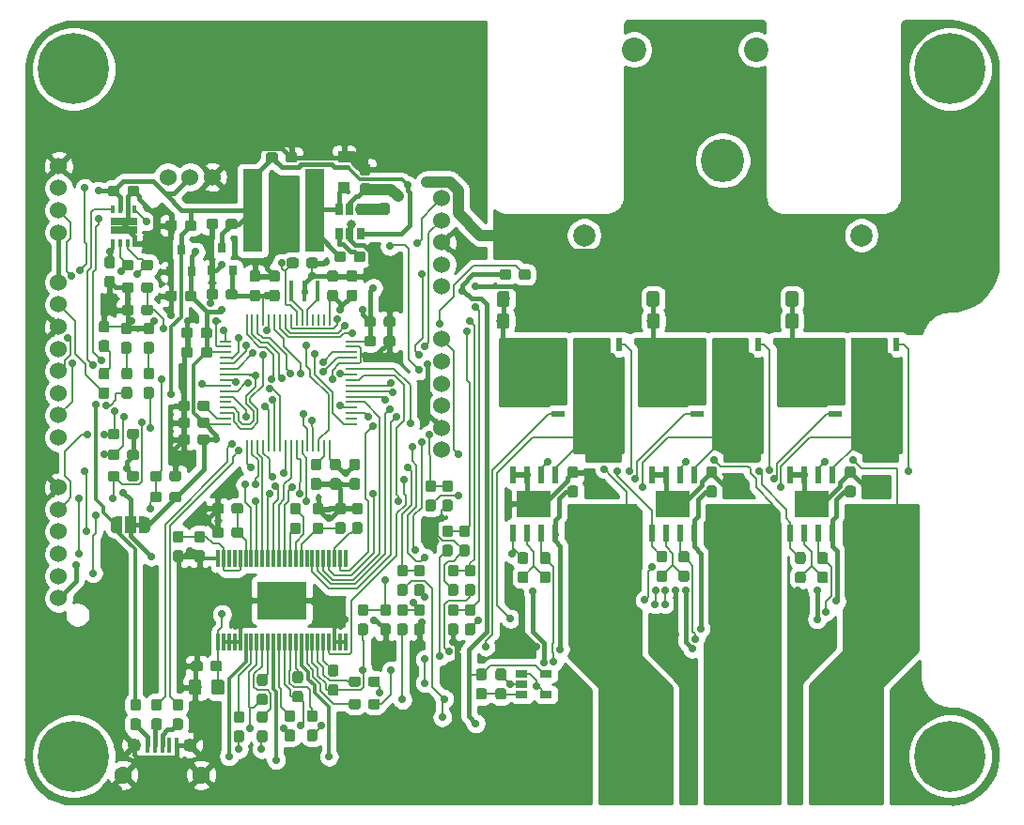
<source format=gbr>
G04 #@! TF.GenerationSoftware,KiCad,Pcbnew,5.1.0-060a0da~80~ubuntu18.04.1*
G04 #@! TF.CreationDate,2019-03-23T20:15:35+08:00*
G04 #@! TF.ProjectId,AgriESC,41677269-4553-4432-9e6b-696361645f70,rev?*
G04 #@! TF.SameCoordinates,Original*
G04 #@! TF.FileFunction,Copper,L1,Top*
G04 #@! TF.FilePolarity,Positive*
%FSLAX46Y46*%
G04 Gerber Fmt 4.6, Leading zero omitted, Abs format (unit mm)*
G04 Created by KiCad (PCBNEW 5.1.0-060a0da~80~ubuntu18.04.1) date 2019-03-23 20:15:35*
%MOMM*%
%LPD*%
G04 APERTURE LIST*
%ADD10C,0.100000*%
%ADD11C,0.950000*%
%ADD12R,1.060000X0.650000*%
%ADD13C,1.600000*%
%ADD14C,1.250000*%
%ADD15R,0.400000X1.350000*%
%ADD16C,2.000000*%
%ADD17R,2.000000X2.000000*%
%ADD18C,0.800000*%
%ADD19C,6.400000*%
%ADD20C,1.524000*%
%ADD21C,0.600000*%
%ADD22R,0.610000X1.270000*%
%ADD23R,3.910000X3.750000*%
%ADD24R,0.800000X0.900000*%
%ADD25R,0.250000X1.000000*%
%ADD26R,1.000000X0.250000*%
%ADD27R,0.400000X1.900000*%
%ADD28C,1.150000*%
%ADD29R,1.100000X1.100000*%
%ADD30C,2.200000*%
%ADD31C,3.900000*%
%ADD32R,5.000000X10.000000*%
%ADD33R,1.800000X7.500000*%
%ADD34C,1.525000*%
%ADD35R,3.750000X3.910000*%
%ADD36R,1.270000X0.610000*%
%ADD37R,3.099000X2.413000*%
%ADD38R,0.533000X1.600000*%
%ADD39R,0.300000X1.550000*%
%ADD40R,4.420000X3.480000*%
%ADD41R,0.650000X1.060000*%
%ADD42R,0.350000X0.650000*%
%ADD43R,1.200000X0.775000*%
%ADD44C,0.500000*%
%ADD45R,1.000000X1.500000*%
%ADD46C,0.700000*%
%ADD47C,0.300000*%
%ADD48C,0.400000*%
%ADD49C,0.250000*%
%ADD50C,0.200000*%
%ADD51C,1.000000*%
%ADD52C,0.254000*%
G04 APERTURE END LIST*
D10*
G36*
X153010779Y-125851144D02*
G01*
X153033834Y-125854563D01*
X153056443Y-125860227D01*
X153078387Y-125868079D01*
X153099457Y-125878044D01*
X153119448Y-125890026D01*
X153138168Y-125903910D01*
X153155438Y-125919562D01*
X153171090Y-125936832D01*
X153184974Y-125955552D01*
X153196956Y-125975543D01*
X153206921Y-125996613D01*
X153214773Y-126018557D01*
X153220437Y-126041166D01*
X153223856Y-126064221D01*
X153225000Y-126087500D01*
X153225000Y-126662500D01*
X153223856Y-126685779D01*
X153220437Y-126708834D01*
X153214773Y-126731443D01*
X153206921Y-126753387D01*
X153196956Y-126774457D01*
X153184974Y-126794448D01*
X153171090Y-126813168D01*
X153155438Y-126830438D01*
X153138168Y-126846090D01*
X153119448Y-126859974D01*
X153099457Y-126871956D01*
X153078387Y-126881921D01*
X153056443Y-126889773D01*
X153033834Y-126895437D01*
X153010779Y-126898856D01*
X152987500Y-126900000D01*
X152512500Y-126900000D01*
X152489221Y-126898856D01*
X152466166Y-126895437D01*
X152443557Y-126889773D01*
X152421613Y-126881921D01*
X152400543Y-126871956D01*
X152380552Y-126859974D01*
X152361832Y-126846090D01*
X152344562Y-126830438D01*
X152328910Y-126813168D01*
X152315026Y-126794448D01*
X152303044Y-126774457D01*
X152293079Y-126753387D01*
X152285227Y-126731443D01*
X152279563Y-126708834D01*
X152276144Y-126685779D01*
X152275000Y-126662500D01*
X152275000Y-126087500D01*
X152276144Y-126064221D01*
X152279563Y-126041166D01*
X152285227Y-126018557D01*
X152293079Y-125996613D01*
X152303044Y-125975543D01*
X152315026Y-125955552D01*
X152328910Y-125936832D01*
X152344562Y-125919562D01*
X152361832Y-125903910D01*
X152380552Y-125890026D01*
X152400543Y-125878044D01*
X152421613Y-125868079D01*
X152443557Y-125860227D01*
X152466166Y-125854563D01*
X152489221Y-125851144D01*
X152512500Y-125850000D01*
X152987500Y-125850000D01*
X153010779Y-125851144D01*
X153010779Y-125851144D01*
G37*
D11*
X152750000Y-126375000D03*
D10*
G36*
X153010779Y-124101144D02*
G01*
X153033834Y-124104563D01*
X153056443Y-124110227D01*
X153078387Y-124118079D01*
X153099457Y-124128044D01*
X153119448Y-124140026D01*
X153138168Y-124153910D01*
X153155438Y-124169562D01*
X153171090Y-124186832D01*
X153184974Y-124205552D01*
X153196956Y-124225543D01*
X153206921Y-124246613D01*
X153214773Y-124268557D01*
X153220437Y-124291166D01*
X153223856Y-124314221D01*
X153225000Y-124337500D01*
X153225000Y-124912500D01*
X153223856Y-124935779D01*
X153220437Y-124958834D01*
X153214773Y-124981443D01*
X153206921Y-125003387D01*
X153196956Y-125024457D01*
X153184974Y-125044448D01*
X153171090Y-125063168D01*
X153155438Y-125080438D01*
X153138168Y-125096090D01*
X153119448Y-125109974D01*
X153099457Y-125121956D01*
X153078387Y-125131921D01*
X153056443Y-125139773D01*
X153033834Y-125145437D01*
X153010779Y-125148856D01*
X152987500Y-125150000D01*
X152512500Y-125150000D01*
X152489221Y-125148856D01*
X152466166Y-125145437D01*
X152443557Y-125139773D01*
X152421613Y-125131921D01*
X152400543Y-125121956D01*
X152380552Y-125109974D01*
X152361832Y-125096090D01*
X152344562Y-125080438D01*
X152328910Y-125063168D01*
X152315026Y-125044448D01*
X152303044Y-125024457D01*
X152293079Y-125003387D01*
X152285227Y-124981443D01*
X152279563Y-124958834D01*
X152276144Y-124935779D01*
X152275000Y-124912500D01*
X152275000Y-124337500D01*
X152276144Y-124314221D01*
X152279563Y-124291166D01*
X152285227Y-124268557D01*
X152293079Y-124246613D01*
X152303044Y-124225543D01*
X152315026Y-124205552D01*
X152328910Y-124186832D01*
X152344562Y-124169562D01*
X152361832Y-124153910D01*
X152380552Y-124140026D01*
X152400543Y-124128044D01*
X152421613Y-124118079D01*
X152443557Y-124110227D01*
X152466166Y-124104563D01*
X152489221Y-124101144D01*
X152512500Y-124100000D01*
X152987500Y-124100000D01*
X153010779Y-124101144D01*
X153010779Y-124101144D01*
G37*
D11*
X152750000Y-124625000D03*
D10*
G36*
X154760779Y-124101144D02*
G01*
X154783834Y-124104563D01*
X154806443Y-124110227D01*
X154828387Y-124118079D01*
X154849457Y-124128044D01*
X154869448Y-124140026D01*
X154888168Y-124153910D01*
X154905438Y-124169562D01*
X154921090Y-124186832D01*
X154934974Y-124205552D01*
X154946956Y-124225543D01*
X154956921Y-124246613D01*
X154964773Y-124268557D01*
X154970437Y-124291166D01*
X154973856Y-124314221D01*
X154975000Y-124337500D01*
X154975000Y-124912500D01*
X154973856Y-124935779D01*
X154970437Y-124958834D01*
X154964773Y-124981443D01*
X154956921Y-125003387D01*
X154946956Y-125024457D01*
X154934974Y-125044448D01*
X154921090Y-125063168D01*
X154905438Y-125080438D01*
X154888168Y-125096090D01*
X154869448Y-125109974D01*
X154849457Y-125121956D01*
X154828387Y-125131921D01*
X154806443Y-125139773D01*
X154783834Y-125145437D01*
X154760779Y-125148856D01*
X154737500Y-125150000D01*
X154262500Y-125150000D01*
X154239221Y-125148856D01*
X154216166Y-125145437D01*
X154193557Y-125139773D01*
X154171613Y-125131921D01*
X154150543Y-125121956D01*
X154130552Y-125109974D01*
X154111832Y-125096090D01*
X154094562Y-125080438D01*
X154078910Y-125063168D01*
X154065026Y-125044448D01*
X154053044Y-125024457D01*
X154043079Y-125003387D01*
X154035227Y-124981443D01*
X154029563Y-124958834D01*
X154026144Y-124935779D01*
X154025000Y-124912500D01*
X154025000Y-124337500D01*
X154026144Y-124314221D01*
X154029563Y-124291166D01*
X154035227Y-124268557D01*
X154043079Y-124246613D01*
X154053044Y-124225543D01*
X154065026Y-124205552D01*
X154078910Y-124186832D01*
X154094562Y-124169562D01*
X154111832Y-124153910D01*
X154130552Y-124140026D01*
X154150543Y-124128044D01*
X154171613Y-124118079D01*
X154193557Y-124110227D01*
X154216166Y-124104563D01*
X154239221Y-124101144D01*
X154262500Y-124100000D01*
X154737500Y-124100000D01*
X154760779Y-124101144D01*
X154760779Y-124101144D01*
G37*
D11*
X154500000Y-124625000D03*
D10*
G36*
X154760779Y-125851144D02*
G01*
X154783834Y-125854563D01*
X154806443Y-125860227D01*
X154828387Y-125868079D01*
X154849457Y-125878044D01*
X154869448Y-125890026D01*
X154888168Y-125903910D01*
X154905438Y-125919562D01*
X154921090Y-125936832D01*
X154934974Y-125955552D01*
X154946956Y-125975543D01*
X154956921Y-125996613D01*
X154964773Y-126018557D01*
X154970437Y-126041166D01*
X154973856Y-126064221D01*
X154975000Y-126087500D01*
X154975000Y-126662500D01*
X154973856Y-126685779D01*
X154970437Y-126708834D01*
X154964773Y-126731443D01*
X154956921Y-126753387D01*
X154946956Y-126774457D01*
X154934974Y-126794448D01*
X154921090Y-126813168D01*
X154905438Y-126830438D01*
X154888168Y-126846090D01*
X154869448Y-126859974D01*
X154849457Y-126871956D01*
X154828387Y-126881921D01*
X154806443Y-126889773D01*
X154783834Y-126895437D01*
X154760779Y-126898856D01*
X154737500Y-126900000D01*
X154262500Y-126900000D01*
X154239221Y-126898856D01*
X154216166Y-126895437D01*
X154193557Y-126889773D01*
X154171613Y-126881921D01*
X154150543Y-126871956D01*
X154130552Y-126859974D01*
X154111832Y-126846090D01*
X154094562Y-126830438D01*
X154078910Y-126813168D01*
X154065026Y-126794448D01*
X154053044Y-126774457D01*
X154043079Y-126753387D01*
X154035227Y-126731443D01*
X154029563Y-126708834D01*
X154026144Y-126685779D01*
X154025000Y-126662500D01*
X154025000Y-126087500D01*
X154026144Y-126064221D01*
X154029563Y-126041166D01*
X154035227Y-126018557D01*
X154043079Y-125996613D01*
X154053044Y-125975543D01*
X154065026Y-125955552D01*
X154078910Y-125936832D01*
X154094562Y-125919562D01*
X154111832Y-125903910D01*
X154130552Y-125890026D01*
X154150543Y-125878044D01*
X154171613Y-125868079D01*
X154193557Y-125860227D01*
X154216166Y-125854563D01*
X154239221Y-125851144D01*
X154262500Y-125850000D01*
X154737500Y-125850000D01*
X154760779Y-125851144D01*
X154760779Y-125851144D01*
G37*
D11*
X154500000Y-126375000D03*
D12*
X158600000Y-124550000D03*
X158600000Y-126450000D03*
X156400000Y-126450000D03*
X156400000Y-125500000D03*
X156400000Y-124550000D03*
D13*
X127500000Y-133700000D03*
X120500000Y-133700000D03*
D14*
X121500000Y-131000000D03*
X126500000Y-131000000D03*
D15*
X122700000Y-131000000D03*
X123350000Y-131000000D03*
X125300000Y-131000000D03*
X124650000Y-131000000D03*
X124000000Y-131000000D03*
D16*
X162000000Y-85000000D03*
D17*
X157000000Y-85000000D03*
D16*
X187000000Y-85000000D03*
D17*
X182000000Y-85000000D03*
D10*
G36*
X121833779Y-126841144D02*
G01*
X121856834Y-126844563D01*
X121879443Y-126850227D01*
X121901387Y-126858079D01*
X121922457Y-126868044D01*
X121942448Y-126880026D01*
X121961168Y-126893910D01*
X121978438Y-126909562D01*
X121994090Y-126926832D01*
X122007974Y-126945552D01*
X122019956Y-126965543D01*
X122029921Y-126986613D01*
X122037773Y-127008557D01*
X122043437Y-127031166D01*
X122046856Y-127054221D01*
X122048000Y-127077500D01*
X122048000Y-127652500D01*
X122046856Y-127675779D01*
X122043437Y-127698834D01*
X122037773Y-127721443D01*
X122029921Y-127743387D01*
X122019956Y-127764457D01*
X122007974Y-127784448D01*
X121994090Y-127803168D01*
X121978438Y-127820438D01*
X121961168Y-127836090D01*
X121942448Y-127849974D01*
X121922457Y-127861956D01*
X121901387Y-127871921D01*
X121879443Y-127879773D01*
X121856834Y-127885437D01*
X121833779Y-127888856D01*
X121810500Y-127890000D01*
X121335500Y-127890000D01*
X121312221Y-127888856D01*
X121289166Y-127885437D01*
X121266557Y-127879773D01*
X121244613Y-127871921D01*
X121223543Y-127861956D01*
X121203552Y-127849974D01*
X121184832Y-127836090D01*
X121167562Y-127820438D01*
X121151910Y-127803168D01*
X121138026Y-127784448D01*
X121126044Y-127764457D01*
X121116079Y-127743387D01*
X121108227Y-127721443D01*
X121102563Y-127698834D01*
X121099144Y-127675779D01*
X121098000Y-127652500D01*
X121098000Y-127077500D01*
X121099144Y-127054221D01*
X121102563Y-127031166D01*
X121108227Y-127008557D01*
X121116079Y-126986613D01*
X121126044Y-126965543D01*
X121138026Y-126945552D01*
X121151910Y-126926832D01*
X121167562Y-126909562D01*
X121184832Y-126893910D01*
X121203552Y-126880026D01*
X121223543Y-126868044D01*
X121244613Y-126858079D01*
X121266557Y-126850227D01*
X121289166Y-126844563D01*
X121312221Y-126841144D01*
X121335500Y-126840000D01*
X121810500Y-126840000D01*
X121833779Y-126841144D01*
X121833779Y-126841144D01*
G37*
D11*
X121573000Y-127365000D03*
D10*
G36*
X121833779Y-128591144D02*
G01*
X121856834Y-128594563D01*
X121879443Y-128600227D01*
X121901387Y-128608079D01*
X121922457Y-128618044D01*
X121942448Y-128630026D01*
X121961168Y-128643910D01*
X121978438Y-128659562D01*
X121994090Y-128676832D01*
X122007974Y-128695552D01*
X122019956Y-128715543D01*
X122029921Y-128736613D01*
X122037773Y-128758557D01*
X122043437Y-128781166D01*
X122046856Y-128804221D01*
X122048000Y-128827500D01*
X122048000Y-129402500D01*
X122046856Y-129425779D01*
X122043437Y-129448834D01*
X122037773Y-129471443D01*
X122029921Y-129493387D01*
X122019956Y-129514457D01*
X122007974Y-129534448D01*
X121994090Y-129553168D01*
X121978438Y-129570438D01*
X121961168Y-129586090D01*
X121942448Y-129599974D01*
X121922457Y-129611956D01*
X121901387Y-129621921D01*
X121879443Y-129629773D01*
X121856834Y-129635437D01*
X121833779Y-129638856D01*
X121810500Y-129640000D01*
X121335500Y-129640000D01*
X121312221Y-129638856D01*
X121289166Y-129635437D01*
X121266557Y-129629773D01*
X121244613Y-129621921D01*
X121223543Y-129611956D01*
X121203552Y-129599974D01*
X121184832Y-129586090D01*
X121167562Y-129570438D01*
X121151910Y-129553168D01*
X121138026Y-129534448D01*
X121126044Y-129514457D01*
X121116079Y-129493387D01*
X121108227Y-129471443D01*
X121102563Y-129448834D01*
X121099144Y-129425779D01*
X121098000Y-129402500D01*
X121098000Y-128827500D01*
X121099144Y-128804221D01*
X121102563Y-128781166D01*
X121108227Y-128758557D01*
X121116079Y-128736613D01*
X121126044Y-128715543D01*
X121138026Y-128695552D01*
X121151910Y-128676832D01*
X121167562Y-128659562D01*
X121184832Y-128643910D01*
X121203552Y-128630026D01*
X121223543Y-128618044D01*
X121244613Y-128608079D01*
X121266557Y-128600227D01*
X121289166Y-128594563D01*
X121312221Y-128591144D01*
X121335500Y-128590000D01*
X121810500Y-128590000D01*
X121833779Y-128591144D01*
X121833779Y-128591144D01*
G37*
D11*
X121573000Y-129115000D03*
D10*
G36*
X125643779Y-128591144D02*
G01*
X125666834Y-128594563D01*
X125689443Y-128600227D01*
X125711387Y-128608079D01*
X125732457Y-128618044D01*
X125752448Y-128630026D01*
X125771168Y-128643910D01*
X125788438Y-128659562D01*
X125804090Y-128676832D01*
X125817974Y-128695552D01*
X125829956Y-128715543D01*
X125839921Y-128736613D01*
X125847773Y-128758557D01*
X125853437Y-128781166D01*
X125856856Y-128804221D01*
X125858000Y-128827500D01*
X125858000Y-129402500D01*
X125856856Y-129425779D01*
X125853437Y-129448834D01*
X125847773Y-129471443D01*
X125839921Y-129493387D01*
X125829956Y-129514457D01*
X125817974Y-129534448D01*
X125804090Y-129553168D01*
X125788438Y-129570438D01*
X125771168Y-129586090D01*
X125752448Y-129599974D01*
X125732457Y-129611956D01*
X125711387Y-129621921D01*
X125689443Y-129629773D01*
X125666834Y-129635437D01*
X125643779Y-129638856D01*
X125620500Y-129640000D01*
X125145500Y-129640000D01*
X125122221Y-129638856D01*
X125099166Y-129635437D01*
X125076557Y-129629773D01*
X125054613Y-129621921D01*
X125033543Y-129611956D01*
X125013552Y-129599974D01*
X124994832Y-129586090D01*
X124977562Y-129570438D01*
X124961910Y-129553168D01*
X124948026Y-129534448D01*
X124936044Y-129514457D01*
X124926079Y-129493387D01*
X124918227Y-129471443D01*
X124912563Y-129448834D01*
X124909144Y-129425779D01*
X124908000Y-129402500D01*
X124908000Y-128827500D01*
X124909144Y-128804221D01*
X124912563Y-128781166D01*
X124918227Y-128758557D01*
X124926079Y-128736613D01*
X124936044Y-128715543D01*
X124948026Y-128695552D01*
X124961910Y-128676832D01*
X124977562Y-128659562D01*
X124994832Y-128643910D01*
X125013552Y-128630026D01*
X125033543Y-128618044D01*
X125054613Y-128608079D01*
X125076557Y-128600227D01*
X125099166Y-128594563D01*
X125122221Y-128591144D01*
X125145500Y-128590000D01*
X125620500Y-128590000D01*
X125643779Y-128591144D01*
X125643779Y-128591144D01*
G37*
D11*
X125383000Y-129115000D03*
D10*
G36*
X125643779Y-126841144D02*
G01*
X125666834Y-126844563D01*
X125689443Y-126850227D01*
X125711387Y-126858079D01*
X125732457Y-126868044D01*
X125752448Y-126880026D01*
X125771168Y-126893910D01*
X125788438Y-126909562D01*
X125804090Y-126926832D01*
X125817974Y-126945552D01*
X125829956Y-126965543D01*
X125839921Y-126986613D01*
X125847773Y-127008557D01*
X125853437Y-127031166D01*
X125856856Y-127054221D01*
X125858000Y-127077500D01*
X125858000Y-127652500D01*
X125856856Y-127675779D01*
X125853437Y-127698834D01*
X125847773Y-127721443D01*
X125839921Y-127743387D01*
X125829956Y-127764457D01*
X125817974Y-127784448D01*
X125804090Y-127803168D01*
X125788438Y-127820438D01*
X125771168Y-127836090D01*
X125752448Y-127849974D01*
X125732457Y-127861956D01*
X125711387Y-127871921D01*
X125689443Y-127879773D01*
X125666834Y-127885437D01*
X125643779Y-127888856D01*
X125620500Y-127890000D01*
X125145500Y-127890000D01*
X125122221Y-127888856D01*
X125099166Y-127885437D01*
X125076557Y-127879773D01*
X125054613Y-127871921D01*
X125033543Y-127861956D01*
X125013552Y-127849974D01*
X124994832Y-127836090D01*
X124977562Y-127820438D01*
X124961910Y-127803168D01*
X124948026Y-127784448D01*
X124936044Y-127764457D01*
X124926079Y-127743387D01*
X124918227Y-127721443D01*
X124912563Y-127698834D01*
X124909144Y-127675779D01*
X124908000Y-127652500D01*
X124908000Y-127077500D01*
X124909144Y-127054221D01*
X124912563Y-127031166D01*
X124918227Y-127008557D01*
X124926079Y-126986613D01*
X124936044Y-126965543D01*
X124948026Y-126945552D01*
X124961910Y-126926832D01*
X124977562Y-126909562D01*
X124994832Y-126893910D01*
X125013552Y-126880026D01*
X125033543Y-126868044D01*
X125054613Y-126858079D01*
X125076557Y-126850227D01*
X125099166Y-126844563D01*
X125122221Y-126841144D01*
X125145500Y-126840000D01*
X125620500Y-126840000D01*
X125643779Y-126841144D01*
X125643779Y-126841144D01*
G37*
D11*
X125383000Y-127365000D03*
D10*
G36*
X123738779Y-126841144D02*
G01*
X123761834Y-126844563D01*
X123784443Y-126850227D01*
X123806387Y-126858079D01*
X123827457Y-126868044D01*
X123847448Y-126880026D01*
X123866168Y-126893910D01*
X123883438Y-126909562D01*
X123899090Y-126926832D01*
X123912974Y-126945552D01*
X123924956Y-126965543D01*
X123934921Y-126986613D01*
X123942773Y-127008557D01*
X123948437Y-127031166D01*
X123951856Y-127054221D01*
X123953000Y-127077500D01*
X123953000Y-127652500D01*
X123951856Y-127675779D01*
X123948437Y-127698834D01*
X123942773Y-127721443D01*
X123934921Y-127743387D01*
X123924956Y-127764457D01*
X123912974Y-127784448D01*
X123899090Y-127803168D01*
X123883438Y-127820438D01*
X123866168Y-127836090D01*
X123847448Y-127849974D01*
X123827457Y-127861956D01*
X123806387Y-127871921D01*
X123784443Y-127879773D01*
X123761834Y-127885437D01*
X123738779Y-127888856D01*
X123715500Y-127890000D01*
X123240500Y-127890000D01*
X123217221Y-127888856D01*
X123194166Y-127885437D01*
X123171557Y-127879773D01*
X123149613Y-127871921D01*
X123128543Y-127861956D01*
X123108552Y-127849974D01*
X123089832Y-127836090D01*
X123072562Y-127820438D01*
X123056910Y-127803168D01*
X123043026Y-127784448D01*
X123031044Y-127764457D01*
X123021079Y-127743387D01*
X123013227Y-127721443D01*
X123007563Y-127698834D01*
X123004144Y-127675779D01*
X123003000Y-127652500D01*
X123003000Y-127077500D01*
X123004144Y-127054221D01*
X123007563Y-127031166D01*
X123013227Y-127008557D01*
X123021079Y-126986613D01*
X123031044Y-126965543D01*
X123043026Y-126945552D01*
X123056910Y-126926832D01*
X123072562Y-126909562D01*
X123089832Y-126893910D01*
X123108552Y-126880026D01*
X123128543Y-126868044D01*
X123149613Y-126858079D01*
X123171557Y-126850227D01*
X123194166Y-126844563D01*
X123217221Y-126841144D01*
X123240500Y-126840000D01*
X123715500Y-126840000D01*
X123738779Y-126841144D01*
X123738779Y-126841144D01*
G37*
D11*
X123478000Y-127365000D03*
D10*
G36*
X123738779Y-128591144D02*
G01*
X123761834Y-128594563D01*
X123784443Y-128600227D01*
X123806387Y-128608079D01*
X123827457Y-128618044D01*
X123847448Y-128630026D01*
X123866168Y-128643910D01*
X123883438Y-128659562D01*
X123899090Y-128676832D01*
X123912974Y-128695552D01*
X123924956Y-128715543D01*
X123934921Y-128736613D01*
X123942773Y-128758557D01*
X123948437Y-128781166D01*
X123951856Y-128804221D01*
X123953000Y-128827500D01*
X123953000Y-129402500D01*
X123951856Y-129425779D01*
X123948437Y-129448834D01*
X123942773Y-129471443D01*
X123934921Y-129493387D01*
X123924956Y-129514457D01*
X123912974Y-129534448D01*
X123899090Y-129553168D01*
X123883438Y-129570438D01*
X123866168Y-129586090D01*
X123847448Y-129599974D01*
X123827457Y-129611956D01*
X123806387Y-129621921D01*
X123784443Y-129629773D01*
X123761834Y-129635437D01*
X123738779Y-129638856D01*
X123715500Y-129640000D01*
X123240500Y-129640000D01*
X123217221Y-129638856D01*
X123194166Y-129635437D01*
X123171557Y-129629773D01*
X123149613Y-129621921D01*
X123128543Y-129611956D01*
X123108552Y-129599974D01*
X123089832Y-129586090D01*
X123072562Y-129570438D01*
X123056910Y-129553168D01*
X123043026Y-129534448D01*
X123031044Y-129514457D01*
X123021079Y-129493387D01*
X123013227Y-129471443D01*
X123007563Y-129448834D01*
X123004144Y-129425779D01*
X123003000Y-129402500D01*
X123003000Y-128827500D01*
X123004144Y-128804221D01*
X123007563Y-128781166D01*
X123013227Y-128758557D01*
X123021079Y-128736613D01*
X123031044Y-128715543D01*
X123043026Y-128695552D01*
X123056910Y-128676832D01*
X123072562Y-128659562D01*
X123089832Y-128643910D01*
X123108552Y-128630026D01*
X123128543Y-128618044D01*
X123149613Y-128608079D01*
X123171557Y-128600227D01*
X123194166Y-128594563D01*
X123217221Y-128591144D01*
X123240500Y-128590000D01*
X123715500Y-128590000D01*
X123738779Y-128591144D01*
X123738779Y-128591144D01*
G37*
D11*
X123478000Y-129115000D03*
D18*
X117697056Y-130302944D03*
X116000000Y-129600000D03*
X114302944Y-130302944D03*
X113600000Y-132000000D03*
X114302944Y-133697056D03*
X116000000Y-134400000D03*
X117697056Y-133697056D03*
X118400000Y-132000000D03*
D19*
X116000000Y-132000000D03*
X195000000Y-70000000D03*
D18*
X197400000Y-70000000D03*
X196697056Y-71697056D03*
X195000000Y-72400000D03*
X193302944Y-71697056D03*
X192600000Y-70000000D03*
X193302944Y-68302944D03*
X195000000Y-67600000D03*
X196697056Y-68302944D03*
D19*
X195000000Y-132000000D03*
D18*
X197400000Y-132000000D03*
X196697056Y-133697056D03*
X195000000Y-134400000D03*
X193302944Y-133697056D03*
X192600000Y-132000000D03*
X193302944Y-130302944D03*
X195000000Y-129600000D03*
X196697056Y-130302944D03*
D19*
X116000000Y-70000000D03*
D18*
X118400000Y-70000000D03*
X117697056Y-71697056D03*
X116000000Y-72400000D03*
X114302944Y-71697056D03*
X113600000Y-70000000D03*
X114302944Y-68302944D03*
X116000000Y-67600000D03*
X117697056Y-68302944D03*
D20*
X149188000Y-83644000D03*
X149188000Y-85644000D03*
X149188000Y-81644000D03*
X149188000Y-87644000D03*
X149188000Y-89644000D03*
X114644000Y-89250000D03*
X114644000Y-93250000D03*
X114644000Y-91250000D03*
X114644000Y-95250000D03*
X114644000Y-97250000D03*
X114644000Y-99250000D03*
X114644000Y-101250000D03*
X114644000Y-103250000D03*
D10*
G36*
X137810779Y-87026144D02*
G01*
X137833834Y-87029563D01*
X137856443Y-87035227D01*
X137878387Y-87043079D01*
X137899457Y-87053044D01*
X137919448Y-87065026D01*
X137938168Y-87078910D01*
X137955438Y-87094562D01*
X137971090Y-87111832D01*
X137984974Y-87130552D01*
X137996956Y-87150543D01*
X138006921Y-87171613D01*
X138014773Y-87193557D01*
X138020437Y-87216166D01*
X138023856Y-87239221D01*
X138025000Y-87262500D01*
X138025000Y-87737500D01*
X138023856Y-87760779D01*
X138020437Y-87783834D01*
X138014773Y-87806443D01*
X138006921Y-87828387D01*
X137996956Y-87849457D01*
X137984974Y-87869448D01*
X137971090Y-87888168D01*
X137955438Y-87905438D01*
X137938168Y-87921090D01*
X137919448Y-87934974D01*
X137899457Y-87946956D01*
X137878387Y-87956921D01*
X137856443Y-87964773D01*
X137833834Y-87970437D01*
X137810779Y-87973856D01*
X137787500Y-87975000D01*
X137212500Y-87975000D01*
X137189221Y-87973856D01*
X137166166Y-87970437D01*
X137143557Y-87964773D01*
X137121613Y-87956921D01*
X137100543Y-87946956D01*
X137080552Y-87934974D01*
X137061832Y-87921090D01*
X137044562Y-87905438D01*
X137028910Y-87888168D01*
X137015026Y-87869448D01*
X137003044Y-87849457D01*
X136993079Y-87828387D01*
X136985227Y-87806443D01*
X136979563Y-87783834D01*
X136976144Y-87760779D01*
X136975000Y-87737500D01*
X136975000Y-87262500D01*
X136976144Y-87239221D01*
X136979563Y-87216166D01*
X136985227Y-87193557D01*
X136993079Y-87171613D01*
X137003044Y-87150543D01*
X137015026Y-87130552D01*
X137028910Y-87111832D01*
X137044562Y-87094562D01*
X137061832Y-87078910D01*
X137080552Y-87065026D01*
X137100543Y-87053044D01*
X137121613Y-87043079D01*
X137143557Y-87035227D01*
X137166166Y-87029563D01*
X137189221Y-87026144D01*
X137212500Y-87025000D01*
X137787500Y-87025000D01*
X137810779Y-87026144D01*
X137810779Y-87026144D01*
G37*
D11*
X137500000Y-87500000D03*
D10*
G36*
X136060779Y-87026144D02*
G01*
X136083834Y-87029563D01*
X136106443Y-87035227D01*
X136128387Y-87043079D01*
X136149457Y-87053044D01*
X136169448Y-87065026D01*
X136188168Y-87078910D01*
X136205438Y-87094562D01*
X136221090Y-87111832D01*
X136234974Y-87130552D01*
X136246956Y-87150543D01*
X136256921Y-87171613D01*
X136264773Y-87193557D01*
X136270437Y-87216166D01*
X136273856Y-87239221D01*
X136275000Y-87262500D01*
X136275000Y-87737500D01*
X136273856Y-87760779D01*
X136270437Y-87783834D01*
X136264773Y-87806443D01*
X136256921Y-87828387D01*
X136246956Y-87849457D01*
X136234974Y-87869448D01*
X136221090Y-87888168D01*
X136205438Y-87905438D01*
X136188168Y-87921090D01*
X136169448Y-87934974D01*
X136149457Y-87946956D01*
X136128387Y-87956921D01*
X136106443Y-87964773D01*
X136083834Y-87970437D01*
X136060779Y-87973856D01*
X136037500Y-87975000D01*
X135462500Y-87975000D01*
X135439221Y-87973856D01*
X135416166Y-87970437D01*
X135393557Y-87964773D01*
X135371613Y-87956921D01*
X135350543Y-87946956D01*
X135330552Y-87934974D01*
X135311832Y-87921090D01*
X135294562Y-87905438D01*
X135278910Y-87888168D01*
X135265026Y-87869448D01*
X135253044Y-87849457D01*
X135243079Y-87828387D01*
X135235227Y-87806443D01*
X135229563Y-87783834D01*
X135226144Y-87760779D01*
X135225000Y-87737500D01*
X135225000Y-87262500D01*
X135226144Y-87239221D01*
X135229563Y-87216166D01*
X135235227Y-87193557D01*
X135243079Y-87171613D01*
X135253044Y-87150543D01*
X135265026Y-87130552D01*
X135278910Y-87111832D01*
X135294562Y-87094562D01*
X135311832Y-87078910D01*
X135330552Y-87065026D01*
X135350543Y-87053044D01*
X135371613Y-87043079D01*
X135393557Y-87035227D01*
X135416166Y-87029563D01*
X135439221Y-87026144D01*
X135462500Y-87025000D01*
X136037500Y-87025000D01*
X136060779Y-87026144D01*
X136060779Y-87026144D01*
G37*
D11*
X135750000Y-87500000D03*
D20*
X114650000Y-117750000D03*
X114650000Y-115750000D03*
X114650000Y-113750000D03*
X114650000Y-109750000D03*
X114650000Y-111750000D03*
X114650000Y-107750000D03*
X114644000Y-78750000D03*
X114644000Y-82750000D03*
X114644000Y-80750000D03*
X114644000Y-84750000D03*
D21*
X164250000Y-92250000D03*
X163250000Y-92250000D03*
X162250000Y-92250000D03*
X164250000Y-90750000D03*
X163250000Y-90750000D03*
X162250000Y-90750000D03*
D22*
X161345000Y-89486000D03*
X162615000Y-89486000D03*
X163885000Y-89486000D03*
X165155000Y-89486000D03*
X165155000Y-94826000D03*
X163885000Y-94826000D03*
X162615000Y-94826000D03*
X161345000Y-94826000D03*
D23*
X163250000Y-91496000D03*
D20*
X149188000Y-94376000D03*
X149188000Y-98376000D03*
X149188000Y-96376000D03*
X149188000Y-100376000D03*
X149188000Y-102376000D03*
X149188000Y-104376000D03*
D24*
X128426000Y-88168000D03*
X130326000Y-88168000D03*
X129376000Y-86168000D03*
D25*
X139098000Y-92616000D03*
X138598000Y-92616000D03*
X138098000Y-92616000D03*
X137598000Y-92616000D03*
X137098000Y-92616000D03*
X136598000Y-92616000D03*
X136098000Y-92616000D03*
X135598000Y-92616000D03*
X135098000Y-92616000D03*
X134598000Y-92616000D03*
X134098000Y-92616000D03*
X133598000Y-92616000D03*
X133098000Y-92616000D03*
X132598000Y-92616000D03*
X132098000Y-92616000D03*
X131598000Y-92616000D03*
D26*
X129648000Y-94566000D03*
X129648000Y-95066000D03*
X129648000Y-95566000D03*
X129648000Y-96066000D03*
X129648000Y-96566000D03*
X129648000Y-97066000D03*
X129648000Y-97566000D03*
X129648000Y-98066000D03*
X129648000Y-98566000D03*
X129648000Y-99066000D03*
X129648000Y-99566000D03*
X129648000Y-100066000D03*
X129648000Y-100566000D03*
X129648000Y-101066000D03*
X129648000Y-101566000D03*
X129648000Y-102066000D03*
D25*
X131598000Y-104016000D03*
X132098000Y-104016000D03*
X132598000Y-104016000D03*
X133098000Y-104016000D03*
X133598000Y-104016000D03*
X134098000Y-104016000D03*
X134598000Y-104016000D03*
X135098000Y-104016000D03*
X135598000Y-104016000D03*
X136098000Y-104016000D03*
X136598000Y-104016000D03*
X137098000Y-104016000D03*
X137598000Y-104016000D03*
X138098000Y-104016000D03*
X138598000Y-104016000D03*
X139098000Y-104016000D03*
D26*
X141048000Y-102066000D03*
X141048000Y-101566000D03*
X141048000Y-101066000D03*
X141048000Y-100566000D03*
X141048000Y-100066000D03*
X141048000Y-99566000D03*
X141048000Y-99066000D03*
X141048000Y-98566000D03*
X141048000Y-98066000D03*
X141048000Y-97566000D03*
X141048000Y-97066000D03*
X141048000Y-96566000D03*
X141048000Y-96066000D03*
X141048000Y-95566000D03*
X141048000Y-95066000D03*
X141048000Y-94566000D03*
D10*
G36*
X121060779Y-96951144D02*
G01*
X121083834Y-96954563D01*
X121106443Y-96960227D01*
X121128387Y-96968079D01*
X121149457Y-96978044D01*
X121169448Y-96990026D01*
X121188168Y-97003910D01*
X121205438Y-97019562D01*
X121221090Y-97036832D01*
X121234974Y-97055552D01*
X121246956Y-97075543D01*
X121256921Y-97096613D01*
X121264773Y-97118557D01*
X121270437Y-97141166D01*
X121273856Y-97164221D01*
X121275000Y-97187500D01*
X121275000Y-97762500D01*
X121273856Y-97785779D01*
X121270437Y-97808834D01*
X121264773Y-97831443D01*
X121256921Y-97853387D01*
X121246956Y-97874457D01*
X121234974Y-97894448D01*
X121221090Y-97913168D01*
X121205438Y-97930438D01*
X121188168Y-97946090D01*
X121169448Y-97959974D01*
X121149457Y-97971956D01*
X121128387Y-97981921D01*
X121106443Y-97989773D01*
X121083834Y-97995437D01*
X121060779Y-97998856D01*
X121037500Y-98000000D01*
X120562500Y-98000000D01*
X120539221Y-97998856D01*
X120516166Y-97995437D01*
X120493557Y-97989773D01*
X120471613Y-97981921D01*
X120450543Y-97971956D01*
X120430552Y-97959974D01*
X120411832Y-97946090D01*
X120394562Y-97930438D01*
X120378910Y-97913168D01*
X120365026Y-97894448D01*
X120353044Y-97874457D01*
X120343079Y-97853387D01*
X120335227Y-97831443D01*
X120329563Y-97808834D01*
X120326144Y-97785779D01*
X120325000Y-97762500D01*
X120325000Y-97187500D01*
X120326144Y-97164221D01*
X120329563Y-97141166D01*
X120335227Y-97118557D01*
X120343079Y-97096613D01*
X120353044Y-97075543D01*
X120365026Y-97055552D01*
X120378910Y-97036832D01*
X120394562Y-97019562D01*
X120411832Y-97003910D01*
X120430552Y-96990026D01*
X120450543Y-96978044D01*
X120471613Y-96968079D01*
X120493557Y-96960227D01*
X120516166Y-96954563D01*
X120539221Y-96951144D01*
X120562500Y-96950000D01*
X121037500Y-96950000D01*
X121060779Y-96951144D01*
X121060779Y-96951144D01*
G37*
D11*
X120800000Y-97475000D03*
D10*
G36*
X121060779Y-98701144D02*
G01*
X121083834Y-98704563D01*
X121106443Y-98710227D01*
X121128387Y-98718079D01*
X121149457Y-98728044D01*
X121169448Y-98740026D01*
X121188168Y-98753910D01*
X121205438Y-98769562D01*
X121221090Y-98786832D01*
X121234974Y-98805552D01*
X121246956Y-98825543D01*
X121256921Y-98846613D01*
X121264773Y-98868557D01*
X121270437Y-98891166D01*
X121273856Y-98914221D01*
X121275000Y-98937500D01*
X121275000Y-99512500D01*
X121273856Y-99535779D01*
X121270437Y-99558834D01*
X121264773Y-99581443D01*
X121256921Y-99603387D01*
X121246956Y-99624457D01*
X121234974Y-99644448D01*
X121221090Y-99663168D01*
X121205438Y-99680438D01*
X121188168Y-99696090D01*
X121169448Y-99709974D01*
X121149457Y-99721956D01*
X121128387Y-99731921D01*
X121106443Y-99739773D01*
X121083834Y-99745437D01*
X121060779Y-99748856D01*
X121037500Y-99750000D01*
X120562500Y-99750000D01*
X120539221Y-99748856D01*
X120516166Y-99745437D01*
X120493557Y-99739773D01*
X120471613Y-99731921D01*
X120450543Y-99721956D01*
X120430552Y-99709974D01*
X120411832Y-99696090D01*
X120394562Y-99680438D01*
X120378910Y-99663168D01*
X120365026Y-99644448D01*
X120353044Y-99624457D01*
X120343079Y-99603387D01*
X120335227Y-99581443D01*
X120329563Y-99558834D01*
X120326144Y-99535779D01*
X120325000Y-99512500D01*
X120325000Y-98937500D01*
X120326144Y-98914221D01*
X120329563Y-98891166D01*
X120335227Y-98868557D01*
X120343079Y-98846613D01*
X120353044Y-98825543D01*
X120365026Y-98805552D01*
X120378910Y-98786832D01*
X120394562Y-98769562D01*
X120411832Y-98753910D01*
X120430552Y-98740026D01*
X120450543Y-98728044D01*
X120471613Y-98718079D01*
X120493557Y-98710227D01*
X120516166Y-98704563D01*
X120539221Y-98701144D01*
X120562500Y-98700000D01*
X121037500Y-98700000D01*
X121060779Y-98701144D01*
X121060779Y-98701144D01*
G37*
D11*
X120800000Y-99225000D03*
D27*
X135598000Y-90066000D03*
X136798000Y-90066000D03*
X137998000Y-90066000D03*
D10*
G36*
X155049505Y-92051204D02*
G01*
X155073773Y-92054804D01*
X155097572Y-92060765D01*
X155120671Y-92069030D01*
X155142850Y-92079520D01*
X155163893Y-92092132D01*
X155183599Y-92106747D01*
X155201777Y-92123223D01*
X155218253Y-92141401D01*
X155232868Y-92161107D01*
X155245480Y-92182150D01*
X155255970Y-92204329D01*
X155264235Y-92227428D01*
X155270196Y-92251227D01*
X155273796Y-92275495D01*
X155275000Y-92299999D01*
X155275000Y-93200001D01*
X155273796Y-93224505D01*
X155270196Y-93248773D01*
X155264235Y-93272572D01*
X155255970Y-93295671D01*
X155245480Y-93317850D01*
X155232868Y-93338893D01*
X155218253Y-93358599D01*
X155201777Y-93376777D01*
X155183599Y-93393253D01*
X155163893Y-93407868D01*
X155142850Y-93420480D01*
X155120671Y-93430970D01*
X155097572Y-93439235D01*
X155073773Y-93445196D01*
X155049505Y-93448796D01*
X155025001Y-93450000D01*
X154374999Y-93450000D01*
X154350495Y-93448796D01*
X154326227Y-93445196D01*
X154302428Y-93439235D01*
X154279329Y-93430970D01*
X154257150Y-93420480D01*
X154236107Y-93407868D01*
X154216401Y-93393253D01*
X154198223Y-93376777D01*
X154181747Y-93358599D01*
X154167132Y-93338893D01*
X154154520Y-93317850D01*
X154144030Y-93295671D01*
X154135765Y-93272572D01*
X154129804Y-93248773D01*
X154126204Y-93224505D01*
X154125000Y-93200001D01*
X154125000Y-92299999D01*
X154126204Y-92275495D01*
X154129804Y-92251227D01*
X154135765Y-92227428D01*
X154144030Y-92204329D01*
X154154520Y-92182150D01*
X154167132Y-92161107D01*
X154181747Y-92141401D01*
X154198223Y-92123223D01*
X154216401Y-92106747D01*
X154236107Y-92092132D01*
X154257150Y-92079520D01*
X154279329Y-92069030D01*
X154302428Y-92060765D01*
X154326227Y-92054804D01*
X154350495Y-92051204D01*
X154374999Y-92050000D01*
X155025001Y-92050000D01*
X155049505Y-92051204D01*
X155049505Y-92051204D01*
G37*
D28*
X154700000Y-92750000D03*
D10*
G36*
X157099505Y-92051204D02*
G01*
X157123773Y-92054804D01*
X157147572Y-92060765D01*
X157170671Y-92069030D01*
X157192850Y-92079520D01*
X157213893Y-92092132D01*
X157233599Y-92106747D01*
X157251777Y-92123223D01*
X157268253Y-92141401D01*
X157282868Y-92161107D01*
X157295480Y-92182150D01*
X157305970Y-92204329D01*
X157314235Y-92227428D01*
X157320196Y-92251227D01*
X157323796Y-92275495D01*
X157325000Y-92299999D01*
X157325000Y-93200001D01*
X157323796Y-93224505D01*
X157320196Y-93248773D01*
X157314235Y-93272572D01*
X157305970Y-93295671D01*
X157295480Y-93317850D01*
X157282868Y-93338893D01*
X157268253Y-93358599D01*
X157251777Y-93376777D01*
X157233599Y-93393253D01*
X157213893Y-93407868D01*
X157192850Y-93420480D01*
X157170671Y-93430970D01*
X157147572Y-93439235D01*
X157123773Y-93445196D01*
X157099505Y-93448796D01*
X157075001Y-93450000D01*
X156424999Y-93450000D01*
X156400495Y-93448796D01*
X156376227Y-93445196D01*
X156352428Y-93439235D01*
X156329329Y-93430970D01*
X156307150Y-93420480D01*
X156286107Y-93407868D01*
X156266401Y-93393253D01*
X156248223Y-93376777D01*
X156231747Y-93358599D01*
X156217132Y-93338893D01*
X156204520Y-93317850D01*
X156194030Y-93295671D01*
X156185765Y-93272572D01*
X156179804Y-93248773D01*
X156176204Y-93224505D01*
X156175000Y-93200001D01*
X156175000Y-92299999D01*
X156176204Y-92275495D01*
X156179804Y-92251227D01*
X156185765Y-92227428D01*
X156194030Y-92204329D01*
X156204520Y-92182150D01*
X156217132Y-92161107D01*
X156231747Y-92141401D01*
X156248223Y-92123223D01*
X156266401Y-92106747D01*
X156286107Y-92092132D01*
X156307150Y-92079520D01*
X156329329Y-92069030D01*
X156352428Y-92060765D01*
X156376227Y-92054804D01*
X156400495Y-92051204D01*
X156424999Y-92050000D01*
X157075001Y-92050000D01*
X157099505Y-92051204D01*
X157099505Y-92051204D01*
G37*
D28*
X156750000Y-92750000D03*
D10*
G36*
X157124505Y-90051204D02*
G01*
X157148773Y-90054804D01*
X157172572Y-90060765D01*
X157195671Y-90069030D01*
X157217850Y-90079520D01*
X157238893Y-90092132D01*
X157258599Y-90106747D01*
X157276777Y-90123223D01*
X157293253Y-90141401D01*
X157307868Y-90161107D01*
X157320480Y-90182150D01*
X157330970Y-90204329D01*
X157339235Y-90227428D01*
X157345196Y-90251227D01*
X157348796Y-90275495D01*
X157350000Y-90299999D01*
X157350000Y-91200001D01*
X157348796Y-91224505D01*
X157345196Y-91248773D01*
X157339235Y-91272572D01*
X157330970Y-91295671D01*
X157320480Y-91317850D01*
X157307868Y-91338893D01*
X157293253Y-91358599D01*
X157276777Y-91376777D01*
X157258599Y-91393253D01*
X157238893Y-91407868D01*
X157217850Y-91420480D01*
X157195671Y-91430970D01*
X157172572Y-91439235D01*
X157148773Y-91445196D01*
X157124505Y-91448796D01*
X157100001Y-91450000D01*
X156449999Y-91450000D01*
X156425495Y-91448796D01*
X156401227Y-91445196D01*
X156377428Y-91439235D01*
X156354329Y-91430970D01*
X156332150Y-91420480D01*
X156311107Y-91407868D01*
X156291401Y-91393253D01*
X156273223Y-91376777D01*
X156256747Y-91358599D01*
X156242132Y-91338893D01*
X156229520Y-91317850D01*
X156219030Y-91295671D01*
X156210765Y-91272572D01*
X156204804Y-91248773D01*
X156201204Y-91224505D01*
X156200000Y-91200001D01*
X156200000Y-90299999D01*
X156201204Y-90275495D01*
X156204804Y-90251227D01*
X156210765Y-90227428D01*
X156219030Y-90204329D01*
X156229520Y-90182150D01*
X156242132Y-90161107D01*
X156256747Y-90141401D01*
X156273223Y-90123223D01*
X156291401Y-90106747D01*
X156311107Y-90092132D01*
X156332150Y-90079520D01*
X156354329Y-90069030D01*
X156377428Y-90060765D01*
X156401227Y-90054804D01*
X156425495Y-90051204D01*
X156449999Y-90050000D01*
X157100001Y-90050000D01*
X157124505Y-90051204D01*
X157124505Y-90051204D01*
G37*
D28*
X156775000Y-90750000D03*
D10*
G36*
X155074505Y-90051204D02*
G01*
X155098773Y-90054804D01*
X155122572Y-90060765D01*
X155145671Y-90069030D01*
X155167850Y-90079520D01*
X155188893Y-90092132D01*
X155208599Y-90106747D01*
X155226777Y-90123223D01*
X155243253Y-90141401D01*
X155257868Y-90161107D01*
X155270480Y-90182150D01*
X155280970Y-90204329D01*
X155289235Y-90227428D01*
X155295196Y-90251227D01*
X155298796Y-90275495D01*
X155300000Y-90299999D01*
X155300000Y-91200001D01*
X155298796Y-91224505D01*
X155295196Y-91248773D01*
X155289235Y-91272572D01*
X155280970Y-91295671D01*
X155270480Y-91317850D01*
X155257868Y-91338893D01*
X155243253Y-91358599D01*
X155226777Y-91376777D01*
X155208599Y-91393253D01*
X155188893Y-91407868D01*
X155167850Y-91420480D01*
X155145671Y-91430970D01*
X155122572Y-91439235D01*
X155098773Y-91445196D01*
X155074505Y-91448796D01*
X155050001Y-91450000D01*
X154399999Y-91450000D01*
X154375495Y-91448796D01*
X154351227Y-91445196D01*
X154327428Y-91439235D01*
X154304329Y-91430970D01*
X154282150Y-91420480D01*
X154261107Y-91407868D01*
X154241401Y-91393253D01*
X154223223Y-91376777D01*
X154206747Y-91358599D01*
X154192132Y-91338893D01*
X154179520Y-91317850D01*
X154169030Y-91295671D01*
X154160765Y-91272572D01*
X154154804Y-91248773D01*
X154151204Y-91224505D01*
X154150000Y-91200001D01*
X154150000Y-90299999D01*
X154151204Y-90275495D01*
X154154804Y-90251227D01*
X154160765Y-90227428D01*
X154169030Y-90204329D01*
X154179520Y-90182150D01*
X154192132Y-90161107D01*
X154206747Y-90141401D01*
X154223223Y-90123223D01*
X154241401Y-90106747D01*
X154261107Y-90092132D01*
X154282150Y-90079520D01*
X154304329Y-90069030D01*
X154327428Y-90060765D01*
X154351227Y-90054804D01*
X154375495Y-90051204D01*
X154399999Y-90050000D01*
X155050001Y-90050000D01*
X155074505Y-90051204D01*
X155074505Y-90051204D01*
G37*
D28*
X154725000Y-90750000D03*
D10*
G36*
X168599505Y-92051204D02*
G01*
X168623773Y-92054804D01*
X168647572Y-92060765D01*
X168670671Y-92069030D01*
X168692850Y-92079520D01*
X168713893Y-92092132D01*
X168733599Y-92106747D01*
X168751777Y-92123223D01*
X168768253Y-92141401D01*
X168782868Y-92161107D01*
X168795480Y-92182150D01*
X168805970Y-92204329D01*
X168814235Y-92227428D01*
X168820196Y-92251227D01*
X168823796Y-92275495D01*
X168825000Y-92299999D01*
X168825000Y-93200001D01*
X168823796Y-93224505D01*
X168820196Y-93248773D01*
X168814235Y-93272572D01*
X168805970Y-93295671D01*
X168795480Y-93317850D01*
X168782868Y-93338893D01*
X168768253Y-93358599D01*
X168751777Y-93376777D01*
X168733599Y-93393253D01*
X168713893Y-93407868D01*
X168692850Y-93420480D01*
X168670671Y-93430970D01*
X168647572Y-93439235D01*
X168623773Y-93445196D01*
X168599505Y-93448796D01*
X168575001Y-93450000D01*
X167924999Y-93450000D01*
X167900495Y-93448796D01*
X167876227Y-93445196D01*
X167852428Y-93439235D01*
X167829329Y-93430970D01*
X167807150Y-93420480D01*
X167786107Y-93407868D01*
X167766401Y-93393253D01*
X167748223Y-93376777D01*
X167731747Y-93358599D01*
X167717132Y-93338893D01*
X167704520Y-93317850D01*
X167694030Y-93295671D01*
X167685765Y-93272572D01*
X167679804Y-93248773D01*
X167676204Y-93224505D01*
X167675000Y-93200001D01*
X167675000Y-92299999D01*
X167676204Y-92275495D01*
X167679804Y-92251227D01*
X167685765Y-92227428D01*
X167694030Y-92204329D01*
X167704520Y-92182150D01*
X167717132Y-92161107D01*
X167731747Y-92141401D01*
X167748223Y-92123223D01*
X167766401Y-92106747D01*
X167786107Y-92092132D01*
X167807150Y-92079520D01*
X167829329Y-92069030D01*
X167852428Y-92060765D01*
X167876227Y-92054804D01*
X167900495Y-92051204D01*
X167924999Y-92050000D01*
X168575001Y-92050000D01*
X168599505Y-92051204D01*
X168599505Y-92051204D01*
G37*
D28*
X168250000Y-92750000D03*
D10*
G36*
X170649505Y-92051204D02*
G01*
X170673773Y-92054804D01*
X170697572Y-92060765D01*
X170720671Y-92069030D01*
X170742850Y-92079520D01*
X170763893Y-92092132D01*
X170783599Y-92106747D01*
X170801777Y-92123223D01*
X170818253Y-92141401D01*
X170832868Y-92161107D01*
X170845480Y-92182150D01*
X170855970Y-92204329D01*
X170864235Y-92227428D01*
X170870196Y-92251227D01*
X170873796Y-92275495D01*
X170875000Y-92299999D01*
X170875000Y-93200001D01*
X170873796Y-93224505D01*
X170870196Y-93248773D01*
X170864235Y-93272572D01*
X170855970Y-93295671D01*
X170845480Y-93317850D01*
X170832868Y-93338893D01*
X170818253Y-93358599D01*
X170801777Y-93376777D01*
X170783599Y-93393253D01*
X170763893Y-93407868D01*
X170742850Y-93420480D01*
X170720671Y-93430970D01*
X170697572Y-93439235D01*
X170673773Y-93445196D01*
X170649505Y-93448796D01*
X170625001Y-93450000D01*
X169974999Y-93450000D01*
X169950495Y-93448796D01*
X169926227Y-93445196D01*
X169902428Y-93439235D01*
X169879329Y-93430970D01*
X169857150Y-93420480D01*
X169836107Y-93407868D01*
X169816401Y-93393253D01*
X169798223Y-93376777D01*
X169781747Y-93358599D01*
X169767132Y-93338893D01*
X169754520Y-93317850D01*
X169744030Y-93295671D01*
X169735765Y-93272572D01*
X169729804Y-93248773D01*
X169726204Y-93224505D01*
X169725000Y-93200001D01*
X169725000Y-92299999D01*
X169726204Y-92275495D01*
X169729804Y-92251227D01*
X169735765Y-92227428D01*
X169744030Y-92204329D01*
X169754520Y-92182150D01*
X169767132Y-92161107D01*
X169781747Y-92141401D01*
X169798223Y-92123223D01*
X169816401Y-92106747D01*
X169836107Y-92092132D01*
X169857150Y-92079520D01*
X169879329Y-92069030D01*
X169902428Y-92060765D01*
X169926227Y-92054804D01*
X169950495Y-92051204D01*
X169974999Y-92050000D01*
X170625001Y-92050000D01*
X170649505Y-92051204D01*
X170649505Y-92051204D01*
G37*
D28*
X170300000Y-92750000D03*
D10*
G36*
X170624505Y-90051204D02*
G01*
X170648773Y-90054804D01*
X170672572Y-90060765D01*
X170695671Y-90069030D01*
X170717850Y-90079520D01*
X170738893Y-90092132D01*
X170758599Y-90106747D01*
X170776777Y-90123223D01*
X170793253Y-90141401D01*
X170807868Y-90161107D01*
X170820480Y-90182150D01*
X170830970Y-90204329D01*
X170839235Y-90227428D01*
X170845196Y-90251227D01*
X170848796Y-90275495D01*
X170850000Y-90299999D01*
X170850000Y-91200001D01*
X170848796Y-91224505D01*
X170845196Y-91248773D01*
X170839235Y-91272572D01*
X170830970Y-91295671D01*
X170820480Y-91317850D01*
X170807868Y-91338893D01*
X170793253Y-91358599D01*
X170776777Y-91376777D01*
X170758599Y-91393253D01*
X170738893Y-91407868D01*
X170717850Y-91420480D01*
X170695671Y-91430970D01*
X170672572Y-91439235D01*
X170648773Y-91445196D01*
X170624505Y-91448796D01*
X170600001Y-91450000D01*
X169949999Y-91450000D01*
X169925495Y-91448796D01*
X169901227Y-91445196D01*
X169877428Y-91439235D01*
X169854329Y-91430970D01*
X169832150Y-91420480D01*
X169811107Y-91407868D01*
X169791401Y-91393253D01*
X169773223Y-91376777D01*
X169756747Y-91358599D01*
X169742132Y-91338893D01*
X169729520Y-91317850D01*
X169719030Y-91295671D01*
X169710765Y-91272572D01*
X169704804Y-91248773D01*
X169701204Y-91224505D01*
X169700000Y-91200001D01*
X169700000Y-90299999D01*
X169701204Y-90275495D01*
X169704804Y-90251227D01*
X169710765Y-90227428D01*
X169719030Y-90204329D01*
X169729520Y-90182150D01*
X169742132Y-90161107D01*
X169756747Y-90141401D01*
X169773223Y-90123223D01*
X169791401Y-90106747D01*
X169811107Y-90092132D01*
X169832150Y-90079520D01*
X169854329Y-90069030D01*
X169877428Y-90060765D01*
X169901227Y-90054804D01*
X169925495Y-90051204D01*
X169949999Y-90050000D01*
X170600001Y-90050000D01*
X170624505Y-90051204D01*
X170624505Y-90051204D01*
G37*
D28*
X170275000Y-90750000D03*
D10*
G36*
X168574505Y-90051204D02*
G01*
X168598773Y-90054804D01*
X168622572Y-90060765D01*
X168645671Y-90069030D01*
X168667850Y-90079520D01*
X168688893Y-90092132D01*
X168708599Y-90106747D01*
X168726777Y-90123223D01*
X168743253Y-90141401D01*
X168757868Y-90161107D01*
X168770480Y-90182150D01*
X168780970Y-90204329D01*
X168789235Y-90227428D01*
X168795196Y-90251227D01*
X168798796Y-90275495D01*
X168800000Y-90299999D01*
X168800000Y-91200001D01*
X168798796Y-91224505D01*
X168795196Y-91248773D01*
X168789235Y-91272572D01*
X168780970Y-91295671D01*
X168770480Y-91317850D01*
X168757868Y-91338893D01*
X168743253Y-91358599D01*
X168726777Y-91376777D01*
X168708599Y-91393253D01*
X168688893Y-91407868D01*
X168667850Y-91420480D01*
X168645671Y-91430970D01*
X168622572Y-91439235D01*
X168598773Y-91445196D01*
X168574505Y-91448796D01*
X168550001Y-91450000D01*
X167899999Y-91450000D01*
X167875495Y-91448796D01*
X167851227Y-91445196D01*
X167827428Y-91439235D01*
X167804329Y-91430970D01*
X167782150Y-91420480D01*
X167761107Y-91407868D01*
X167741401Y-91393253D01*
X167723223Y-91376777D01*
X167706747Y-91358599D01*
X167692132Y-91338893D01*
X167679520Y-91317850D01*
X167669030Y-91295671D01*
X167660765Y-91272572D01*
X167654804Y-91248773D01*
X167651204Y-91224505D01*
X167650000Y-91200001D01*
X167650000Y-90299999D01*
X167651204Y-90275495D01*
X167654804Y-90251227D01*
X167660765Y-90227428D01*
X167669030Y-90204329D01*
X167679520Y-90182150D01*
X167692132Y-90161107D01*
X167706747Y-90141401D01*
X167723223Y-90123223D01*
X167741401Y-90106747D01*
X167761107Y-90092132D01*
X167782150Y-90079520D01*
X167804329Y-90069030D01*
X167827428Y-90060765D01*
X167851227Y-90054804D01*
X167875495Y-90051204D01*
X167899999Y-90050000D01*
X168550001Y-90050000D01*
X168574505Y-90051204D01*
X168574505Y-90051204D01*
G37*
D28*
X168225000Y-90750000D03*
D10*
G36*
X181099505Y-92051204D02*
G01*
X181123773Y-92054804D01*
X181147572Y-92060765D01*
X181170671Y-92069030D01*
X181192850Y-92079520D01*
X181213893Y-92092132D01*
X181233599Y-92106747D01*
X181251777Y-92123223D01*
X181268253Y-92141401D01*
X181282868Y-92161107D01*
X181295480Y-92182150D01*
X181305970Y-92204329D01*
X181314235Y-92227428D01*
X181320196Y-92251227D01*
X181323796Y-92275495D01*
X181325000Y-92299999D01*
X181325000Y-93200001D01*
X181323796Y-93224505D01*
X181320196Y-93248773D01*
X181314235Y-93272572D01*
X181305970Y-93295671D01*
X181295480Y-93317850D01*
X181282868Y-93338893D01*
X181268253Y-93358599D01*
X181251777Y-93376777D01*
X181233599Y-93393253D01*
X181213893Y-93407868D01*
X181192850Y-93420480D01*
X181170671Y-93430970D01*
X181147572Y-93439235D01*
X181123773Y-93445196D01*
X181099505Y-93448796D01*
X181075001Y-93450000D01*
X180424999Y-93450000D01*
X180400495Y-93448796D01*
X180376227Y-93445196D01*
X180352428Y-93439235D01*
X180329329Y-93430970D01*
X180307150Y-93420480D01*
X180286107Y-93407868D01*
X180266401Y-93393253D01*
X180248223Y-93376777D01*
X180231747Y-93358599D01*
X180217132Y-93338893D01*
X180204520Y-93317850D01*
X180194030Y-93295671D01*
X180185765Y-93272572D01*
X180179804Y-93248773D01*
X180176204Y-93224505D01*
X180175000Y-93200001D01*
X180175000Y-92299999D01*
X180176204Y-92275495D01*
X180179804Y-92251227D01*
X180185765Y-92227428D01*
X180194030Y-92204329D01*
X180204520Y-92182150D01*
X180217132Y-92161107D01*
X180231747Y-92141401D01*
X180248223Y-92123223D01*
X180266401Y-92106747D01*
X180286107Y-92092132D01*
X180307150Y-92079520D01*
X180329329Y-92069030D01*
X180352428Y-92060765D01*
X180376227Y-92054804D01*
X180400495Y-92051204D01*
X180424999Y-92050000D01*
X181075001Y-92050000D01*
X181099505Y-92051204D01*
X181099505Y-92051204D01*
G37*
D28*
X180750000Y-92750000D03*
D10*
G36*
X183149505Y-92051204D02*
G01*
X183173773Y-92054804D01*
X183197572Y-92060765D01*
X183220671Y-92069030D01*
X183242850Y-92079520D01*
X183263893Y-92092132D01*
X183283599Y-92106747D01*
X183301777Y-92123223D01*
X183318253Y-92141401D01*
X183332868Y-92161107D01*
X183345480Y-92182150D01*
X183355970Y-92204329D01*
X183364235Y-92227428D01*
X183370196Y-92251227D01*
X183373796Y-92275495D01*
X183375000Y-92299999D01*
X183375000Y-93200001D01*
X183373796Y-93224505D01*
X183370196Y-93248773D01*
X183364235Y-93272572D01*
X183355970Y-93295671D01*
X183345480Y-93317850D01*
X183332868Y-93338893D01*
X183318253Y-93358599D01*
X183301777Y-93376777D01*
X183283599Y-93393253D01*
X183263893Y-93407868D01*
X183242850Y-93420480D01*
X183220671Y-93430970D01*
X183197572Y-93439235D01*
X183173773Y-93445196D01*
X183149505Y-93448796D01*
X183125001Y-93450000D01*
X182474999Y-93450000D01*
X182450495Y-93448796D01*
X182426227Y-93445196D01*
X182402428Y-93439235D01*
X182379329Y-93430970D01*
X182357150Y-93420480D01*
X182336107Y-93407868D01*
X182316401Y-93393253D01*
X182298223Y-93376777D01*
X182281747Y-93358599D01*
X182267132Y-93338893D01*
X182254520Y-93317850D01*
X182244030Y-93295671D01*
X182235765Y-93272572D01*
X182229804Y-93248773D01*
X182226204Y-93224505D01*
X182225000Y-93200001D01*
X182225000Y-92299999D01*
X182226204Y-92275495D01*
X182229804Y-92251227D01*
X182235765Y-92227428D01*
X182244030Y-92204329D01*
X182254520Y-92182150D01*
X182267132Y-92161107D01*
X182281747Y-92141401D01*
X182298223Y-92123223D01*
X182316401Y-92106747D01*
X182336107Y-92092132D01*
X182357150Y-92079520D01*
X182379329Y-92069030D01*
X182402428Y-92060765D01*
X182426227Y-92054804D01*
X182450495Y-92051204D01*
X182474999Y-92050000D01*
X183125001Y-92050000D01*
X183149505Y-92051204D01*
X183149505Y-92051204D01*
G37*
D28*
X182800000Y-92750000D03*
D10*
G36*
X183149505Y-90051204D02*
G01*
X183173773Y-90054804D01*
X183197572Y-90060765D01*
X183220671Y-90069030D01*
X183242850Y-90079520D01*
X183263893Y-90092132D01*
X183283599Y-90106747D01*
X183301777Y-90123223D01*
X183318253Y-90141401D01*
X183332868Y-90161107D01*
X183345480Y-90182150D01*
X183355970Y-90204329D01*
X183364235Y-90227428D01*
X183370196Y-90251227D01*
X183373796Y-90275495D01*
X183375000Y-90299999D01*
X183375000Y-91200001D01*
X183373796Y-91224505D01*
X183370196Y-91248773D01*
X183364235Y-91272572D01*
X183355970Y-91295671D01*
X183345480Y-91317850D01*
X183332868Y-91338893D01*
X183318253Y-91358599D01*
X183301777Y-91376777D01*
X183283599Y-91393253D01*
X183263893Y-91407868D01*
X183242850Y-91420480D01*
X183220671Y-91430970D01*
X183197572Y-91439235D01*
X183173773Y-91445196D01*
X183149505Y-91448796D01*
X183125001Y-91450000D01*
X182474999Y-91450000D01*
X182450495Y-91448796D01*
X182426227Y-91445196D01*
X182402428Y-91439235D01*
X182379329Y-91430970D01*
X182357150Y-91420480D01*
X182336107Y-91407868D01*
X182316401Y-91393253D01*
X182298223Y-91376777D01*
X182281747Y-91358599D01*
X182267132Y-91338893D01*
X182254520Y-91317850D01*
X182244030Y-91295671D01*
X182235765Y-91272572D01*
X182229804Y-91248773D01*
X182226204Y-91224505D01*
X182225000Y-91200001D01*
X182225000Y-90299999D01*
X182226204Y-90275495D01*
X182229804Y-90251227D01*
X182235765Y-90227428D01*
X182244030Y-90204329D01*
X182254520Y-90182150D01*
X182267132Y-90161107D01*
X182281747Y-90141401D01*
X182298223Y-90123223D01*
X182316401Y-90106747D01*
X182336107Y-90092132D01*
X182357150Y-90079520D01*
X182379329Y-90069030D01*
X182402428Y-90060765D01*
X182426227Y-90054804D01*
X182450495Y-90051204D01*
X182474999Y-90050000D01*
X183125001Y-90050000D01*
X183149505Y-90051204D01*
X183149505Y-90051204D01*
G37*
D28*
X182800000Y-90750000D03*
D10*
G36*
X181099505Y-90051204D02*
G01*
X181123773Y-90054804D01*
X181147572Y-90060765D01*
X181170671Y-90069030D01*
X181192850Y-90079520D01*
X181213893Y-90092132D01*
X181233599Y-90106747D01*
X181251777Y-90123223D01*
X181268253Y-90141401D01*
X181282868Y-90161107D01*
X181295480Y-90182150D01*
X181305970Y-90204329D01*
X181314235Y-90227428D01*
X181320196Y-90251227D01*
X181323796Y-90275495D01*
X181325000Y-90299999D01*
X181325000Y-91200001D01*
X181323796Y-91224505D01*
X181320196Y-91248773D01*
X181314235Y-91272572D01*
X181305970Y-91295671D01*
X181295480Y-91317850D01*
X181282868Y-91338893D01*
X181268253Y-91358599D01*
X181251777Y-91376777D01*
X181233599Y-91393253D01*
X181213893Y-91407868D01*
X181192850Y-91420480D01*
X181170671Y-91430970D01*
X181147572Y-91439235D01*
X181123773Y-91445196D01*
X181099505Y-91448796D01*
X181075001Y-91450000D01*
X180424999Y-91450000D01*
X180400495Y-91448796D01*
X180376227Y-91445196D01*
X180352428Y-91439235D01*
X180329329Y-91430970D01*
X180307150Y-91420480D01*
X180286107Y-91407868D01*
X180266401Y-91393253D01*
X180248223Y-91376777D01*
X180231747Y-91358599D01*
X180217132Y-91338893D01*
X180204520Y-91317850D01*
X180194030Y-91295671D01*
X180185765Y-91272572D01*
X180179804Y-91248773D01*
X180176204Y-91224505D01*
X180175000Y-91200001D01*
X180175000Y-90299999D01*
X180176204Y-90275495D01*
X180179804Y-90251227D01*
X180185765Y-90227428D01*
X180194030Y-90204329D01*
X180204520Y-90182150D01*
X180217132Y-90161107D01*
X180231747Y-90141401D01*
X180248223Y-90123223D01*
X180266401Y-90106747D01*
X180286107Y-90092132D01*
X180307150Y-90079520D01*
X180329329Y-90069030D01*
X180352428Y-90060765D01*
X180376227Y-90054804D01*
X180400495Y-90051204D01*
X180424999Y-90050000D01*
X181075001Y-90050000D01*
X181099505Y-90051204D01*
X181099505Y-90051204D01*
G37*
D28*
X180750000Y-90750000D03*
D10*
G36*
X161260779Y-107601144D02*
G01*
X161283834Y-107604563D01*
X161306443Y-107610227D01*
X161328387Y-107618079D01*
X161349457Y-107628044D01*
X161369448Y-107640026D01*
X161388168Y-107653910D01*
X161405438Y-107669562D01*
X161421090Y-107686832D01*
X161434974Y-107705552D01*
X161446956Y-107725543D01*
X161456921Y-107746613D01*
X161464773Y-107768557D01*
X161470437Y-107791166D01*
X161473856Y-107814221D01*
X161475000Y-107837500D01*
X161475000Y-108412500D01*
X161473856Y-108435779D01*
X161470437Y-108458834D01*
X161464773Y-108481443D01*
X161456921Y-108503387D01*
X161446956Y-108524457D01*
X161434974Y-108544448D01*
X161421090Y-108563168D01*
X161405438Y-108580438D01*
X161388168Y-108596090D01*
X161369448Y-108609974D01*
X161349457Y-108621956D01*
X161328387Y-108631921D01*
X161306443Y-108639773D01*
X161283834Y-108645437D01*
X161260779Y-108648856D01*
X161237500Y-108650000D01*
X160762500Y-108650000D01*
X160739221Y-108648856D01*
X160716166Y-108645437D01*
X160693557Y-108639773D01*
X160671613Y-108631921D01*
X160650543Y-108621956D01*
X160630552Y-108609974D01*
X160611832Y-108596090D01*
X160594562Y-108580438D01*
X160578910Y-108563168D01*
X160565026Y-108544448D01*
X160553044Y-108524457D01*
X160543079Y-108503387D01*
X160535227Y-108481443D01*
X160529563Y-108458834D01*
X160526144Y-108435779D01*
X160525000Y-108412500D01*
X160525000Y-107837500D01*
X160526144Y-107814221D01*
X160529563Y-107791166D01*
X160535227Y-107768557D01*
X160543079Y-107746613D01*
X160553044Y-107725543D01*
X160565026Y-107705552D01*
X160578910Y-107686832D01*
X160594562Y-107669562D01*
X160611832Y-107653910D01*
X160630552Y-107640026D01*
X160650543Y-107628044D01*
X160671613Y-107618079D01*
X160693557Y-107610227D01*
X160716166Y-107604563D01*
X160739221Y-107601144D01*
X160762500Y-107600000D01*
X161237500Y-107600000D01*
X161260779Y-107601144D01*
X161260779Y-107601144D01*
G37*
D11*
X161000000Y-108125000D03*
D10*
G36*
X161260779Y-105851144D02*
G01*
X161283834Y-105854563D01*
X161306443Y-105860227D01*
X161328387Y-105868079D01*
X161349457Y-105878044D01*
X161369448Y-105890026D01*
X161388168Y-105903910D01*
X161405438Y-105919562D01*
X161421090Y-105936832D01*
X161434974Y-105955552D01*
X161446956Y-105975543D01*
X161456921Y-105996613D01*
X161464773Y-106018557D01*
X161470437Y-106041166D01*
X161473856Y-106064221D01*
X161475000Y-106087500D01*
X161475000Y-106662500D01*
X161473856Y-106685779D01*
X161470437Y-106708834D01*
X161464773Y-106731443D01*
X161456921Y-106753387D01*
X161446956Y-106774457D01*
X161434974Y-106794448D01*
X161421090Y-106813168D01*
X161405438Y-106830438D01*
X161388168Y-106846090D01*
X161369448Y-106859974D01*
X161349457Y-106871956D01*
X161328387Y-106881921D01*
X161306443Y-106889773D01*
X161283834Y-106895437D01*
X161260779Y-106898856D01*
X161237500Y-106900000D01*
X160762500Y-106900000D01*
X160739221Y-106898856D01*
X160716166Y-106895437D01*
X160693557Y-106889773D01*
X160671613Y-106881921D01*
X160650543Y-106871956D01*
X160630552Y-106859974D01*
X160611832Y-106846090D01*
X160594562Y-106830438D01*
X160578910Y-106813168D01*
X160565026Y-106794448D01*
X160553044Y-106774457D01*
X160543079Y-106753387D01*
X160535227Y-106731443D01*
X160529563Y-106708834D01*
X160526144Y-106685779D01*
X160525000Y-106662500D01*
X160525000Y-106087500D01*
X160526144Y-106064221D01*
X160529563Y-106041166D01*
X160535227Y-106018557D01*
X160543079Y-105996613D01*
X160553044Y-105975543D01*
X160565026Y-105955552D01*
X160578910Y-105936832D01*
X160594562Y-105919562D01*
X160611832Y-105903910D01*
X160630552Y-105890026D01*
X160650543Y-105878044D01*
X160671613Y-105868079D01*
X160693557Y-105860227D01*
X160716166Y-105854563D01*
X160739221Y-105851144D01*
X160762500Y-105850000D01*
X161237500Y-105850000D01*
X161260779Y-105851144D01*
X161260779Y-105851144D01*
G37*
D11*
X161000000Y-106375000D03*
D10*
G36*
X173760779Y-107601144D02*
G01*
X173783834Y-107604563D01*
X173806443Y-107610227D01*
X173828387Y-107618079D01*
X173849457Y-107628044D01*
X173869448Y-107640026D01*
X173888168Y-107653910D01*
X173905438Y-107669562D01*
X173921090Y-107686832D01*
X173934974Y-107705552D01*
X173946956Y-107725543D01*
X173956921Y-107746613D01*
X173964773Y-107768557D01*
X173970437Y-107791166D01*
X173973856Y-107814221D01*
X173975000Y-107837500D01*
X173975000Y-108412500D01*
X173973856Y-108435779D01*
X173970437Y-108458834D01*
X173964773Y-108481443D01*
X173956921Y-108503387D01*
X173946956Y-108524457D01*
X173934974Y-108544448D01*
X173921090Y-108563168D01*
X173905438Y-108580438D01*
X173888168Y-108596090D01*
X173869448Y-108609974D01*
X173849457Y-108621956D01*
X173828387Y-108631921D01*
X173806443Y-108639773D01*
X173783834Y-108645437D01*
X173760779Y-108648856D01*
X173737500Y-108650000D01*
X173262500Y-108650000D01*
X173239221Y-108648856D01*
X173216166Y-108645437D01*
X173193557Y-108639773D01*
X173171613Y-108631921D01*
X173150543Y-108621956D01*
X173130552Y-108609974D01*
X173111832Y-108596090D01*
X173094562Y-108580438D01*
X173078910Y-108563168D01*
X173065026Y-108544448D01*
X173053044Y-108524457D01*
X173043079Y-108503387D01*
X173035227Y-108481443D01*
X173029563Y-108458834D01*
X173026144Y-108435779D01*
X173025000Y-108412500D01*
X173025000Y-107837500D01*
X173026144Y-107814221D01*
X173029563Y-107791166D01*
X173035227Y-107768557D01*
X173043079Y-107746613D01*
X173053044Y-107725543D01*
X173065026Y-107705552D01*
X173078910Y-107686832D01*
X173094562Y-107669562D01*
X173111832Y-107653910D01*
X173130552Y-107640026D01*
X173150543Y-107628044D01*
X173171613Y-107618079D01*
X173193557Y-107610227D01*
X173216166Y-107604563D01*
X173239221Y-107601144D01*
X173262500Y-107600000D01*
X173737500Y-107600000D01*
X173760779Y-107601144D01*
X173760779Y-107601144D01*
G37*
D11*
X173500000Y-108125000D03*
D10*
G36*
X173760779Y-105851144D02*
G01*
X173783834Y-105854563D01*
X173806443Y-105860227D01*
X173828387Y-105868079D01*
X173849457Y-105878044D01*
X173869448Y-105890026D01*
X173888168Y-105903910D01*
X173905438Y-105919562D01*
X173921090Y-105936832D01*
X173934974Y-105955552D01*
X173946956Y-105975543D01*
X173956921Y-105996613D01*
X173964773Y-106018557D01*
X173970437Y-106041166D01*
X173973856Y-106064221D01*
X173975000Y-106087500D01*
X173975000Y-106662500D01*
X173973856Y-106685779D01*
X173970437Y-106708834D01*
X173964773Y-106731443D01*
X173956921Y-106753387D01*
X173946956Y-106774457D01*
X173934974Y-106794448D01*
X173921090Y-106813168D01*
X173905438Y-106830438D01*
X173888168Y-106846090D01*
X173869448Y-106859974D01*
X173849457Y-106871956D01*
X173828387Y-106881921D01*
X173806443Y-106889773D01*
X173783834Y-106895437D01*
X173760779Y-106898856D01*
X173737500Y-106900000D01*
X173262500Y-106900000D01*
X173239221Y-106898856D01*
X173216166Y-106895437D01*
X173193557Y-106889773D01*
X173171613Y-106881921D01*
X173150543Y-106871956D01*
X173130552Y-106859974D01*
X173111832Y-106846090D01*
X173094562Y-106830438D01*
X173078910Y-106813168D01*
X173065026Y-106794448D01*
X173053044Y-106774457D01*
X173043079Y-106753387D01*
X173035227Y-106731443D01*
X173029563Y-106708834D01*
X173026144Y-106685779D01*
X173025000Y-106662500D01*
X173025000Y-106087500D01*
X173026144Y-106064221D01*
X173029563Y-106041166D01*
X173035227Y-106018557D01*
X173043079Y-105996613D01*
X173053044Y-105975543D01*
X173065026Y-105955552D01*
X173078910Y-105936832D01*
X173094562Y-105919562D01*
X173111832Y-105903910D01*
X173130552Y-105890026D01*
X173150543Y-105878044D01*
X173171613Y-105868079D01*
X173193557Y-105860227D01*
X173216166Y-105854563D01*
X173239221Y-105851144D01*
X173262500Y-105850000D01*
X173737500Y-105850000D01*
X173760779Y-105851144D01*
X173760779Y-105851144D01*
G37*
D11*
X173500000Y-106375000D03*
D10*
G36*
X186260779Y-107601144D02*
G01*
X186283834Y-107604563D01*
X186306443Y-107610227D01*
X186328387Y-107618079D01*
X186349457Y-107628044D01*
X186369448Y-107640026D01*
X186388168Y-107653910D01*
X186405438Y-107669562D01*
X186421090Y-107686832D01*
X186434974Y-107705552D01*
X186446956Y-107725543D01*
X186456921Y-107746613D01*
X186464773Y-107768557D01*
X186470437Y-107791166D01*
X186473856Y-107814221D01*
X186475000Y-107837500D01*
X186475000Y-108412500D01*
X186473856Y-108435779D01*
X186470437Y-108458834D01*
X186464773Y-108481443D01*
X186456921Y-108503387D01*
X186446956Y-108524457D01*
X186434974Y-108544448D01*
X186421090Y-108563168D01*
X186405438Y-108580438D01*
X186388168Y-108596090D01*
X186369448Y-108609974D01*
X186349457Y-108621956D01*
X186328387Y-108631921D01*
X186306443Y-108639773D01*
X186283834Y-108645437D01*
X186260779Y-108648856D01*
X186237500Y-108650000D01*
X185762500Y-108650000D01*
X185739221Y-108648856D01*
X185716166Y-108645437D01*
X185693557Y-108639773D01*
X185671613Y-108631921D01*
X185650543Y-108621956D01*
X185630552Y-108609974D01*
X185611832Y-108596090D01*
X185594562Y-108580438D01*
X185578910Y-108563168D01*
X185565026Y-108544448D01*
X185553044Y-108524457D01*
X185543079Y-108503387D01*
X185535227Y-108481443D01*
X185529563Y-108458834D01*
X185526144Y-108435779D01*
X185525000Y-108412500D01*
X185525000Y-107837500D01*
X185526144Y-107814221D01*
X185529563Y-107791166D01*
X185535227Y-107768557D01*
X185543079Y-107746613D01*
X185553044Y-107725543D01*
X185565026Y-107705552D01*
X185578910Y-107686832D01*
X185594562Y-107669562D01*
X185611832Y-107653910D01*
X185630552Y-107640026D01*
X185650543Y-107628044D01*
X185671613Y-107618079D01*
X185693557Y-107610227D01*
X185716166Y-107604563D01*
X185739221Y-107601144D01*
X185762500Y-107600000D01*
X186237500Y-107600000D01*
X186260779Y-107601144D01*
X186260779Y-107601144D01*
G37*
D11*
X186000000Y-108125000D03*
D10*
G36*
X186260779Y-105851144D02*
G01*
X186283834Y-105854563D01*
X186306443Y-105860227D01*
X186328387Y-105868079D01*
X186349457Y-105878044D01*
X186369448Y-105890026D01*
X186388168Y-105903910D01*
X186405438Y-105919562D01*
X186421090Y-105936832D01*
X186434974Y-105955552D01*
X186446956Y-105975543D01*
X186456921Y-105996613D01*
X186464773Y-106018557D01*
X186470437Y-106041166D01*
X186473856Y-106064221D01*
X186475000Y-106087500D01*
X186475000Y-106662500D01*
X186473856Y-106685779D01*
X186470437Y-106708834D01*
X186464773Y-106731443D01*
X186456921Y-106753387D01*
X186446956Y-106774457D01*
X186434974Y-106794448D01*
X186421090Y-106813168D01*
X186405438Y-106830438D01*
X186388168Y-106846090D01*
X186369448Y-106859974D01*
X186349457Y-106871956D01*
X186328387Y-106881921D01*
X186306443Y-106889773D01*
X186283834Y-106895437D01*
X186260779Y-106898856D01*
X186237500Y-106900000D01*
X185762500Y-106900000D01*
X185739221Y-106898856D01*
X185716166Y-106895437D01*
X185693557Y-106889773D01*
X185671613Y-106881921D01*
X185650543Y-106871956D01*
X185630552Y-106859974D01*
X185611832Y-106846090D01*
X185594562Y-106830438D01*
X185578910Y-106813168D01*
X185565026Y-106794448D01*
X185553044Y-106774457D01*
X185543079Y-106753387D01*
X185535227Y-106731443D01*
X185529563Y-106708834D01*
X185526144Y-106685779D01*
X185525000Y-106662500D01*
X185525000Y-106087500D01*
X185526144Y-106064221D01*
X185529563Y-106041166D01*
X185535227Y-106018557D01*
X185543079Y-105996613D01*
X185553044Y-105975543D01*
X185565026Y-105955552D01*
X185578910Y-105936832D01*
X185594562Y-105919562D01*
X185611832Y-105903910D01*
X185630552Y-105890026D01*
X185650543Y-105878044D01*
X185671613Y-105868079D01*
X185693557Y-105860227D01*
X185716166Y-105854563D01*
X185739221Y-105851144D01*
X185762500Y-105850000D01*
X186237500Y-105850000D01*
X186260779Y-105851144D01*
X186260779Y-105851144D01*
G37*
D11*
X186000000Y-106375000D03*
D10*
G36*
X139608779Y-88167144D02*
G01*
X139631834Y-88170563D01*
X139654443Y-88176227D01*
X139676387Y-88184079D01*
X139697457Y-88194044D01*
X139717448Y-88206026D01*
X139736168Y-88219910D01*
X139753438Y-88235562D01*
X139769090Y-88252832D01*
X139782974Y-88271552D01*
X139794956Y-88291543D01*
X139804921Y-88312613D01*
X139812773Y-88334557D01*
X139818437Y-88357166D01*
X139821856Y-88380221D01*
X139823000Y-88403500D01*
X139823000Y-88978500D01*
X139821856Y-89001779D01*
X139818437Y-89024834D01*
X139812773Y-89047443D01*
X139804921Y-89069387D01*
X139794956Y-89090457D01*
X139782974Y-89110448D01*
X139769090Y-89129168D01*
X139753438Y-89146438D01*
X139736168Y-89162090D01*
X139717448Y-89175974D01*
X139697457Y-89187956D01*
X139676387Y-89197921D01*
X139654443Y-89205773D01*
X139631834Y-89211437D01*
X139608779Y-89214856D01*
X139585500Y-89216000D01*
X139110500Y-89216000D01*
X139087221Y-89214856D01*
X139064166Y-89211437D01*
X139041557Y-89205773D01*
X139019613Y-89197921D01*
X138998543Y-89187956D01*
X138978552Y-89175974D01*
X138959832Y-89162090D01*
X138942562Y-89146438D01*
X138926910Y-89129168D01*
X138913026Y-89110448D01*
X138901044Y-89090457D01*
X138891079Y-89069387D01*
X138883227Y-89047443D01*
X138877563Y-89024834D01*
X138874144Y-89001779D01*
X138873000Y-88978500D01*
X138873000Y-88403500D01*
X138874144Y-88380221D01*
X138877563Y-88357166D01*
X138883227Y-88334557D01*
X138891079Y-88312613D01*
X138901044Y-88291543D01*
X138913026Y-88271552D01*
X138926910Y-88252832D01*
X138942562Y-88235562D01*
X138959832Y-88219910D01*
X138978552Y-88206026D01*
X138998543Y-88194044D01*
X139019613Y-88184079D01*
X139041557Y-88176227D01*
X139064166Y-88170563D01*
X139087221Y-88167144D01*
X139110500Y-88166000D01*
X139585500Y-88166000D01*
X139608779Y-88167144D01*
X139608779Y-88167144D01*
G37*
D11*
X139348000Y-88691000D03*
D10*
G36*
X139608779Y-89917144D02*
G01*
X139631834Y-89920563D01*
X139654443Y-89926227D01*
X139676387Y-89934079D01*
X139697457Y-89944044D01*
X139717448Y-89956026D01*
X139736168Y-89969910D01*
X139753438Y-89985562D01*
X139769090Y-90002832D01*
X139782974Y-90021552D01*
X139794956Y-90041543D01*
X139804921Y-90062613D01*
X139812773Y-90084557D01*
X139818437Y-90107166D01*
X139821856Y-90130221D01*
X139823000Y-90153500D01*
X139823000Y-90728500D01*
X139821856Y-90751779D01*
X139818437Y-90774834D01*
X139812773Y-90797443D01*
X139804921Y-90819387D01*
X139794956Y-90840457D01*
X139782974Y-90860448D01*
X139769090Y-90879168D01*
X139753438Y-90896438D01*
X139736168Y-90912090D01*
X139717448Y-90925974D01*
X139697457Y-90937956D01*
X139676387Y-90947921D01*
X139654443Y-90955773D01*
X139631834Y-90961437D01*
X139608779Y-90964856D01*
X139585500Y-90966000D01*
X139110500Y-90966000D01*
X139087221Y-90964856D01*
X139064166Y-90961437D01*
X139041557Y-90955773D01*
X139019613Y-90947921D01*
X138998543Y-90937956D01*
X138978552Y-90925974D01*
X138959832Y-90912090D01*
X138942562Y-90896438D01*
X138926910Y-90879168D01*
X138913026Y-90860448D01*
X138901044Y-90840457D01*
X138891079Y-90819387D01*
X138883227Y-90797443D01*
X138877563Y-90774834D01*
X138874144Y-90751779D01*
X138873000Y-90728500D01*
X138873000Y-90153500D01*
X138874144Y-90130221D01*
X138877563Y-90107166D01*
X138883227Y-90084557D01*
X138891079Y-90062613D01*
X138901044Y-90041543D01*
X138913026Y-90021552D01*
X138926910Y-90002832D01*
X138942562Y-89985562D01*
X138959832Y-89969910D01*
X138978552Y-89956026D01*
X138998543Y-89944044D01*
X139019613Y-89934079D01*
X139041557Y-89926227D01*
X139064166Y-89920563D01*
X139087221Y-89917144D01*
X139110500Y-89916000D01*
X139585500Y-89916000D01*
X139608779Y-89917144D01*
X139608779Y-89917144D01*
G37*
D11*
X139348000Y-90441000D03*
D10*
G36*
X128283779Y-95092144D02*
G01*
X128306834Y-95095563D01*
X128329443Y-95101227D01*
X128351387Y-95109079D01*
X128372457Y-95119044D01*
X128392448Y-95131026D01*
X128411168Y-95144910D01*
X128428438Y-95160562D01*
X128444090Y-95177832D01*
X128457974Y-95196552D01*
X128469956Y-95216543D01*
X128479921Y-95237613D01*
X128487773Y-95259557D01*
X128493437Y-95282166D01*
X128496856Y-95305221D01*
X128498000Y-95328500D01*
X128498000Y-95803500D01*
X128496856Y-95826779D01*
X128493437Y-95849834D01*
X128487773Y-95872443D01*
X128479921Y-95894387D01*
X128469956Y-95915457D01*
X128457974Y-95935448D01*
X128444090Y-95954168D01*
X128428438Y-95971438D01*
X128411168Y-95987090D01*
X128392448Y-96000974D01*
X128372457Y-96012956D01*
X128351387Y-96022921D01*
X128329443Y-96030773D01*
X128306834Y-96036437D01*
X128283779Y-96039856D01*
X128260500Y-96041000D01*
X127685500Y-96041000D01*
X127662221Y-96039856D01*
X127639166Y-96036437D01*
X127616557Y-96030773D01*
X127594613Y-96022921D01*
X127573543Y-96012956D01*
X127553552Y-96000974D01*
X127534832Y-95987090D01*
X127517562Y-95971438D01*
X127501910Y-95954168D01*
X127488026Y-95935448D01*
X127476044Y-95915457D01*
X127466079Y-95894387D01*
X127458227Y-95872443D01*
X127452563Y-95849834D01*
X127449144Y-95826779D01*
X127448000Y-95803500D01*
X127448000Y-95328500D01*
X127449144Y-95305221D01*
X127452563Y-95282166D01*
X127458227Y-95259557D01*
X127466079Y-95237613D01*
X127476044Y-95216543D01*
X127488026Y-95196552D01*
X127501910Y-95177832D01*
X127517562Y-95160562D01*
X127534832Y-95144910D01*
X127553552Y-95131026D01*
X127573543Y-95119044D01*
X127594613Y-95109079D01*
X127616557Y-95101227D01*
X127639166Y-95095563D01*
X127662221Y-95092144D01*
X127685500Y-95091000D01*
X128260500Y-95091000D01*
X128283779Y-95092144D01*
X128283779Y-95092144D01*
G37*
D11*
X127973000Y-95566000D03*
D10*
G36*
X126533779Y-95092144D02*
G01*
X126556834Y-95095563D01*
X126579443Y-95101227D01*
X126601387Y-95109079D01*
X126622457Y-95119044D01*
X126642448Y-95131026D01*
X126661168Y-95144910D01*
X126678438Y-95160562D01*
X126694090Y-95177832D01*
X126707974Y-95196552D01*
X126719956Y-95216543D01*
X126729921Y-95237613D01*
X126737773Y-95259557D01*
X126743437Y-95282166D01*
X126746856Y-95305221D01*
X126748000Y-95328500D01*
X126748000Y-95803500D01*
X126746856Y-95826779D01*
X126743437Y-95849834D01*
X126737773Y-95872443D01*
X126729921Y-95894387D01*
X126719956Y-95915457D01*
X126707974Y-95935448D01*
X126694090Y-95954168D01*
X126678438Y-95971438D01*
X126661168Y-95987090D01*
X126642448Y-96000974D01*
X126622457Y-96012956D01*
X126601387Y-96022921D01*
X126579443Y-96030773D01*
X126556834Y-96036437D01*
X126533779Y-96039856D01*
X126510500Y-96041000D01*
X125935500Y-96041000D01*
X125912221Y-96039856D01*
X125889166Y-96036437D01*
X125866557Y-96030773D01*
X125844613Y-96022921D01*
X125823543Y-96012956D01*
X125803552Y-96000974D01*
X125784832Y-95987090D01*
X125767562Y-95971438D01*
X125751910Y-95954168D01*
X125738026Y-95935448D01*
X125726044Y-95915457D01*
X125716079Y-95894387D01*
X125708227Y-95872443D01*
X125702563Y-95849834D01*
X125699144Y-95826779D01*
X125698000Y-95803500D01*
X125698000Y-95328500D01*
X125699144Y-95305221D01*
X125702563Y-95282166D01*
X125708227Y-95259557D01*
X125716079Y-95237613D01*
X125726044Y-95216543D01*
X125738026Y-95196552D01*
X125751910Y-95177832D01*
X125767562Y-95160562D01*
X125784832Y-95144910D01*
X125803552Y-95131026D01*
X125823543Y-95119044D01*
X125844613Y-95109079D01*
X125866557Y-95101227D01*
X125889166Y-95095563D01*
X125912221Y-95092144D01*
X125935500Y-95091000D01*
X126510500Y-95091000D01*
X126533779Y-95092144D01*
X126533779Y-95092144D01*
G37*
D11*
X126223000Y-95566000D03*
D10*
G36*
X128021779Y-101426144D02*
G01*
X128044834Y-101429563D01*
X128067443Y-101435227D01*
X128089387Y-101443079D01*
X128110457Y-101453044D01*
X128130448Y-101465026D01*
X128149168Y-101478910D01*
X128166438Y-101494562D01*
X128182090Y-101511832D01*
X128195974Y-101530552D01*
X128207956Y-101550543D01*
X128217921Y-101571613D01*
X128225773Y-101593557D01*
X128231437Y-101616166D01*
X128234856Y-101639221D01*
X128236000Y-101662500D01*
X128236000Y-102137500D01*
X128234856Y-102160779D01*
X128231437Y-102183834D01*
X128225773Y-102206443D01*
X128217921Y-102228387D01*
X128207956Y-102249457D01*
X128195974Y-102269448D01*
X128182090Y-102288168D01*
X128166438Y-102305438D01*
X128149168Y-102321090D01*
X128130448Y-102334974D01*
X128110457Y-102346956D01*
X128089387Y-102356921D01*
X128067443Y-102364773D01*
X128044834Y-102370437D01*
X128021779Y-102373856D01*
X127998500Y-102375000D01*
X127423500Y-102375000D01*
X127400221Y-102373856D01*
X127377166Y-102370437D01*
X127354557Y-102364773D01*
X127332613Y-102356921D01*
X127311543Y-102346956D01*
X127291552Y-102334974D01*
X127272832Y-102321090D01*
X127255562Y-102305438D01*
X127239910Y-102288168D01*
X127226026Y-102269448D01*
X127214044Y-102249457D01*
X127204079Y-102228387D01*
X127196227Y-102206443D01*
X127190563Y-102183834D01*
X127187144Y-102160779D01*
X127186000Y-102137500D01*
X127186000Y-101662500D01*
X127187144Y-101639221D01*
X127190563Y-101616166D01*
X127196227Y-101593557D01*
X127204079Y-101571613D01*
X127214044Y-101550543D01*
X127226026Y-101530552D01*
X127239910Y-101511832D01*
X127255562Y-101494562D01*
X127272832Y-101478910D01*
X127291552Y-101465026D01*
X127311543Y-101453044D01*
X127332613Y-101443079D01*
X127354557Y-101435227D01*
X127377166Y-101429563D01*
X127400221Y-101426144D01*
X127423500Y-101425000D01*
X127998500Y-101425000D01*
X128021779Y-101426144D01*
X128021779Y-101426144D01*
G37*
D11*
X127711000Y-101900000D03*
D10*
G36*
X126271779Y-101426144D02*
G01*
X126294834Y-101429563D01*
X126317443Y-101435227D01*
X126339387Y-101443079D01*
X126360457Y-101453044D01*
X126380448Y-101465026D01*
X126399168Y-101478910D01*
X126416438Y-101494562D01*
X126432090Y-101511832D01*
X126445974Y-101530552D01*
X126457956Y-101550543D01*
X126467921Y-101571613D01*
X126475773Y-101593557D01*
X126481437Y-101616166D01*
X126484856Y-101639221D01*
X126486000Y-101662500D01*
X126486000Y-102137500D01*
X126484856Y-102160779D01*
X126481437Y-102183834D01*
X126475773Y-102206443D01*
X126467921Y-102228387D01*
X126457956Y-102249457D01*
X126445974Y-102269448D01*
X126432090Y-102288168D01*
X126416438Y-102305438D01*
X126399168Y-102321090D01*
X126380448Y-102334974D01*
X126360457Y-102346956D01*
X126339387Y-102356921D01*
X126317443Y-102364773D01*
X126294834Y-102370437D01*
X126271779Y-102373856D01*
X126248500Y-102375000D01*
X125673500Y-102375000D01*
X125650221Y-102373856D01*
X125627166Y-102370437D01*
X125604557Y-102364773D01*
X125582613Y-102356921D01*
X125561543Y-102346956D01*
X125541552Y-102334974D01*
X125522832Y-102321090D01*
X125505562Y-102305438D01*
X125489910Y-102288168D01*
X125476026Y-102269448D01*
X125464044Y-102249457D01*
X125454079Y-102228387D01*
X125446227Y-102206443D01*
X125440563Y-102183834D01*
X125437144Y-102160779D01*
X125436000Y-102137500D01*
X125436000Y-101662500D01*
X125437144Y-101639221D01*
X125440563Y-101616166D01*
X125446227Y-101593557D01*
X125454079Y-101571613D01*
X125464044Y-101550543D01*
X125476026Y-101530552D01*
X125489910Y-101511832D01*
X125505562Y-101494562D01*
X125522832Y-101478910D01*
X125541552Y-101465026D01*
X125561543Y-101453044D01*
X125582613Y-101443079D01*
X125604557Y-101435227D01*
X125627166Y-101429563D01*
X125650221Y-101426144D01*
X125673500Y-101425000D01*
X126248500Y-101425000D01*
X126271779Y-101426144D01*
X126271779Y-101426144D01*
G37*
D11*
X125961000Y-101900000D03*
D10*
G36*
X139858779Y-106917144D02*
G01*
X139881834Y-106920563D01*
X139904443Y-106926227D01*
X139926387Y-106934079D01*
X139947457Y-106944044D01*
X139967448Y-106956026D01*
X139986168Y-106969910D01*
X140003438Y-106985562D01*
X140019090Y-107002832D01*
X140032974Y-107021552D01*
X140044956Y-107041543D01*
X140054921Y-107062613D01*
X140062773Y-107084557D01*
X140068437Y-107107166D01*
X140071856Y-107130221D01*
X140073000Y-107153500D01*
X140073000Y-107728500D01*
X140071856Y-107751779D01*
X140068437Y-107774834D01*
X140062773Y-107797443D01*
X140054921Y-107819387D01*
X140044956Y-107840457D01*
X140032974Y-107860448D01*
X140019090Y-107879168D01*
X140003438Y-107896438D01*
X139986168Y-107912090D01*
X139967448Y-107925974D01*
X139947457Y-107937956D01*
X139926387Y-107947921D01*
X139904443Y-107955773D01*
X139881834Y-107961437D01*
X139858779Y-107964856D01*
X139835500Y-107966000D01*
X139360500Y-107966000D01*
X139337221Y-107964856D01*
X139314166Y-107961437D01*
X139291557Y-107955773D01*
X139269613Y-107947921D01*
X139248543Y-107937956D01*
X139228552Y-107925974D01*
X139209832Y-107912090D01*
X139192562Y-107896438D01*
X139176910Y-107879168D01*
X139163026Y-107860448D01*
X139151044Y-107840457D01*
X139141079Y-107819387D01*
X139133227Y-107797443D01*
X139127563Y-107774834D01*
X139124144Y-107751779D01*
X139123000Y-107728500D01*
X139123000Y-107153500D01*
X139124144Y-107130221D01*
X139127563Y-107107166D01*
X139133227Y-107084557D01*
X139141079Y-107062613D01*
X139151044Y-107041543D01*
X139163026Y-107021552D01*
X139176910Y-107002832D01*
X139192562Y-106985562D01*
X139209832Y-106969910D01*
X139228552Y-106956026D01*
X139248543Y-106944044D01*
X139269613Y-106934079D01*
X139291557Y-106926227D01*
X139314166Y-106920563D01*
X139337221Y-106917144D01*
X139360500Y-106916000D01*
X139835500Y-106916000D01*
X139858779Y-106917144D01*
X139858779Y-106917144D01*
G37*
D11*
X139598000Y-107441000D03*
D10*
G36*
X139858779Y-105167144D02*
G01*
X139881834Y-105170563D01*
X139904443Y-105176227D01*
X139926387Y-105184079D01*
X139947457Y-105194044D01*
X139967448Y-105206026D01*
X139986168Y-105219910D01*
X140003438Y-105235562D01*
X140019090Y-105252832D01*
X140032974Y-105271552D01*
X140044956Y-105291543D01*
X140054921Y-105312613D01*
X140062773Y-105334557D01*
X140068437Y-105357166D01*
X140071856Y-105380221D01*
X140073000Y-105403500D01*
X140073000Y-105978500D01*
X140071856Y-106001779D01*
X140068437Y-106024834D01*
X140062773Y-106047443D01*
X140054921Y-106069387D01*
X140044956Y-106090457D01*
X140032974Y-106110448D01*
X140019090Y-106129168D01*
X140003438Y-106146438D01*
X139986168Y-106162090D01*
X139967448Y-106175974D01*
X139947457Y-106187956D01*
X139926387Y-106197921D01*
X139904443Y-106205773D01*
X139881834Y-106211437D01*
X139858779Y-106214856D01*
X139835500Y-106216000D01*
X139360500Y-106216000D01*
X139337221Y-106214856D01*
X139314166Y-106211437D01*
X139291557Y-106205773D01*
X139269613Y-106197921D01*
X139248543Y-106187956D01*
X139228552Y-106175974D01*
X139209832Y-106162090D01*
X139192562Y-106146438D01*
X139176910Y-106129168D01*
X139163026Y-106110448D01*
X139151044Y-106090457D01*
X139141079Y-106069387D01*
X139133227Y-106047443D01*
X139127563Y-106024834D01*
X139124144Y-106001779D01*
X139123000Y-105978500D01*
X139123000Y-105403500D01*
X139124144Y-105380221D01*
X139127563Y-105357166D01*
X139133227Y-105334557D01*
X139141079Y-105312613D01*
X139151044Y-105291543D01*
X139163026Y-105271552D01*
X139176910Y-105252832D01*
X139192562Y-105235562D01*
X139209832Y-105219910D01*
X139228552Y-105206026D01*
X139248543Y-105194044D01*
X139269613Y-105184079D01*
X139291557Y-105176227D01*
X139314166Y-105170563D01*
X139337221Y-105167144D01*
X139360500Y-105166000D01*
X139835500Y-105166000D01*
X139858779Y-105167144D01*
X139858779Y-105167144D01*
G37*
D11*
X139598000Y-105691000D03*
D10*
G36*
X143033779Y-94092144D02*
G01*
X143056834Y-94095563D01*
X143079443Y-94101227D01*
X143101387Y-94109079D01*
X143122457Y-94119044D01*
X143142448Y-94131026D01*
X143161168Y-94144910D01*
X143178438Y-94160562D01*
X143194090Y-94177832D01*
X143207974Y-94196552D01*
X143219956Y-94216543D01*
X143229921Y-94237613D01*
X143237773Y-94259557D01*
X143243437Y-94282166D01*
X143246856Y-94305221D01*
X143248000Y-94328500D01*
X143248000Y-94803500D01*
X143246856Y-94826779D01*
X143243437Y-94849834D01*
X143237773Y-94872443D01*
X143229921Y-94894387D01*
X143219956Y-94915457D01*
X143207974Y-94935448D01*
X143194090Y-94954168D01*
X143178438Y-94971438D01*
X143161168Y-94987090D01*
X143142448Y-95000974D01*
X143122457Y-95012956D01*
X143101387Y-95022921D01*
X143079443Y-95030773D01*
X143056834Y-95036437D01*
X143033779Y-95039856D01*
X143010500Y-95041000D01*
X142435500Y-95041000D01*
X142412221Y-95039856D01*
X142389166Y-95036437D01*
X142366557Y-95030773D01*
X142344613Y-95022921D01*
X142323543Y-95012956D01*
X142303552Y-95000974D01*
X142284832Y-94987090D01*
X142267562Y-94971438D01*
X142251910Y-94954168D01*
X142238026Y-94935448D01*
X142226044Y-94915457D01*
X142216079Y-94894387D01*
X142208227Y-94872443D01*
X142202563Y-94849834D01*
X142199144Y-94826779D01*
X142198000Y-94803500D01*
X142198000Y-94328500D01*
X142199144Y-94305221D01*
X142202563Y-94282166D01*
X142208227Y-94259557D01*
X142216079Y-94237613D01*
X142226044Y-94216543D01*
X142238026Y-94196552D01*
X142251910Y-94177832D01*
X142267562Y-94160562D01*
X142284832Y-94144910D01*
X142303552Y-94131026D01*
X142323543Y-94119044D01*
X142344613Y-94109079D01*
X142366557Y-94101227D01*
X142389166Y-94095563D01*
X142412221Y-94092144D01*
X142435500Y-94091000D01*
X143010500Y-94091000D01*
X143033779Y-94092144D01*
X143033779Y-94092144D01*
G37*
D11*
X142723000Y-94566000D03*
D10*
G36*
X144783779Y-94092144D02*
G01*
X144806834Y-94095563D01*
X144829443Y-94101227D01*
X144851387Y-94109079D01*
X144872457Y-94119044D01*
X144892448Y-94131026D01*
X144911168Y-94144910D01*
X144928438Y-94160562D01*
X144944090Y-94177832D01*
X144957974Y-94196552D01*
X144969956Y-94216543D01*
X144979921Y-94237613D01*
X144987773Y-94259557D01*
X144993437Y-94282166D01*
X144996856Y-94305221D01*
X144998000Y-94328500D01*
X144998000Y-94803500D01*
X144996856Y-94826779D01*
X144993437Y-94849834D01*
X144987773Y-94872443D01*
X144979921Y-94894387D01*
X144969956Y-94915457D01*
X144957974Y-94935448D01*
X144944090Y-94954168D01*
X144928438Y-94971438D01*
X144911168Y-94987090D01*
X144892448Y-95000974D01*
X144872457Y-95012956D01*
X144851387Y-95022921D01*
X144829443Y-95030773D01*
X144806834Y-95036437D01*
X144783779Y-95039856D01*
X144760500Y-95041000D01*
X144185500Y-95041000D01*
X144162221Y-95039856D01*
X144139166Y-95036437D01*
X144116557Y-95030773D01*
X144094613Y-95022921D01*
X144073543Y-95012956D01*
X144053552Y-95000974D01*
X144034832Y-94987090D01*
X144017562Y-94971438D01*
X144001910Y-94954168D01*
X143988026Y-94935448D01*
X143976044Y-94915457D01*
X143966079Y-94894387D01*
X143958227Y-94872443D01*
X143952563Y-94849834D01*
X143949144Y-94826779D01*
X143948000Y-94803500D01*
X143948000Y-94328500D01*
X143949144Y-94305221D01*
X143952563Y-94282166D01*
X143958227Y-94259557D01*
X143966079Y-94237613D01*
X143976044Y-94216543D01*
X143988026Y-94196552D01*
X144001910Y-94177832D01*
X144017562Y-94160562D01*
X144034832Y-94144910D01*
X144053552Y-94131026D01*
X144073543Y-94119044D01*
X144094613Y-94109079D01*
X144116557Y-94101227D01*
X144139166Y-94095563D01*
X144162221Y-94092144D01*
X144185500Y-94091000D01*
X144760500Y-94091000D01*
X144783779Y-94092144D01*
X144783779Y-94092144D01*
G37*
D11*
X144473000Y-94566000D03*
D10*
G36*
X141358779Y-88167144D02*
G01*
X141381834Y-88170563D01*
X141404443Y-88176227D01*
X141426387Y-88184079D01*
X141447457Y-88194044D01*
X141467448Y-88206026D01*
X141486168Y-88219910D01*
X141503438Y-88235562D01*
X141519090Y-88252832D01*
X141532974Y-88271552D01*
X141544956Y-88291543D01*
X141554921Y-88312613D01*
X141562773Y-88334557D01*
X141568437Y-88357166D01*
X141571856Y-88380221D01*
X141573000Y-88403500D01*
X141573000Y-88978500D01*
X141571856Y-89001779D01*
X141568437Y-89024834D01*
X141562773Y-89047443D01*
X141554921Y-89069387D01*
X141544956Y-89090457D01*
X141532974Y-89110448D01*
X141519090Y-89129168D01*
X141503438Y-89146438D01*
X141486168Y-89162090D01*
X141467448Y-89175974D01*
X141447457Y-89187956D01*
X141426387Y-89197921D01*
X141404443Y-89205773D01*
X141381834Y-89211437D01*
X141358779Y-89214856D01*
X141335500Y-89216000D01*
X140860500Y-89216000D01*
X140837221Y-89214856D01*
X140814166Y-89211437D01*
X140791557Y-89205773D01*
X140769613Y-89197921D01*
X140748543Y-89187956D01*
X140728552Y-89175974D01*
X140709832Y-89162090D01*
X140692562Y-89146438D01*
X140676910Y-89129168D01*
X140663026Y-89110448D01*
X140651044Y-89090457D01*
X140641079Y-89069387D01*
X140633227Y-89047443D01*
X140627563Y-89024834D01*
X140624144Y-89001779D01*
X140623000Y-88978500D01*
X140623000Y-88403500D01*
X140624144Y-88380221D01*
X140627563Y-88357166D01*
X140633227Y-88334557D01*
X140641079Y-88312613D01*
X140651044Y-88291543D01*
X140663026Y-88271552D01*
X140676910Y-88252832D01*
X140692562Y-88235562D01*
X140709832Y-88219910D01*
X140728552Y-88206026D01*
X140748543Y-88194044D01*
X140769613Y-88184079D01*
X140791557Y-88176227D01*
X140814166Y-88170563D01*
X140837221Y-88167144D01*
X140860500Y-88166000D01*
X141335500Y-88166000D01*
X141358779Y-88167144D01*
X141358779Y-88167144D01*
G37*
D11*
X141098000Y-88691000D03*
D10*
G36*
X141358779Y-89917144D02*
G01*
X141381834Y-89920563D01*
X141404443Y-89926227D01*
X141426387Y-89934079D01*
X141447457Y-89944044D01*
X141467448Y-89956026D01*
X141486168Y-89969910D01*
X141503438Y-89985562D01*
X141519090Y-90002832D01*
X141532974Y-90021552D01*
X141544956Y-90041543D01*
X141554921Y-90062613D01*
X141562773Y-90084557D01*
X141568437Y-90107166D01*
X141571856Y-90130221D01*
X141573000Y-90153500D01*
X141573000Y-90728500D01*
X141571856Y-90751779D01*
X141568437Y-90774834D01*
X141562773Y-90797443D01*
X141554921Y-90819387D01*
X141544956Y-90840457D01*
X141532974Y-90860448D01*
X141519090Y-90879168D01*
X141503438Y-90896438D01*
X141486168Y-90912090D01*
X141467448Y-90925974D01*
X141447457Y-90937956D01*
X141426387Y-90947921D01*
X141404443Y-90955773D01*
X141381834Y-90961437D01*
X141358779Y-90964856D01*
X141335500Y-90966000D01*
X140860500Y-90966000D01*
X140837221Y-90964856D01*
X140814166Y-90961437D01*
X140791557Y-90955773D01*
X140769613Y-90947921D01*
X140748543Y-90937956D01*
X140728552Y-90925974D01*
X140709832Y-90912090D01*
X140692562Y-90896438D01*
X140676910Y-90879168D01*
X140663026Y-90860448D01*
X140651044Y-90840457D01*
X140641079Y-90819387D01*
X140633227Y-90797443D01*
X140627563Y-90774834D01*
X140624144Y-90751779D01*
X140623000Y-90728500D01*
X140623000Y-90153500D01*
X140624144Y-90130221D01*
X140627563Y-90107166D01*
X140633227Y-90084557D01*
X140641079Y-90062613D01*
X140651044Y-90041543D01*
X140663026Y-90021552D01*
X140676910Y-90002832D01*
X140692562Y-89985562D01*
X140709832Y-89969910D01*
X140728552Y-89956026D01*
X140748543Y-89944044D01*
X140769613Y-89934079D01*
X140791557Y-89926227D01*
X140814166Y-89920563D01*
X140837221Y-89917144D01*
X140860500Y-89916000D01*
X141335500Y-89916000D01*
X141358779Y-89917144D01*
X141358779Y-89917144D01*
G37*
D11*
X141098000Y-90441000D03*
D10*
G36*
X128283779Y-93342144D02*
G01*
X128306834Y-93345563D01*
X128329443Y-93351227D01*
X128351387Y-93359079D01*
X128372457Y-93369044D01*
X128392448Y-93381026D01*
X128411168Y-93394910D01*
X128428438Y-93410562D01*
X128444090Y-93427832D01*
X128457974Y-93446552D01*
X128469956Y-93466543D01*
X128479921Y-93487613D01*
X128487773Y-93509557D01*
X128493437Y-93532166D01*
X128496856Y-93555221D01*
X128498000Y-93578500D01*
X128498000Y-94053500D01*
X128496856Y-94076779D01*
X128493437Y-94099834D01*
X128487773Y-94122443D01*
X128479921Y-94144387D01*
X128469956Y-94165457D01*
X128457974Y-94185448D01*
X128444090Y-94204168D01*
X128428438Y-94221438D01*
X128411168Y-94237090D01*
X128392448Y-94250974D01*
X128372457Y-94262956D01*
X128351387Y-94272921D01*
X128329443Y-94280773D01*
X128306834Y-94286437D01*
X128283779Y-94289856D01*
X128260500Y-94291000D01*
X127685500Y-94291000D01*
X127662221Y-94289856D01*
X127639166Y-94286437D01*
X127616557Y-94280773D01*
X127594613Y-94272921D01*
X127573543Y-94262956D01*
X127553552Y-94250974D01*
X127534832Y-94237090D01*
X127517562Y-94221438D01*
X127501910Y-94204168D01*
X127488026Y-94185448D01*
X127476044Y-94165457D01*
X127466079Y-94144387D01*
X127458227Y-94122443D01*
X127452563Y-94099834D01*
X127449144Y-94076779D01*
X127448000Y-94053500D01*
X127448000Y-93578500D01*
X127449144Y-93555221D01*
X127452563Y-93532166D01*
X127458227Y-93509557D01*
X127466079Y-93487613D01*
X127476044Y-93466543D01*
X127488026Y-93446552D01*
X127501910Y-93427832D01*
X127517562Y-93410562D01*
X127534832Y-93394910D01*
X127553552Y-93381026D01*
X127573543Y-93369044D01*
X127594613Y-93359079D01*
X127616557Y-93351227D01*
X127639166Y-93345563D01*
X127662221Y-93342144D01*
X127685500Y-93341000D01*
X128260500Y-93341000D01*
X128283779Y-93342144D01*
X128283779Y-93342144D01*
G37*
D11*
X127973000Y-93816000D03*
D10*
G36*
X126533779Y-93342144D02*
G01*
X126556834Y-93345563D01*
X126579443Y-93351227D01*
X126601387Y-93359079D01*
X126622457Y-93369044D01*
X126642448Y-93381026D01*
X126661168Y-93394910D01*
X126678438Y-93410562D01*
X126694090Y-93427832D01*
X126707974Y-93446552D01*
X126719956Y-93466543D01*
X126729921Y-93487613D01*
X126737773Y-93509557D01*
X126743437Y-93532166D01*
X126746856Y-93555221D01*
X126748000Y-93578500D01*
X126748000Y-94053500D01*
X126746856Y-94076779D01*
X126743437Y-94099834D01*
X126737773Y-94122443D01*
X126729921Y-94144387D01*
X126719956Y-94165457D01*
X126707974Y-94185448D01*
X126694090Y-94204168D01*
X126678438Y-94221438D01*
X126661168Y-94237090D01*
X126642448Y-94250974D01*
X126622457Y-94262956D01*
X126601387Y-94272921D01*
X126579443Y-94280773D01*
X126556834Y-94286437D01*
X126533779Y-94289856D01*
X126510500Y-94291000D01*
X125935500Y-94291000D01*
X125912221Y-94289856D01*
X125889166Y-94286437D01*
X125866557Y-94280773D01*
X125844613Y-94272921D01*
X125823543Y-94262956D01*
X125803552Y-94250974D01*
X125784832Y-94237090D01*
X125767562Y-94221438D01*
X125751910Y-94204168D01*
X125738026Y-94185448D01*
X125726044Y-94165457D01*
X125716079Y-94144387D01*
X125708227Y-94122443D01*
X125702563Y-94099834D01*
X125699144Y-94076779D01*
X125698000Y-94053500D01*
X125698000Y-93578500D01*
X125699144Y-93555221D01*
X125702563Y-93532166D01*
X125708227Y-93509557D01*
X125716079Y-93487613D01*
X125726044Y-93466543D01*
X125738026Y-93446552D01*
X125751910Y-93427832D01*
X125767562Y-93410562D01*
X125784832Y-93394910D01*
X125803552Y-93381026D01*
X125823543Y-93369044D01*
X125844613Y-93359079D01*
X125866557Y-93351227D01*
X125889166Y-93345563D01*
X125912221Y-93342144D01*
X125935500Y-93341000D01*
X126510500Y-93341000D01*
X126533779Y-93342144D01*
X126533779Y-93342144D01*
G37*
D11*
X126223000Y-93816000D03*
D10*
G36*
X128021779Y-102950144D02*
G01*
X128044834Y-102953563D01*
X128067443Y-102959227D01*
X128089387Y-102967079D01*
X128110457Y-102977044D01*
X128130448Y-102989026D01*
X128149168Y-103002910D01*
X128166438Y-103018562D01*
X128182090Y-103035832D01*
X128195974Y-103054552D01*
X128207956Y-103074543D01*
X128217921Y-103095613D01*
X128225773Y-103117557D01*
X128231437Y-103140166D01*
X128234856Y-103163221D01*
X128236000Y-103186500D01*
X128236000Y-103661500D01*
X128234856Y-103684779D01*
X128231437Y-103707834D01*
X128225773Y-103730443D01*
X128217921Y-103752387D01*
X128207956Y-103773457D01*
X128195974Y-103793448D01*
X128182090Y-103812168D01*
X128166438Y-103829438D01*
X128149168Y-103845090D01*
X128130448Y-103858974D01*
X128110457Y-103870956D01*
X128089387Y-103880921D01*
X128067443Y-103888773D01*
X128044834Y-103894437D01*
X128021779Y-103897856D01*
X127998500Y-103899000D01*
X127423500Y-103899000D01*
X127400221Y-103897856D01*
X127377166Y-103894437D01*
X127354557Y-103888773D01*
X127332613Y-103880921D01*
X127311543Y-103870956D01*
X127291552Y-103858974D01*
X127272832Y-103845090D01*
X127255562Y-103829438D01*
X127239910Y-103812168D01*
X127226026Y-103793448D01*
X127214044Y-103773457D01*
X127204079Y-103752387D01*
X127196227Y-103730443D01*
X127190563Y-103707834D01*
X127187144Y-103684779D01*
X127186000Y-103661500D01*
X127186000Y-103186500D01*
X127187144Y-103163221D01*
X127190563Y-103140166D01*
X127196227Y-103117557D01*
X127204079Y-103095613D01*
X127214044Y-103074543D01*
X127226026Y-103054552D01*
X127239910Y-103035832D01*
X127255562Y-103018562D01*
X127272832Y-103002910D01*
X127291552Y-102989026D01*
X127311543Y-102977044D01*
X127332613Y-102967079D01*
X127354557Y-102959227D01*
X127377166Y-102953563D01*
X127400221Y-102950144D01*
X127423500Y-102949000D01*
X127998500Y-102949000D01*
X128021779Y-102950144D01*
X128021779Y-102950144D01*
G37*
D11*
X127711000Y-103424000D03*
D10*
G36*
X126271779Y-102950144D02*
G01*
X126294834Y-102953563D01*
X126317443Y-102959227D01*
X126339387Y-102967079D01*
X126360457Y-102977044D01*
X126380448Y-102989026D01*
X126399168Y-103002910D01*
X126416438Y-103018562D01*
X126432090Y-103035832D01*
X126445974Y-103054552D01*
X126457956Y-103074543D01*
X126467921Y-103095613D01*
X126475773Y-103117557D01*
X126481437Y-103140166D01*
X126484856Y-103163221D01*
X126486000Y-103186500D01*
X126486000Y-103661500D01*
X126484856Y-103684779D01*
X126481437Y-103707834D01*
X126475773Y-103730443D01*
X126467921Y-103752387D01*
X126457956Y-103773457D01*
X126445974Y-103793448D01*
X126432090Y-103812168D01*
X126416438Y-103829438D01*
X126399168Y-103845090D01*
X126380448Y-103858974D01*
X126360457Y-103870956D01*
X126339387Y-103880921D01*
X126317443Y-103888773D01*
X126294834Y-103894437D01*
X126271779Y-103897856D01*
X126248500Y-103899000D01*
X125673500Y-103899000D01*
X125650221Y-103897856D01*
X125627166Y-103894437D01*
X125604557Y-103888773D01*
X125582613Y-103880921D01*
X125561543Y-103870956D01*
X125541552Y-103858974D01*
X125522832Y-103845090D01*
X125505562Y-103829438D01*
X125489910Y-103812168D01*
X125476026Y-103793448D01*
X125464044Y-103773457D01*
X125454079Y-103752387D01*
X125446227Y-103730443D01*
X125440563Y-103707834D01*
X125437144Y-103684779D01*
X125436000Y-103661500D01*
X125436000Y-103186500D01*
X125437144Y-103163221D01*
X125440563Y-103140166D01*
X125446227Y-103117557D01*
X125454079Y-103095613D01*
X125464044Y-103074543D01*
X125476026Y-103054552D01*
X125489910Y-103035832D01*
X125505562Y-103018562D01*
X125522832Y-103002910D01*
X125541552Y-102989026D01*
X125561543Y-102977044D01*
X125582613Y-102967079D01*
X125604557Y-102959227D01*
X125627166Y-102953563D01*
X125650221Y-102950144D01*
X125673500Y-102949000D01*
X126248500Y-102949000D01*
X126271779Y-102950144D01*
X126271779Y-102950144D01*
G37*
D11*
X125961000Y-103424000D03*
D10*
G36*
X141608779Y-106917144D02*
G01*
X141631834Y-106920563D01*
X141654443Y-106926227D01*
X141676387Y-106934079D01*
X141697457Y-106944044D01*
X141717448Y-106956026D01*
X141736168Y-106969910D01*
X141753438Y-106985562D01*
X141769090Y-107002832D01*
X141782974Y-107021552D01*
X141794956Y-107041543D01*
X141804921Y-107062613D01*
X141812773Y-107084557D01*
X141818437Y-107107166D01*
X141821856Y-107130221D01*
X141823000Y-107153500D01*
X141823000Y-107728500D01*
X141821856Y-107751779D01*
X141818437Y-107774834D01*
X141812773Y-107797443D01*
X141804921Y-107819387D01*
X141794956Y-107840457D01*
X141782974Y-107860448D01*
X141769090Y-107879168D01*
X141753438Y-107896438D01*
X141736168Y-107912090D01*
X141717448Y-107925974D01*
X141697457Y-107937956D01*
X141676387Y-107947921D01*
X141654443Y-107955773D01*
X141631834Y-107961437D01*
X141608779Y-107964856D01*
X141585500Y-107966000D01*
X141110500Y-107966000D01*
X141087221Y-107964856D01*
X141064166Y-107961437D01*
X141041557Y-107955773D01*
X141019613Y-107947921D01*
X140998543Y-107937956D01*
X140978552Y-107925974D01*
X140959832Y-107912090D01*
X140942562Y-107896438D01*
X140926910Y-107879168D01*
X140913026Y-107860448D01*
X140901044Y-107840457D01*
X140891079Y-107819387D01*
X140883227Y-107797443D01*
X140877563Y-107774834D01*
X140874144Y-107751779D01*
X140873000Y-107728500D01*
X140873000Y-107153500D01*
X140874144Y-107130221D01*
X140877563Y-107107166D01*
X140883227Y-107084557D01*
X140891079Y-107062613D01*
X140901044Y-107041543D01*
X140913026Y-107021552D01*
X140926910Y-107002832D01*
X140942562Y-106985562D01*
X140959832Y-106969910D01*
X140978552Y-106956026D01*
X140998543Y-106944044D01*
X141019613Y-106934079D01*
X141041557Y-106926227D01*
X141064166Y-106920563D01*
X141087221Y-106917144D01*
X141110500Y-106916000D01*
X141585500Y-106916000D01*
X141608779Y-106917144D01*
X141608779Y-106917144D01*
G37*
D11*
X141348000Y-107441000D03*
D10*
G36*
X141608779Y-105167144D02*
G01*
X141631834Y-105170563D01*
X141654443Y-105176227D01*
X141676387Y-105184079D01*
X141697457Y-105194044D01*
X141717448Y-105206026D01*
X141736168Y-105219910D01*
X141753438Y-105235562D01*
X141769090Y-105252832D01*
X141782974Y-105271552D01*
X141794956Y-105291543D01*
X141804921Y-105312613D01*
X141812773Y-105334557D01*
X141818437Y-105357166D01*
X141821856Y-105380221D01*
X141823000Y-105403500D01*
X141823000Y-105978500D01*
X141821856Y-106001779D01*
X141818437Y-106024834D01*
X141812773Y-106047443D01*
X141804921Y-106069387D01*
X141794956Y-106090457D01*
X141782974Y-106110448D01*
X141769090Y-106129168D01*
X141753438Y-106146438D01*
X141736168Y-106162090D01*
X141717448Y-106175974D01*
X141697457Y-106187956D01*
X141676387Y-106197921D01*
X141654443Y-106205773D01*
X141631834Y-106211437D01*
X141608779Y-106214856D01*
X141585500Y-106216000D01*
X141110500Y-106216000D01*
X141087221Y-106214856D01*
X141064166Y-106211437D01*
X141041557Y-106205773D01*
X141019613Y-106197921D01*
X140998543Y-106187956D01*
X140978552Y-106175974D01*
X140959832Y-106162090D01*
X140942562Y-106146438D01*
X140926910Y-106129168D01*
X140913026Y-106110448D01*
X140901044Y-106090457D01*
X140891079Y-106069387D01*
X140883227Y-106047443D01*
X140877563Y-106024834D01*
X140874144Y-106001779D01*
X140873000Y-105978500D01*
X140873000Y-105403500D01*
X140874144Y-105380221D01*
X140877563Y-105357166D01*
X140883227Y-105334557D01*
X140891079Y-105312613D01*
X140901044Y-105291543D01*
X140913026Y-105271552D01*
X140926910Y-105252832D01*
X140942562Y-105235562D01*
X140959832Y-105219910D01*
X140978552Y-105206026D01*
X140998543Y-105194044D01*
X141019613Y-105184079D01*
X141041557Y-105176227D01*
X141064166Y-105170563D01*
X141087221Y-105167144D01*
X141110500Y-105166000D01*
X141585500Y-105166000D01*
X141608779Y-105167144D01*
X141608779Y-105167144D01*
G37*
D11*
X141348000Y-105691000D03*
D10*
G36*
X143033779Y-92342144D02*
G01*
X143056834Y-92345563D01*
X143079443Y-92351227D01*
X143101387Y-92359079D01*
X143122457Y-92369044D01*
X143142448Y-92381026D01*
X143161168Y-92394910D01*
X143178438Y-92410562D01*
X143194090Y-92427832D01*
X143207974Y-92446552D01*
X143219956Y-92466543D01*
X143229921Y-92487613D01*
X143237773Y-92509557D01*
X143243437Y-92532166D01*
X143246856Y-92555221D01*
X143248000Y-92578500D01*
X143248000Y-93053500D01*
X143246856Y-93076779D01*
X143243437Y-93099834D01*
X143237773Y-93122443D01*
X143229921Y-93144387D01*
X143219956Y-93165457D01*
X143207974Y-93185448D01*
X143194090Y-93204168D01*
X143178438Y-93221438D01*
X143161168Y-93237090D01*
X143142448Y-93250974D01*
X143122457Y-93262956D01*
X143101387Y-93272921D01*
X143079443Y-93280773D01*
X143056834Y-93286437D01*
X143033779Y-93289856D01*
X143010500Y-93291000D01*
X142435500Y-93291000D01*
X142412221Y-93289856D01*
X142389166Y-93286437D01*
X142366557Y-93280773D01*
X142344613Y-93272921D01*
X142323543Y-93262956D01*
X142303552Y-93250974D01*
X142284832Y-93237090D01*
X142267562Y-93221438D01*
X142251910Y-93204168D01*
X142238026Y-93185448D01*
X142226044Y-93165457D01*
X142216079Y-93144387D01*
X142208227Y-93122443D01*
X142202563Y-93099834D01*
X142199144Y-93076779D01*
X142198000Y-93053500D01*
X142198000Y-92578500D01*
X142199144Y-92555221D01*
X142202563Y-92532166D01*
X142208227Y-92509557D01*
X142216079Y-92487613D01*
X142226044Y-92466543D01*
X142238026Y-92446552D01*
X142251910Y-92427832D01*
X142267562Y-92410562D01*
X142284832Y-92394910D01*
X142303552Y-92381026D01*
X142323543Y-92369044D01*
X142344613Y-92359079D01*
X142366557Y-92351227D01*
X142389166Y-92345563D01*
X142412221Y-92342144D01*
X142435500Y-92341000D01*
X143010500Y-92341000D01*
X143033779Y-92342144D01*
X143033779Y-92342144D01*
G37*
D11*
X142723000Y-92816000D03*
D10*
G36*
X144783779Y-92342144D02*
G01*
X144806834Y-92345563D01*
X144829443Y-92351227D01*
X144851387Y-92359079D01*
X144872457Y-92369044D01*
X144892448Y-92381026D01*
X144911168Y-92394910D01*
X144928438Y-92410562D01*
X144944090Y-92427832D01*
X144957974Y-92446552D01*
X144969956Y-92466543D01*
X144979921Y-92487613D01*
X144987773Y-92509557D01*
X144993437Y-92532166D01*
X144996856Y-92555221D01*
X144998000Y-92578500D01*
X144998000Y-93053500D01*
X144996856Y-93076779D01*
X144993437Y-93099834D01*
X144987773Y-93122443D01*
X144979921Y-93144387D01*
X144969956Y-93165457D01*
X144957974Y-93185448D01*
X144944090Y-93204168D01*
X144928438Y-93221438D01*
X144911168Y-93237090D01*
X144892448Y-93250974D01*
X144872457Y-93262956D01*
X144851387Y-93272921D01*
X144829443Y-93280773D01*
X144806834Y-93286437D01*
X144783779Y-93289856D01*
X144760500Y-93291000D01*
X144185500Y-93291000D01*
X144162221Y-93289856D01*
X144139166Y-93286437D01*
X144116557Y-93280773D01*
X144094613Y-93272921D01*
X144073543Y-93262956D01*
X144053552Y-93250974D01*
X144034832Y-93237090D01*
X144017562Y-93221438D01*
X144001910Y-93204168D01*
X143988026Y-93185448D01*
X143976044Y-93165457D01*
X143966079Y-93144387D01*
X143958227Y-93122443D01*
X143952563Y-93099834D01*
X143949144Y-93076779D01*
X143948000Y-93053500D01*
X143948000Y-92578500D01*
X143949144Y-92555221D01*
X143952563Y-92532166D01*
X143958227Y-92509557D01*
X143966079Y-92487613D01*
X143976044Y-92466543D01*
X143988026Y-92446552D01*
X144001910Y-92427832D01*
X144017562Y-92410562D01*
X144034832Y-92394910D01*
X144053552Y-92381026D01*
X144073543Y-92369044D01*
X144094613Y-92359079D01*
X144116557Y-92351227D01*
X144139166Y-92345563D01*
X144162221Y-92342144D01*
X144185500Y-92341000D01*
X144760500Y-92341000D01*
X144783779Y-92342144D01*
X144783779Y-92342144D01*
G37*
D11*
X144473000Y-92816000D03*
D10*
G36*
X150464779Y-120031144D02*
G01*
X150487834Y-120034563D01*
X150510443Y-120040227D01*
X150532387Y-120048079D01*
X150553457Y-120058044D01*
X150573448Y-120070026D01*
X150592168Y-120083910D01*
X150609438Y-120099562D01*
X150625090Y-120116832D01*
X150638974Y-120135552D01*
X150650956Y-120155543D01*
X150660921Y-120176613D01*
X150668773Y-120198557D01*
X150674437Y-120221166D01*
X150677856Y-120244221D01*
X150679000Y-120267500D01*
X150679000Y-120842500D01*
X150677856Y-120865779D01*
X150674437Y-120888834D01*
X150668773Y-120911443D01*
X150660921Y-120933387D01*
X150650956Y-120954457D01*
X150638974Y-120974448D01*
X150625090Y-120993168D01*
X150609438Y-121010438D01*
X150592168Y-121026090D01*
X150573448Y-121039974D01*
X150553457Y-121051956D01*
X150532387Y-121061921D01*
X150510443Y-121069773D01*
X150487834Y-121075437D01*
X150464779Y-121078856D01*
X150441500Y-121080000D01*
X149966500Y-121080000D01*
X149943221Y-121078856D01*
X149920166Y-121075437D01*
X149897557Y-121069773D01*
X149875613Y-121061921D01*
X149854543Y-121051956D01*
X149834552Y-121039974D01*
X149815832Y-121026090D01*
X149798562Y-121010438D01*
X149782910Y-120993168D01*
X149769026Y-120974448D01*
X149757044Y-120954457D01*
X149747079Y-120933387D01*
X149739227Y-120911443D01*
X149733563Y-120888834D01*
X149730144Y-120865779D01*
X149729000Y-120842500D01*
X149729000Y-120267500D01*
X149730144Y-120244221D01*
X149733563Y-120221166D01*
X149739227Y-120198557D01*
X149747079Y-120176613D01*
X149757044Y-120155543D01*
X149769026Y-120135552D01*
X149782910Y-120116832D01*
X149798562Y-120099562D01*
X149815832Y-120083910D01*
X149834552Y-120070026D01*
X149854543Y-120058044D01*
X149875613Y-120048079D01*
X149897557Y-120040227D01*
X149920166Y-120034563D01*
X149943221Y-120031144D01*
X149966500Y-120030000D01*
X150441500Y-120030000D01*
X150464779Y-120031144D01*
X150464779Y-120031144D01*
G37*
D11*
X150204000Y-120555000D03*
D10*
G36*
X150464779Y-118281144D02*
G01*
X150487834Y-118284563D01*
X150510443Y-118290227D01*
X150532387Y-118298079D01*
X150553457Y-118308044D01*
X150573448Y-118320026D01*
X150592168Y-118333910D01*
X150609438Y-118349562D01*
X150625090Y-118366832D01*
X150638974Y-118385552D01*
X150650956Y-118405543D01*
X150660921Y-118426613D01*
X150668773Y-118448557D01*
X150674437Y-118471166D01*
X150677856Y-118494221D01*
X150679000Y-118517500D01*
X150679000Y-119092500D01*
X150677856Y-119115779D01*
X150674437Y-119138834D01*
X150668773Y-119161443D01*
X150660921Y-119183387D01*
X150650956Y-119204457D01*
X150638974Y-119224448D01*
X150625090Y-119243168D01*
X150609438Y-119260438D01*
X150592168Y-119276090D01*
X150573448Y-119289974D01*
X150553457Y-119301956D01*
X150532387Y-119311921D01*
X150510443Y-119319773D01*
X150487834Y-119325437D01*
X150464779Y-119328856D01*
X150441500Y-119330000D01*
X149966500Y-119330000D01*
X149943221Y-119328856D01*
X149920166Y-119325437D01*
X149897557Y-119319773D01*
X149875613Y-119311921D01*
X149854543Y-119301956D01*
X149834552Y-119289974D01*
X149815832Y-119276090D01*
X149798562Y-119260438D01*
X149782910Y-119243168D01*
X149769026Y-119224448D01*
X149757044Y-119204457D01*
X149747079Y-119183387D01*
X149739227Y-119161443D01*
X149733563Y-119138834D01*
X149730144Y-119115779D01*
X149729000Y-119092500D01*
X149729000Y-118517500D01*
X149730144Y-118494221D01*
X149733563Y-118471166D01*
X149739227Y-118448557D01*
X149747079Y-118426613D01*
X149757044Y-118405543D01*
X149769026Y-118385552D01*
X149782910Y-118366832D01*
X149798562Y-118349562D01*
X149815832Y-118333910D01*
X149834552Y-118320026D01*
X149854543Y-118308044D01*
X149875613Y-118298079D01*
X149897557Y-118290227D01*
X149920166Y-118284563D01*
X149943221Y-118281144D01*
X149966500Y-118280000D01*
X150441500Y-118280000D01*
X150464779Y-118281144D01*
X150464779Y-118281144D01*
G37*
D11*
X150204000Y-118805000D03*
D10*
G36*
X150464779Y-116475144D02*
G01*
X150487834Y-116478563D01*
X150510443Y-116484227D01*
X150532387Y-116492079D01*
X150553457Y-116502044D01*
X150573448Y-116514026D01*
X150592168Y-116527910D01*
X150609438Y-116543562D01*
X150625090Y-116560832D01*
X150638974Y-116579552D01*
X150650956Y-116599543D01*
X150660921Y-116620613D01*
X150668773Y-116642557D01*
X150674437Y-116665166D01*
X150677856Y-116688221D01*
X150679000Y-116711500D01*
X150679000Y-117286500D01*
X150677856Y-117309779D01*
X150674437Y-117332834D01*
X150668773Y-117355443D01*
X150660921Y-117377387D01*
X150650956Y-117398457D01*
X150638974Y-117418448D01*
X150625090Y-117437168D01*
X150609438Y-117454438D01*
X150592168Y-117470090D01*
X150573448Y-117483974D01*
X150553457Y-117495956D01*
X150532387Y-117505921D01*
X150510443Y-117513773D01*
X150487834Y-117519437D01*
X150464779Y-117522856D01*
X150441500Y-117524000D01*
X149966500Y-117524000D01*
X149943221Y-117522856D01*
X149920166Y-117519437D01*
X149897557Y-117513773D01*
X149875613Y-117505921D01*
X149854543Y-117495956D01*
X149834552Y-117483974D01*
X149815832Y-117470090D01*
X149798562Y-117454438D01*
X149782910Y-117437168D01*
X149769026Y-117418448D01*
X149757044Y-117398457D01*
X149747079Y-117377387D01*
X149739227Y-117355443D01*
X149733563Y-117332834D01*
X149730144Y-117309779D01*
X149729000Y-117286500D01*
X149729000Y-116711500D01*
X149730144Y-116688221D01*
X149733563Y-116665166D01*
X149739227Y-116642557D01*
X149747079Y-116620613D01*
X149757044Y-116599543D01*
X149769026Y-116579552D01*
X149782910Y-116560832D01*
X149798562Y-116543562D01*
X149815832Y-116527910D01*
X149834552Y-116514026D01*
X149854543Y-116502044D01*
X149875613Y-116492079D01*
X149897557Y-116484227D01*
X149920166Y-116478563D01*
X149943221Y-116475144D01*
X149966500Y-116474000D01*
X150441500Y-116474000D01*
X150464779Y-116475144D01*
X150464779Y-116475144D01*
G37*
D11*
X150204000Y-116999000D03*
D10*
G36*
X150464779Y-114725144D02*
G01*
X150487834Y-114728563D01*
X150510443Y-114734227D01*
X150532387Y-114742079D01*
X150553457Y-114752044D01*
X150573448Y-114764026D01*
X150592168Y-114777910D01*
X150609438Y-114793562D01*
X150625090Y-114810832D01*
X150638974Y-114829552D01*
X150650956Y-114849543D01*
X150660921Y-114870613D01*
X150668773Y-114892557D01*
X150674437Y-114915166D01*
X150677856Y-114938221D01*
X150679000Y-114961500D01*
X150679000Y-115536500D01*
X150677856Y-115559779D01*
X150674437Y-115582834D01*
X150668773Y-115605443D01*
X150660921Y-115627387D01*
X150650956Y-115648457D01*
X150638974Y-115668448D01*
X150625090Y-115687168D01*
X150609438Y-115704438D01*
X150592168Y-115720090D01*
X150573448Y-115733974D01*
X150553457Y-115745956D01*
X150532387Y-115755921D01*
X150510443Y-115763773D01*
X150487834Y-115769437D01*
X150464779Y-115772856D01*
X150441500Y-115774000D01*
X149966500Y-115774000D01*
X149943221Y-115772856D01*
X149920166Y-115769437D01*
X149897557Y-115763773D01*
X149875613Y-115755921D01*
X149854543Y-115745956D01*
X149834552Y-115733974D01*
X149815832Y-115720090D01*
X149798562Y-115704438D01*
X149782910Y-115687168D01*
X149769026Y-115668448D01*
X149757044Y-115648457D01*
X149747079Y-115627387D01*
X149739227Y-115605443D01*
X149733563Y-115582834D01*
X149730144Y-115559779D01*
X149729000Y-115536500D01*
X149729000Y-114961500D01*
X149730144Y-114938221D01*
X149733563Y-114915166D01*
X149739227Y-114892557D01*
X149747079Y-114870613D01*
X149757044Y-114849543D01*
X149769026Y-114829552D01*
X149782910Y-114810832D01*
X149798562Y-114793562D01*
X149815832Y-114777910D01*
X149834552Y-114764026D01*
X149854543Y-114752044D01*
X149875613Y-114742079D01*
X149897557Y-114734227D01*
X149920166Y-114728563D01*
X149943221Y-114725144D01*
X149966500Y-114724000D01*
X150441500Y-114724000D01*
X150464779Y-114725144D01*
X150464779Y-114725144D01*
G37*
D11*
X150204000Y-115249000D03*
D10*
G36*
X151480779Y-111169144D02*
G01*
X151503834Y-111172563D01*
X151526443Y-111178227D01*
X151548387Y-111186079D01*
X151569457Y-111196044D01*
X151589448Y-111208026D01*
X151608168Y-111221910D01*
X151625438Y-111237562D01*
X151641090Y-111254832D01*
X151654974Y-111273552D01*
X151666956Y-111293543D01*
X151676921Y-111314613D01*
X151684773Y-111336557D01*
X151690437Y-111359166D01*
X151693856Y-111382221D01*
X151695000Y-111405500D01*
X151695000Y-111980500D01*
X151693856Y-112003779D01*
X151690437Y-112026834D01*
X151684773Y-112049443D01*
X151676921Y-112071387D01*
X151666956Y-112092457D01*
X151654974Y-112112448D01*
X151641090Y-112131168D01*
X151625438Y-112148438D01*
X151608168Y-112164090D01*
X151589448Y-112177974D01*
X151569457Y-112189956D01*
X151548387Y-112199921D01*
X151526443Y-112207773D01*
X151503834Y-112213437D01*
X151480779Y-112216856D01*
X151457500Y-112218000D01*
X150982500Y-112218000D01*
X150959221Y-112216856D01*
X150936166Y-112213437D01*
X150913557Y-112207773D01*
X150891613Y-112199921D01*
X150870543Y-112189956D01*
X150850552Y-112177974D01*
X150831832Y-112164090D01*
X150814562Y-112148438D01*
X150798910Y-112131168D01*
X150785026Y-112112448D01*
X150773044Y-112092457D01*
X150763079Y-112071387D01*
X150755227Y-112049443D01*
X150749563Y-112026834D01*
X150746144Y-112003779D01*
X150745000Y-111980500D01*
X150745000Y-111405500D01*
X150746144Y-111382221D01*
X150749563Y-111359166D01*
X150755227Y-111336557D01*
X150763079Y-111314613D01*
X150773044Y-111293543D01*
X150785026Y-111273552D01*
X150798910Y-111254832D01*
X150814562Y-111237562D01*
X150831832Y-111221910D01*
X150850552Y-111208026D01*
X150870543Y-111196044D01*
X150891613Y-111186079D01*
X150913557Y-111178227D01*
X150936166Y-111172563D01*
X150959221Y-111169144D01*
X150982500Y-111168000D01*
X151457500Y-111168000D01*
X151480779Y-111169144D01*
X151480779Y-111169144D01*
G37*
D11*
X151220000Y-111693000D03*
D10*
G36*
X151480779Y-112919144D02*
G01*
X151503834Y-112922563D01*
X151526443Y-112928227D01*
X151548387Y-112936079D01*
X151569457Y-112946044D01*
X151589448Y-112958026D01*
X151608168Y-112971910D01*
X151625438Y-112987562D01*
X151641090Y-113004832D01*
X151654974Y-113023552D01*
X151666956Y-113043543D01*
X151676921Y-113064613D01*
X151684773Y-113086557D01*
X151690437Y-113109166D01*
X151693856Y-113132221D01*
X151695000Y-113155500D01*
X151695000Y-113730500D01*
X151693856Y-113753779D01*
X151690437Y-113776834D01*
X151684773Y-113799443D01*
X151676921Y-113821387D01*
X151666956Y-113842457D01*
X151654974Y-113862448D01*
X151641090Y-113881168D01*
X151625438Y-113898438D01*
X151608168Y-113914090D01*
X151589448Y-113927974D01*
X151569457Y-113939956D01*
X151548387Y-113949921D01*
X151526443Y-113957773D01*
X151503834Y-113963437D01*
X151480779Y-113966856D01*
X151457500Y-113968000D01*
X150982500Y-113968000D01*
X150959221Y-113966856D01*
X150936166Y-113963437D01*
X150913557Y-113957773D01*
X150891613Y-113949921D01*
X150870543Y-113939956D01*
X150850552Y-113927974D01*
X150831832Y-113914090D01*
X150814562Y-113898438D01*
X150798910Y-113881168D01*
X150785026Y-113862448D01*
X150773044Y-113842457D01*
X150763079Y-113821387D01*
X150755227Y-113799443D01*
X150749563Y-113776834D01*
X150746144Y-113753779D01*
X150745000Y-113730500D01*
X150745000Y-113155500D01*
X150746144Y-113132221D01*
X150749563Y-113109166D01*
X150755227Y-113086557D01*
X150763079Y-113064613D01*
X150773044Y-113043543D01*
X150785026Y-113023552D01*
X150798910Y-113004832D01*
X150814562Y-112987562D01*
X150831832Y-112971910D01*
X150850552Y-112958026D01*
X150870543Y-112946044D01*
X150891613Y-112936079D01*
X150913557Y-112928227D01*
X150936166Y-112922563D01*
X150959221Y-112919144D01*
X150982500Y-112918000D01*
X151457500Y-112918000D01*
X151480779Y-112919144D01*
X151480779Y-112919144D01*
G37*
D11*
X151220000Y-113443000D03*
D10*
G36*
X134358779Y-88167144D02*
G01*
X134381834Y-88170563D01*
X134404443Y-88176227D01*
X134426387Y-88184079D01*
X134447457Y-88194044D01*
X134467448Y-88206026D01*
X134486168Y-88219910D01*
X134503438Y-88235562D01*
X134519090Y-88252832D01*
X134532974Y-88271552D01*
X134544956Y-88291543D01*
X134554921Y-88312613D01*
X134562773Y-88334557D01*
X134568437Y-88357166D01*
X134571856Y-88380221D01*
X134573000Y-88403500D01*
X134573000Y-88978500D01*
X134571856Y-89001779D01*
X134568437Y-89024834D01*
X134562773Y-89047443D01*
X134554921Y-89069387D01*
X134544956Y-89090457D01*
X134532974Y-89110448D01*
X134519090Y-89129168D01*
X134503438Y-89146438D01*
X134486168Y-89162090D01*
X134467448Y-89175974D01*
X134447457Y-89187956D01*
X134426387Y-89197921D01*
X134404443Y-89205773D01*
X134381834Y-89211437D01*
X134358779Y-89214856D01*
X134335500Y-89216000D01*
X133860500Y-89216000D01*
X133837221Y-89214856D01*
X133814166Y-89211437D01*
X133791557Y-89205773D01*
X133769613Y-89197921D01*
X133748543Y-89187956D01*
X133728552Y-89175974D01*
X133709832Y-89162090D01*
X133692562Y-89146438D01*
X133676910Y-89129168D01*
X133663026Y-89110448D01*
X133651044Y-89090457D01*
X133641079Y-89069387D01*
X133633227Y-89047443D01*
X133627563Y-89024834D01*
X133624144Y-89001779D01*
X133623000Y-88978500D01*
X133623000Y-88403500D01*
X133624144Y-88380221D01*
X133627563Y-88357166D01*
X133633227Y-88334557D01*
X133641079Y-88312613D01*
X133651044Y-88291543D01*
X133663026Y-88271552D01*
X133676910Y-88252832D01*
X133692562Y-88235562D01*
X133709832Y-88219910D01*
X133728552Y-88206026D01*
X133748543Y-88194044D01*
X133769613Y-88184079D01*
X133791557Y-88176227D01*
X133814166Y-88170563D01*
X133837221Y-88167144D01*
X133860500Y-88166000D01*
X134335500Y-88166000D01*
X134358779Y-88167144D01*
X134358779Y-88167144D01*
G37*
D11*
X134098000Y-88691000D03*
D10*
G36*
X134358779Y-89917144D02*
G01*
X134381834Y-89920563D01*
X134404443Y-89926227D01*
X134426387Y-89934079D01*
X134447457Y-89944044D01*
X134467448Y-89956026D01*
X134486168Y-89969910D01*
X134503438Y-89985562D01*
X134519090Y-90002832D01*
X134532974Y-90021552D01*
X134544956Y-90041543D01*
X134554921Y-90062613D01*
X134562773Y-90084557D01*
X134568437Y-90107166D01*
X134571856Y-90130221D01*
X134573000Y-90153500D01*
X134573000Y-90728500D01*
X134571856Y-90751779D01*
X134568437Y-90774834D01*
X134562773Y-90797443D01*
X134554921Y-90819387D01*
X134544956Y-90840457D01*
X134532974Y-90860448D01*
X134519090Y-90879168D01*
X134503438Y-90896438D01*
X134486168Y-90912090D01*
X134467448Y-90925974D01*
X134447457Y-90937956D01*
X134426387Y-90947921D01*
X134404443Y-90955773D01*
X134381834Y-90961437D01*
X134358779Y-90964856D01*
X134335500Y-90966000D01*
X133860500Y-90966000D01*
X133837221Y-90964856D01*
X133814166Y-90961437D01*
X133791557Y-90955773D01*
X133769613Y-90947921D01*
X133748543Y-90937956D01*
X133728552Y-90925974D01*
X133709832Y-90912090D01*
X133692562Y-90896438D01*
X133676910Y-90879168D01*
X133663026Y-90860448D01*
X133651044Y-90840457D01*
X133641079Y-90819387D01*
X133633227Y-90797443D01*
X133627563Y-90774834D01*
X133624144Y-90751779D01*
X133623000Y-90728500D01*
X133623000Y-90153500D01*
X133624144Y-90130221D01*
X133627563Y-90107166D01*
X133633227Y-90084557D01*
X133641079Y-90062613D01*
X133651044Y-90041543D01*
X133663026Y-90021552D01*
X133676910Y-90002832D01*
X133692562Y-89985562D01*
X133709832Y-89969910D01*
X133728552Y-89956026D01*
X133748543Y-89944044D01*
X133769613Y-89934079D01*
X133791557Y-89926227D01*
X133814166Y-89920563D01*
X133837221Y-89917144D01*
X133860500Y-89916000D01*
X134335500Y-89916000D01*
X134358779Y-89917144D01*
X134358779Y-89917144D01*
G37*
D11*
X134098000Y-90441000D03*
D10*
G36*
X132608779Y-89917144D02*
G01*
X132631834Y-89920563D01*
X132654443Y-89926227D01*
X132676387Y-89934079D01*
X132697457Y-89944044D01*
X132717448Y-89956026D01*
X132736168Y-89969910D01*
X132753438Y-89985562D01*
X132769090Y-90002832D01*
X132782974Y-90021552D01*
X132794956Y-90041543D01*
X132804921Y-90062613D01*
X132812773Y-90084557D01*
X132818437Y-90107166D01*
X132821856Y-90130221D01*
X132823000Y-90153500D01*
X132823000Y-90728500D01*
X132821856Y-90751779D01*
X132818437Y-90774834D01*
X132812773Y-90797443D01*
X132804921Y-90819387D01*
X132794956Y-90840457D01*
X132782974Y-90860448D01*
X132769090Y-90879168D01*
X132753438Y-90896438D01*
X132736168Y-90912090D01*
X132717448Y-90925974D01*
X132697457Y-90937956D01*
X132676387Y-90947921D01*
X132654443Y-90955773D01*
X132631834Y-90961437D01*
X132608779Y-90964856D01*
X132585500Y-90966000D01*
X132110500Y-90966000D01*
X132087221Y-90964856D01*
X132064166Y-90961437D01*
X132041557Y-90955773D01*
X132019613Y-90947921D01*
X131998543Y-90937956D01*
X131978552Y-90925974D01*
X131959832Y-90912090D01*
X131942562Y-90896438D01*
X131926910Y-90879168D01*
X131913026Y-90860448D01*
X131901044Y-90840457D01*
X131891079Y-90819387D01*
X131883227Y-90797443D01*
X131877563Y-90774834D01*
X131874144Y-90751779D01*
X131873000Y-90728500D01*
X131873000Y-90153500D01*
X131874144Y-90130221D01*
X131877563Y-90107166D01*
X131883227Y-90084557D01*
X131891079Y-90062613D01*
X131901044Y-90041543D01*
X131913026Y-90021552D01*
X131926910Y-90002832D01*
X131942562Y-89985562D01*
X131959832Y-89969910D01*
X131978552Y-89956026D01*
X131998543Y-89944044D01*
X132019613Y-89934079D01*
X132041557Y-89926227D01*
X132064166Y-89920563D01*
X132087221Y-89917144D01*
X132110500Y-89916000D01*
X132585500Y-89916000D01*
X132608779Y-89917144D01*
X132608779Y-89917144D01*
G37*
D11*
X132348000Y-90441000D03*
D10*
G36*
X132608779Y-88167144D02*
G01*
X132631834Y-88170563D01*
X132654443Y-88176227D01*
X132676387Y-88184079D01*
X132697457Y-88194044D01*
X132717448Y-88206026D01*
X132736168Y-88219910D01*
X132753438Y-88235562D01*
X132769090Y-88252832D01*
X132782974Y-88271552D01*
X132794956Y-88291543D01*
X132804921Y-88312613D01*
X132812773Y-88334557D01*
X132818437Y-88357166D01*
X132821856Y-88380221D01*
X132823000Y-88403500D01*
X132823000Y-88978500D01*
X132821856Y-89001779D01*
X132818437Y-89024834D01*
X132812773Y-89047443D01*
X132804921Y-89069387D01*
X132794956Y-89090457D01*
X132782974Y-89110448D01*
X132769090Y-89129168D01*
X132753438Y-89146438D01*
X132736168Y-89162090D01*
X132717448Y-89175974D01*
X132697457Y-89187956D01*
X132676387Y-89197921D01*
X132654443Y-89205773D01*
X132631834Y-89211437D01*
X132608779Y-89214856D01*
X132585500Y-89216000D01*
X132110500Y-89216000D01*
X132087221Y-89214856D01*
X132064166Y-89211437D01*
X132041557Y-89205773D01*
X132019613Y-89197921D01*
X131998543Y-89187956D01*
X131978552Y-89175974D01*
X131959832Y-89162090D01*
X131942562Y-89146438D01*
X131926910Y-89129168D01*
X131913026Y-89110448D01*
X131901044Y-89090457D01*
X131891079Y-89069387D01*
X131883227Y-89047443D01*
X131877563Y-89024834D01*
X131874144Y-89001779D01*
X131873000Y-88978500D01*
X131873000Y-88403500D01*
X131874144Y-88380221D01*
X131877563Y-88357166D01*
X131883227Y-88334557D01*
X131891079Y-88312613D01*
X131901044Y-88291543D01*
X131913026Y-88271552D01*
X131926910Y-88252832D01*
X131942562Y-88235562D01*
X131959832Y-88219910D01*
X131978552Y-88206026D01*
X131998543Y-88194044D01*
X132019613Y-88184079D01*
X132041557Y-88176227D01*
X132064166Y-88170563D01*
X132087221Y-88167144D01*
X132110500Y-88166000D01*
X132585500Y-88166000D01*
X132608779Y-88167144D01*
X132608779Y-88167144D01*
G37*
D11*
X132348000Y-88691000D03*
D10*
G36*
X126271779Y-99902144D02*
G01*
X126294834Y-99905563D01*
X126317443Y-99911227D01*
X126339387Y-99919079D01*
X126360457Y-99929044D01*
X126380448Y-99941026D01*
X126399168Y-99954910D01*
X126416438Y-99970562D01*
X126432090Y-99987832D01*
X126445974Y-100006552D01*
X126457956Y-100026543D01*
X126467921Y-100047613D01*
X126475773Y-100069557D01*
X126481437Y-100092166D01*
X126484856Y-100115221D01*
X126486000Y-100138500D01*
X126486000Y-100613500D01*
X126484856Y-100636779D01*
X126481437Y-100659834D01*
X126475773Y-100682443D01*
X126467921Y-100704387D01*
X126457956Y-100725457D01*
X126445974Y-100745448D01*
X126432090Y-100764168D01*
X126416438Y-100781438D01*
X126399168Y-100797090D01*
X126380448Y-100810974D01*
X126360457Y-100822956D01*
X126339387Y-100832921D01*
X126317443Y-100840773D01*
X126294834Y-100846437D01*
X126271779Y-100849856D01*
X126248500Y-100851000D01*
X125673500Y-100851000D01*
X125650221Y-100849856D01*
X125627166Y-100846437D01*
X125604557Y-100840773D01*
X125582613Y-100832921D01*
X125561543Y-100822956D01*
X125541552Y-100810974D01*
X125522832Y-100797090D01*
X125505562Y-100781438D01*
X125489910Y-100764168D01*
X125476026Y-100745448D01*
X125464044Y-100725457D01*
X125454079Y-100704387D01*
X125446227Y-100682443D01*
X125440563Y-100659834D01*
X125437144Y-100636779D01*
X125436000Y-100613500D01*
X125436000Y-100138500D01*
X125437144Y-100115221D01*
X125440563Y-100092166D01*
X125446227Y-100069557D01*
X125454079Y-100047613D01*
X125464044Y-100026543D01*
X125476026Y-100006552D01*
X125489910Y-99987832D01*
X125505562Y-99970562D01*
X125522832Y-99954910D01*
X125541552Y-99941026D01*
X125561543Y-99929044D01*
X125582613Y-99919079D01*
X125604557Y-99911227D01*
X125627166Y-99905563D01*
X125650221Y-99902144D01*
X125673500Y-99901000D01*
X126248500Y-99901000D01*
X126271779Y-99902144D01*
X126271779Y-99902144D01*
G37*
D11*
X125961000Y-100376000D03*
D10*
G36*
X128021779Y-99902144D02*
G01*
X128044834Y-99905563D01*
X128067443Y-99911227D01*
X128089387Y-99919079D01*
X128110457Y-99929044D01*
X128130448Y-99941026D01*
X128149168Y-99954910D01*
X128166438Y-99970562D01*
X128182090Y-99987832D01*
X128195974Y-100006552D01*
X128207956Y-100026543D01*
X128217921Y-100047613D01*
X128225773Y-100069557D01*
X128231437Y-100092166D01*
X128234856Y-100115221D01*
X128236000Y-100138500D01*
X128236000Y-100613500D01*
X128234856Y-100636779D01*
X128231437Y-100659834D01*
X128225773Y-100682443D01*
X128217921Y-100704387D01*
X128207956Y-100725457D01*
X128195974Y-100745448D01*
X128182090Y-100764168D01*
X128166438Y-100781438D01*
X128149168Y-100797090D01*
X128130448Y-100810974D01*
X128110457Y-100822956D01*
X128089387Y-100832921D01*
X128067443Y-100840773D01*
X128044834Y-100846437D01*
X128021779Y-100849856D01*
X127998500Y-100851000D01*
X127423500Y-100851000D01*
X127400221Y-100849856D01*
X127377166Y-100846437D01*
X127354557Y-100840773D01*
X127332613Y-100832921D01*
X127311543Y-100822956D01*
X127291552Y-100810974D01*
X127272832Y-100797090D01*
X127255562Y-100781438D01*
X127239910Y-100764168D01*
X127226026Y-100745448D01*
X127214044Y-100725457D01*
X127204079Y-100704387D01*
X127196227Y-100682443D01*
X127190563Y-100659834D01*
X127187144Y-100636779D01*
X127186000Y-100613500D01*
X127186000Y-100138500D01*
X127187144Y-100115221D01*
X127190563Y-100092166D01*
X127196227Y-100069557D01*
X127204079Y-100047613D01*
X127214044Y-100026543D01*
X127226026Y-100006552D01*
X127239910Y-99987832D01*
X127255562Y-99970562D01*
X127272832Y-99954910D01*
X127291552Y-99941026D01*
X127311543Y-99929044D01*
X127332613Y-99919079D01*
X127354557Y-99911227D01*
X127377166Y-99905563D01*
X127400221Y-99902144D01*
X127423500Y-99901000D01*
X127998500Y-99901000D01*
X128021779Y-99902144D01*
X128021779Y-99902144D01*
G37*
D11*
X127711000Y-100376000D03*
D10*
G36*
X121191779Y-89234144D02*
G01*
X121214834Y-89237563D01*
X121237443Y-89243227D01*
X121259387Y-89251079D01*
X121280457Y-89261044D01*
X121300448Y-89273026D01*
X121319168Y-89286910D01*
X121336438Y-89302562D01*
X121352090Y-89319832D01*
X121365974Y-89338552D01*
X121377956Y-89358543D01*
X121387921Y-89379613D01*
X121395773Y-89401557D01*
X121401437Y-89424166D01*
X121404856Y-89447221D01*
X121406000Y-89470500D01*
X121406000Y-89945500D01*
X121404856Y-89968779D01*
X121401437Y-89991834D01*
X121395773Y-90014443D01*
X121387921Y-90036387D01*
X121377956Y-90057457D01*
X121365974Y-90077448D01*
X121352090Y-90096168D01*
X121336438Y-90113438D01*
X121319168Y-90129090D01*
X121300448Y-90142974D01*
X121280457Y-90154956D01*
X121259387Y-90164921D01*
X121237443Y-90172773D01*
X121214834Y-90178437D01*
X121191779Y-90181856D01*
X121168500Y-90183000D01*
X120593500Y-90183000D01*
X120570221Y-90181856D01*
X120547166Y-90178437D01*
X120524557Y-90172773D01*
X120502613Y-90164921D01*
X120481543Y-90154956D01*
X120461552Y-90142974D01*
X120442832Y-90129090D01*
X120425562Y-90113438D01*
X120409910Y-90096168D01*
X120396026Y-90077448D01*
X120384044Y-90057457D01*
X120374079Y-90036387D01*
X120366227Y-90014443D01*
X120360563Y-89991834D01*
X120357144Y-89968779D01*
X120356000Y-89945500D01*
X120356000Y-89470500D01*
X120357144Y-89447221D01*
X120360563Y-89424166D01*
X120366227Y-89401557D01*
X120374079Y-89379613D01*
X120384044Y-89358543D01*
X120396026Y-89338552D01*
X120409910Y-89319832D01*
X120425562Y-89302562D01*
X120442832Y-89286910D01*
X120461552Y-89273026D01*
X120481543Y-89261044D01*
X120502613Y-89251079D01*
X120524557Y-89243227D01*
X120547166Y-89237563D01*
X120570221Y-89234144D01*
X120593500Y-89233000D01*
X121168500Y-89233000D01*
X121191779Y-89234144D01*
X121191779Y-89234144D01*
G37*
D11*
X120881000Y-89708000D03*
D10*
G36*
X122941779Y-89234144D02*
G01*
X122964834Y-89237563D01*
X122987443Y-89243227D01*
X123009387Y-89251079D01*
X123030457Y-89261044D01*
X123050448Y-89273026D01*
X123069168Y-89286910D01*
X123086438Y-89302562D01*
X123102090Y-89319832D01*
X123115974Y-89338552D01*
X123127956Y-89358543D01*
X123137921Y-89379613D01*
X123145773Y-89401557D01*
X123151437Y-89424166D01*
X123154856Y-89447221D01*
X123156000Y-89470500D01*
X123156000Y-89945500D01*
X123154856Y-89968779D01*
X123151437Y-89991834D01*
X123145773Y-90014443D01*
X123137921Y-90036387D01*
X123127956Y-90057457D01*
X123115974Y-90077448D01*
X123102090Y-90096168D01*
X123086438Y-90113438D01*
X123069168Y-90129090D01*
X123050448Y-90142974D01*
X123030457Y-90154956D01*
X123009387Y-90164921D01*
X122987443Y-90172773D01*
X122964834Y-90178437D01*
X122941779Y-90181856D01*
X122918500Y-90183000D01*
X122343500Y-90183000D01*
X122320221Y-90181856D01*
X122297166Y-90178437D01*
X122274557Y-90172773D01*
X122252613Y-90164921D01*
X122231543Y-90154956D01*
X122211552Y-90142974D01*
X122192832Y-90129090D01*
X122175562Y-90113438D01*
X122159910Y-90096168D01*
X122146026Y-90077448D01*
X122134044Y-90057457D01*
X122124079Y-90036387D01*
X122116227Y-90014443D01*
X122110563Y-89991834D01*
X122107144Y-89968779D01*
X122106000Y-89945500D01*
X122106000Y-89470500D01*
X122107144Y-89447221D01*
X122110563Y-89424166D01*
X122116227Y-89401557D01*
X122124079Y-89379613D01*
X122134044Y-89358543D01*
X122146026Y-89338552D01*
X122159910Y-89319832D01*
X122175562Y-89302562D01*
X122192832Y-89286910D01*
X122211552Y-89273026D01*
X122231543Y-89261044D01*
X122252613Y-89251079D01*
X122274557Y-89243227D01*
X122297166Y-89237563D01*
X122320221Y-89234144D01*
X122343500Y-89233000D01*
X122918500Y-89233000D01*
X122941779Y-89234144D01*
X122941779Y-89234144D01*
G37*
D11*
X122631000Y-89708000D03*
D10*
G36*
X138108779Y-105167144D02*
G01*
X138131834Y-105170563D01*
X138154443Y-105176227D01*
X138176387Y-105184079D01*
X138197457Y-105194044D01*
X138217448Y-105206026D01*
X138236168Y-105219910D01*
X138253438Y-105235562D01*
X138269090Y-105252832D01*
X138282974Y-105271552D01*
X138294956Y-105291543D01*
X138304921Y-105312613D01*
X138312773Y-105334557D01*
X138318437Y-105357166D01*
X138321856Y-105380221D01*
X138323000Y-105403500D01*
X138323000Y-105978500D01*
X138321856Y-106001779D01*
X138318437Y-106024834D01*
X138312773Y-106047443D01*
X138304921Y-106069387D01*
X138294956Y-106090457D01*
X138282974Y-106110448D01*
X138269090Y-106129168D01*
X138253438Y-106146438D01*
X138236168Y-106162090D01*
X138217448Y-106175974D01*
X138197457Y-106187956D01*
X138176387Y-106197921D01*
X138154443Y-106205773D01*
X138131834Y-106211437D01*
X138108779Y-106214856D01*
X138085500Y-106216000D01*
X137610500Y-106216000D01*
X137587221Y-106214856D01*
X137564166Y-106211437D01*
X137541557Y-106205773D01*
X137519613Y-106197921D01*
X137498543Y-106187956D01*
X137478552Y-106175974D01*
X137459832Y-106162090D01*
X137442562Y-106146438D01*
X137426910Y-106129168D01*
X137413026Y-106110448D01*
X137401044Y-106090457D01*
X137391079Y-106069387D01*
X137383227Y-106047443D01*
X137377563Y-106024834D01*
X137374144Y-106001779D01*
X137373000Y-105978500D01*
X137373000Y-105403500D01*
X137374144Y-105380221D01*
X137377563Y-105357166D01*
X137383227Y-105334557D01*
X137391079Y-105312613D01*
X137401044Y-105291543D01*
X137413026Y-105271552D01*
X137426910Y-105252832D01*
X137442562Y-105235562D01*
X137459832Y-105219910D01*
X137478552Y-105206026D01*
X137498543Y-105194044D01*
X137519613Y-105184079D01*
X137541557Y-105176227D01*
X137564166Y-105170563D01*
X137587221Y-105167144D01*
X137610500Y-105166000D01*
X138085500Y-105166000D01*
X138108779Y-105167144D01*
X138108779Y-105167144D01*
G37*
D11*
X137848000Y-105691000D03*
D10*
G36*
X138108779Y-106917144D02*
G01*
X138131834Y-106920563D01*
X138154443Y-106926227D01*
X138176387Y-106934079D01*
X138197457Y-106944044D01*
X138217448Y-106956026D01*
X138236168Y-106969910D01*
X138253438Y-106985562D01*
X138269090Y-107002832D01*
X138282974Y-107021552D01*
X138294956Y-107041543D01*
X138304921Y-107062613D01*
X138312773Y-107084557D01*
X138318437Y-107107166D01*
X138321856Y-107130221D01*
X138323000Y-107153500D01*
X138323000Y-107728500D01*
X138321856Y-107751779D01*
X138318437Y-107774834D01*
X138312773Y-107797443D01*
X138304921Y-107819387D01*
X138294956Y-107840457D01*
X138282974Y-107860448D01*
X138269090Y-107879168D01*
X138253438Y-107896438D01*
X138236168Y-107912090D01*
X138217448Y-107925974D01*
X138197457Y-107937956D01*
X138176387Y-107947921D01*
X138154443Y-107955773D01*
X138131834Y-107961437D01*
X138108779Y-107964856D01*
X138085500Y-107966000D01*
X137610500Y-107966000D01*
X137587221Y-107964856D01*
X137564166Y-107961437D01*
X137541557Y-107955773D01*
X137519613Y-107947921D01*
X137498543Y-107937956D01*
X137478552Y-107925974D01*
X137459832Y-107912090D01*
X137442562Y-107896438D01*
X137426910Y-107879168D01*
X137413026Y-107860448D01*
X137401044Y-107840457D01*
X137391079Y-107819387D01*
X137383227Y-107797443D01*
X137377563Y-107774834D01*
X137374144Y-107751779D01*
X137373000Y-107728500D01*
X137373000Y-107153500D01*
X137374144Y-107130221D01*
X137377563Y-107107166D01*
X137383227Y-107084557D01*
X137391079Y-107062613D01*
X137401044Y-107041543D01*
X137413026Y-107021552D01*
X137426910Y-107002832D01*
X137442562Y-106985562D01*
X137459832Y-106969910D01*
X137478552Y-106956026D01*
X137498543Y-106944044D01*
X137519613Y-106934079D01*
X137541557Y-106926227D01*
X137564166Y-106920563D01*
X137587221Y-106917144D01*
X137610500Y-106916000D01*
X138085500Y-106916000D01*
X138108779Y-106917144D01*
X138108779Y-106917144D01*
G37*
D11*
X137848000Y-107441000D03*
D10*
G36*
X139669779Y-125492144D02*
G01*
X139692834Y-125495563D01*
X139715443Y-125501227D01*
X139737387Y-125509079D01*
X139758457Y-125519044D01*
X139778448Y-125531026D01*
X139797168Y-125544910D01*
X139814438Y-125560562D01*
X139830090Y-125577832D01*
X139843974Y-125596552D01*
X139855956Y-125616543D01*
X139865921Y-125637613D01*
X139873773Y-125659557D01*
X139879437Y-125682166D01*
X139882856Y-125705221D01*
X139884000Y-125728500D01*
X139884000Y-126303500D01*
X139882856Y-126326779D01*
X139879437Y-126349834D01*
X139873773Y-126372443D01*
X139865921Y-126394387D01*
X139855956Y-126415457D01*
X139843974Y-126435448D01*
X139830090Y-126454168D01*
X139814438Y-126471438D01*
X139797168Y-126487090D01*
X139778448Y-126500974D01*
X139758457Y-126512956D01*
X139737387Y-126522921D01*
X139715443Y-126530773D01*
X139692834Y-126536437D01*
X139669779Y-126539856D01*
X139646500Y-126541000D01*
X139171500Y-126541000D01*
X139148221Y-126539856D01*
X139125166Y-126536437D01*
X139102557Y-126530773D01*
X139080613Y-126522921D01*
X139059543Y-126512956D01*
X139039552Y-126500974D01*
X139020832Y-126487090D01*
X139003562Y-126471438D01*
X138987910Y-126454168D01*
X138974026Y-126435448D01*
X138962044Y-126415457D01*
X138952079Y-126394387D01*
X138944227Y-126372443D01*
X138938563Y-126349834D01*
X138935144Y-126326779D01*
X138934000Y-126303500D01*
X138934000Y-125728500D01*
X138935144Y-125705221D01*
X138938563Y-125682166D01*
X138944227Y-125659557D01*
X138952079Y-125637613D01*
X138962044Y-125616543D01*
X138974026Y-125596552D01*
X138987910Y-125577832D01*
X139003562Y-125560562D01*
X139020832Y-125544910D01*
X139039552Y-125531026D01*
X139059543Y-125519044D01*
X139080613Y-125509079D01*
X139102557Y-125501227D01*
X139125166Y-125495563D01*
X139148221Y-125492144D01*
X139171500Y-125491000D01*
X139646500Y-125491000D01*
X139669779Y-125492144D01*
X139669779Y-125492144D01*
G37*
D11*
X139409000Y-126016000D03*
D10*
G36*
X139669779Y-123742144D02*
G01*
X139692834Y-123745563D01*
X139715443Y-123751227D01*
X139737387Y-123759079D01*
X139758457Y-123769044D01*
X139778448Y-123781026D01*
X139797168Y-123794910D01*
X139814438Y-123810562D01*
X139830090Y-123827832D01*
X139843974Y-123846552D01*
X139855956Y-123866543D01*
X139865921Y-123887613D01*
X139873773Y-123909557D01*
X139879437Y-123932166D01*
X139882856Y-123955221D01*
X139884000Y-123978500D01*
X139884000Y-124553500D01*
X139882856Y-124576779D01*
X139879437Y-124599834D01*
X139873773Y-124622443D01*
X139865921Y-124644387D01*
X139855956Y-124665457D01*
X139843974Y-124685448D01*
X139830090Y-124704168D01*
X139814438Y-124721438D01*
X139797168Y-124737090D01*
X139778448Y-124750974D01*
X139758457Y-124762956D01*
X139737387Y-124772921D01*
X139715443Y-124780773D01*
X139692834Y-124786437D01*
X139669779Y-124789856D01*
X139646500Y-124791000D01*
X139171500Y-124791000D01*
X139148221Y-124789856D01*
X139125166Y-124786437D01*
X139102557Y-124780773D01*
X139080613Y-124772921D01*
X139059543Y-124762956D01*
X139039552Y-124750974D01*
X139020832Y-124737090D01*
X139003562Y-124721438D01*
X138987910Y-124704168D01*
X138974026Y-124685448D01*
X138962044Y-124665457D01*
X138952079Y-124644387D01*
X138944227Y-124622443D01*
X138938563Y-124599834D01*
X138935144Y-124576779D01*
X138934000Y-124553500D01*
X138934000Y-123978500D01*
X138935144Y-123955221D01*
X138938563Y-123932166D01*
X138944227Y-123909557D01*
X138952079Y-123887613D01*
X138962044Y-123866543D01*
X138974026Y-123846552D01*
X138987910Y-123827832D01*
X139003562Y-123810562D01*
X139020832Y-123794910D01*
X139039552Y-123781026D01*
X139059543Y-123769044D01*
X139080613Y-123759079D01*
X139102557Y-123751227D01*
X139125166Y-123745563D01*
X139148221Y-123742144D01*
X139171500Y-123741000D01*
X139646500Y-123741000D01*
X139669779Y-123742144D01*
X139669779Y-123742144D01*
G37*
D11*
X139409000Y-124266000D03*
D10*
G36*
X136240779Y-109162144D02*
G01*
X136263834Y-109165563D01*
X136286443Y-109171227D01*
X136308387Y-109179079D01*
X136329457Y-109189044D01*
X136349448Y-109201026D01*
X136368168Y-109214910D01*
X136385438Y-109230562D01*
X136401090Y-109247832D01*
X136414974Y-109266552D01*
X136426956Y-109286543D01*
X136436921Y-109307613D01*
X136444773Y-109329557D01*
X136450437Y-109352166D01*
X136453856Y-109375221D01*
X136455000Y-109398500D01*
X136455000Y-109973500D01*
X136453856Y-109996779D01*
X136450437Y-110019834D01*
X136444773Y-110042443D01*
X136436921Y-110064387D01*
X136426956Y-110085457D01*
X136414974Y-110105448D01*
X136401090Y-110124168D01*
X136385438Y-110141438D01*
X136368168Y-110157090D01*
X136349448Y-110170974D01*
X136329457Y-110182956D01*
X136308387Y-110192921D01*
X136286443Y-110200773D01*
X136263834Y-110206437D01*
X136240779Y-110209856D01*
X136217500Y-110211000D01*
X135742500Y-110211000D01*
X135719221Y-110209856D01*
X135696166Y-110206437D01*
X135673557Y-110200773D01*
X135651613Y-110192921D01*
X135630543Y-110182956D01*
X135610552Y-110170974D01*
X135591832Y-110157090D01*
X135574562Y-110141438D01*
X135558910Y-110124168D01*
X135545026Y-110105448D01*
X135533044Y-110085457D01*
X135523079Y-110064387D01*
X135515227Y-110042443D01*
X135509563Y-110019834D01*
X135506144Y-109996779D01*
X135505000Y-109973500D01*
X135505000Y-109398500D01*
X135506144Y-109375221D01*
X135509563Y-109352166D01*
X135515227Y-109329557D01*
X135523079Y-109307613D01*
X135533044Y-109286543D01*
X135545026Y-109266552D01*
X135558910Y-109247832D01*
X135574562Y-109230562D01*
X135591832Y-109214910D01*
X135610552Y-109201026D01*
X135630543Y-109189044D01*
X135651613Y-109179079D01*
X135673557Y-109171227D01*
X135696166Y-109165563D01*
X135719221Y-109162144D01*
X135742500Y-109161000D01*
X136217500Y-109161000D01*
X136240779Y-109162144D01*
X136240779Y-109162144D01*
G37*
D11*
X135980000Y-109686000D03*
D10*
G36*
X136240779Y-110912144D02*
G01*
X136263834Y-110915563D01*
X136286443Y-110921227D01*
X136308387Y-110929079D01*
X136329457Y-110939044D01*
X136349448Y-110951026D01*
X136368168Y-110964910D01*
X136385438Y-110980562D01*
X136401090Y-110997832D01*
X136414974Y-111016552D01*
X136426956Y-111036543D01*
X136436921Y-111057613D01*
X136444773Y-111079557D01*
X136450437Y-111102166D01*
X136453856Y-111125221D01*
X136455000Y-111148500D01*
X136455000Y-111723500D01*
X136453856Y-111746779D01*
X136450437Y-111769834D01*
X136444773Y-111792443D01*
X136436921Y-111814387D01*
X136426956Y-111835457D01*
X136414974Y-111855448D01*
X136401090Y-111874168D01*
X136385438Y-111891438D01*
X136368168Y-111907090D01*
X136349448Y-111920974D01*
X136329457Y-111932956D01*
X136308387Y-111942921D01*
X136286443Y-111950773D01*
X136263834Y-111956437D01*
X136240779Y-111959856D01*
X136217500Y-111961000D01*
X135742500Y-111961000D01*
X135719221Y-111959856D01*
X135696166Y-111956437D01*
X135673557Y-111950773D01*
X135651613Y-111942921D01*
X135630543Y-111932956D01*
X135610552Y-111920974D01*
X135591832Y-111907090D01*
X135574562Y-111891438D01*
X135558910Y-111874168D01*
X135545026Y-111855448D01*
X135533044Y-111835457D01*
X135523079Y-111814387D01*
X135515227Y-111792443D01*
X135509563Y-111769834D01*
X135506144Y-111746779D01*
X135505000Y-111723500D01*
X135505000Y-111148500D01*
X135506144Y-111125221D01*
X135509563Y-111102166D01*
X135515227Y-111079557D01*
X135523079Y-111057613D01*
X135533044Y-111036543D01*
X135545026Y-111016552D01*
X135558910Y-110997832D01*
X135574562Y-110980562D01*
X135591832Y-110964910D01*
X135610552Y-110951026D01*
X135630543Y-110939044D01*
X135651613Y-110929079D01*
X135673557Y-110921227D01*
X135696166Y-110915563D01*
X135719221Y-110912144D01*
X135742500Y-110911000D01*
X136217500Y-110911000D01*
X136240779Y-110912144D01*
X136240779Y-110912144D01*
G37*
D11*
X135980000Y-111436000D03*
D10*
G36*
X136460779Y-126101144D02*
G01*
X136483834Y-126104563D01*
X136506443Y-126110227D01*
X136528387Y-126118079D01*
X136549457Y-126128044D01*
X136569448Y-126140026D01*
X136588168Y-126153910D01*
X136605438Y-126169562D01*
X136621090Y-126186832D01*
X136634974Y-126205552D01*
X136646956Y-126225543D01*
X136656921Y-126246613D01*
X136664773Y-126268557D01*
X136670437Y-126291166D01*
X136673856Y-126314221D01*
X136675000Y-126337500D01*
X136675000Y-126912500D01*
X136673856Y-126935779D01*
X136670437Y-126958834D01*
X136664773Y-126981443D01*
X136656921Y-127003387D01*
X136646956Y-127024457D01*
X136634974Y-127044448D01*
X136621090Y-127063168D01*
X136605438Y-127080438D01*
X136588168Y-127096090D01*
X136569448Y-127109974D01*
X136549457Y-127121956D01*
X136528387Y-127131921D01*
X136506443Y-127139773D01*
X136483834Y-127145437D01*
X136460779Y-127148856D01*
X136437500Y-127150000D01*
X135962500Y-127150000D01*
X135939221Y-127148856D01*
X135916166Y-127145437D01*
X135893557Y-127139773D01*
X135871613Y-127131921D01*
X135850543Y-127121956D01*
X135830552Y-127109974D01*
X135811832Y-127096090D01*
X135794562Y-127080438D01*
X135778910Y-127063168D01*
X135765026Y-127044448D01*
X135753044Y-127024457D01*
X135743079Y-127003387D01*
X135735227Y-126981443D01*
X135729563Y-126958834D01*
X135726144Y-126935779D01*
X135725000Y-126912500D01*
X135725000Y-126337500D01*
X135726144Y-126314221D01*
X135729563Y-126291166D01*
X135735227Y-126268557D01*
X135743079Y-126246613D01*
X135753044Y-126225543D01*
X135765026Y-126205552D01*
X135778910Y-126186832D01*
X135794562Y-126169562D01*
X135811832Y-126153910D01*
X135830552Y-126140026D01*
X135850543Y-126128044D01*
X135871613Y-126118079D01*
X135893557Y-126110227D01*
X135916166Y-126104563D01*
X135939221Y-126101144D01*
X135962500Y-126100000D01*
X136437500Y-126100000D01*
X136460779Y-126101144D01*
X136460779Y-126101144D01*
G37*
D11*
X136200000Y-126625000D03*
D10*
G36*
X136460779Y-124351144D02*
G01*
X136483834Y-124354563D01*
X136506443Y-124360227D01*
X136528387Y-124368079D01*
X136549457Y-124378044D01*
X136569448Y-124390026D01*
X136588168Y-124403910D01*
X136605438Y-124419562D01*
X136621090Y-124436832D01*
X136634974Y-124455552D01*
X136646956Y-124475543D01*
X136656921Y-124496613D01*
X136664773Y-124518557D01*
X136670437Y-124541166D01*
X136673856Y-124564221D01*
X136675000Y-124587500D01*
X136675000Y-125162500D01*
X136673856Y-125185779D01*
X136670437Y-125208834D01*
X136664773Y-125231443D01*
X136656921Y-125253387D01*
X136646956Y-125274457D01*
X136634974Y-125294448D01*
X136621090Y-125313168D01*
X136605438Y-125330438D01*
X136588168Y-125346090D01*
X136569448Y-125359974D01*
X136549457Y-125371956D01*
X136528387Y-125381921D01*
X136506443Y-125389773D01*
X136483834Y-125395437D01*
X136460779Y-125398856D01*
X136437500Y-125400000D01*
X135962500Y-125400000D01*
X135939221Y-125398856D01*
X135916166Y-125395437D01*
X135893557Y-125389773D01*
X135871613Y-125381921D01*
X135850543Y-125371956D01*
X135830552Y-125359974D01*
X135811832Y-125346090D01*
X135794562Y-125330438D01*
X135778910Y-125313168D01*
X135765026Y-125294448D01*
X135753044Y-125274457D01*
X135743079Y-125253387D01*
X135735227Y-125231443D01*
X135729563Y-125208834D01*
X135726144Y-125185779D01*
X135725000Y-125162500D01*
X135725000Y-124587500D01*
X135726144Y-124564221D01*
X135729563Y-124541166D01*
X135735227Y-124518557D01*
X135743079Y-124496613D01*
X135753044Y-124475543D01*
X135765026Y-124455552D01*
X135778910Y-124436832D01*
X135794562Y-124419562D01*
X135811832Y-124403910D01*
X135830552Y-124390026D01*
X135850543Y-124378044D01*
X135871613Y-124368079D01*
X135893557Y-124360227D01*
X135916166Y-124354563D01*
X135939221Y-124351144D01*
X135962500Y-124350000D01*
X136437500Y-124350000D01*
X136460779Y-124351144D01*
X136460779Y-124351144D01*
G37*
D11*
X136200000Y-124875000D03*
D10*
G36*
X140304779Y-109137144D02*
G01*
X140327834Y-109140563D01*
X140350443Y-109146227D01*
X140372387Y-109154079D01*
X140393457Y-109164044D01*
X140413448Y-109176026D01*
X140432168Y-109189910D01*
X140449438Y-109205562D01*
X140465090Y-109222832D01*
X140478974Y-109241552D01*
X140490956Y-109261543D01*
X140500921Y-109282613D01*
X140508773Y-109304557D01*
X140514437Y-109327166D01*
X140517856Y-109350221D01*
X140519000Y-109373500D01*
X140519000Y-109948500D01*
X140517856Y-109971779D01*
X140514437Y-109994834D01*
X140508773Y-110017443D01*
X140500921Y-110039387D01*
X140490956Y-110060457D01*
X140478974Y-110080448D01*
X140465090Y-110099168D01*
X140449438Y-110116438D01*
X140432168Y-110132090D01*
X140413448Y-110145974D01*
X140393457Y-110157956D01*
X140372387Y-110167921D01*
X140350443Y-110175773D01*
X140327834Y-110181437D01*
X140304779Y-110184856D01*
X140281500Y-110186000D01*
X139806500Y-110186000D01*
X139783221Y-110184856D01*
X139760166Y-110181437D01*
X139737557Y-110175773D01*
X139715613Y-110167921D01*
X139694543Y-110157956D01*
X139674552Y-110145974D01*
X139655832Y-110132090D01*
X139638562Y-110116438D01*
X139622910Y-110099168D01*
X139609026Y-110080448D01*
X139597044Y-110060457D01*
X139587079Y-110039387D01*
X139579227Y-110017443D01*
X139573563Y-109994834D01*
X139570144Y-109971779D01*
X139569000Y-109948500D01*
X139569000Y-109373500D01*
X139570144Y-109350221D01*
X139573563Y-109327166D01*
X139579227Y-109304557D01*
X139587079Y-109282613D01*
X139597044Y-109261543D01*
X139609026Y-109241552D01*
X139622910Y-109222832D01*
X139638562Y-109205562D01*
X139655832Y-109189910D01*
X139674552Y-109176026D01*
X139694543Y-109164044D01*
X139715613Y-109154079D01*
X139737557Y-109146227D01*
X139760166Y-109140563D01*
X139783221Y-109137144D01*
X139806500Y-109136000D01*
X140281500Y-109136000D01*
X140304779Y-109137144D01*
X140304779Y-109137144D01*
G37*
D11*
X140044000Y-109661000D03*
D10*
G36*
X140304779Y-110887144D02*
G01*
X140327834Y-110890563D01*
X140350443Y-110896227D01*
X140372387Y-110904079D01*
X140393457Y-110914044D01*
X140413448Y-110926026D01*
X140432168Y-110939910D01*
X140449438Y-110955562D01*
X140465090Y-110972832D01*
X140478974Y-110991552D01*
X140490956Y-111011543D01*
X140500921Y-111032613D01*
X140508773Y-111054557D01*
X140514437Y-111077166D01*
X140517856Y-111100221D01*
X140519000Y-111123500D01*
X140519000Y-111698500D01*
X140517856Y-111721779D01*
X140514437Y-111744834D01*
X140508773Y-111767443D01*
X140500921Y-111789387D01*
X140490956Y-111810457D01*
X140478974Y-111830448D01*
X140465090Y-111849168D01*
X140449438Y-111866438D01*
X140432168Y-111882090D01*
X140413448Y-111895974D01*
X140393457Y-111907956D01*
X140372387Y-111917921D01*
X140350443Y-111925773D01*
X140327834Y-111931437D01*
X140304779Y-111934856D01*
X140281500Y-111936000D01*
X139806500Y-111936000D01*
X139783221Y-111934856D01*
X139760166Y-111931437D01*
X139737557Y-111925773D01*
X139715613Y-111917921D01*
X139694543Y-111907956D01*
X139674552Y-111895974D01*
X139655832Y-111882090D01*
X139638562Y-111866438D01*
X139622910Y-111849168D01*
X139609026Y-111830448D01*
X139597044Y-111810457D01*
X139587079Y-111789387D01*
X139579227Y-111767443D01*
X139573563Y-111744834D01*
X139570144Y-111721779D01*
X139569000Y-111698500D01*
X139569000Y-111123500D01*
X139570144Y-111100221D01*
X139573563Y-111077166D01*
X139579227Y-111054557D01*
X139587079Y-111032613D01*
X139597044Y-111011543D01*
X139609026Y-110991552D01*
X139622910Y-110972832D01*
X139638562Y-110955562D01*
X139655832Y-110939910D01*
X139674552Y-110926026D01*
X139694543Y-110914044D01*
X139715613Y-110904079D01*
X139737557Y-110896227D01*
X139760166Y-110890563D01*
X139783221Y-110887144D01*
X139806500Y-110886000D01*
X140281500Y-110886000D01*
X140304779Y-110887144D01*
X140304779Y-110887144D01*
G37*
D11*
X140044000Y-111411000D03*
D10*
G36*
X138272779Y-109162144D02*
G01*
X138295834Y-109165563D01*
X138318443Y-109171227D01*
X138340387Y-109179079D01*
X138361457Y-109189044D01*
X138381448Y-109201026D01*
X138400168Y-109214910D01*
X138417438Y-109230562D01*
X138433090Y-109247832D01*
X138446974Y-109266552D01*
X138458956Y-109286543D01*
X138468921Y-109307613D01*
X138476773Y-109329557D01*
X138482437Y-109352166D01*
X138485856Y-109375221D01*
X138487000Y-109398500D01*
X138487000Y-109973500D01*
X138485856Y-109996779D01*
X138482437Y-110019834D01*
X138476773Y-110042443D01*
X138468921Y-110064387D01*
X138458956Y-110085457D01*
X138446974Y-110105448D01*
X138433090Y-110124168D01*
X138417438Y-110141438D01*
X138400168Y-110157090D01*
X138381448Y-110170974D01*
X138361457Y-110182956D01*
X138340387Y-110192921D01*
X138318443Y-110200773D01*
X138295834Y-110206437D01*
X138272779Y-110209856D01*
X138249500Y-110211000D01*
X137774500Y-110211000D01*
X137751221Y-110209856D01*
X137728166Y-110206437D01*
X137705557Y-110200773D01*
X137683613Y-110192921D01*
X137662543Y-110182956D01*
X137642552Y-110170974D01*
X137623832Y-110157090D01*
X137606562Y-110141438D01*
X137590910Y-110124168D01*
X137577026Y-110105448D01*
X137565044Y-110085457D01*
X137555079Y-110064387D01*
X137547227Y-110042443D01*
X137541563Y-110019834D01*
X137538144Y-109996779D01*
X137537000Y-109973500D01*
X137537000Y-109398500D01*
X137538144Y-109375221D01*
X137541563Y-109352166D01*
X137547227Y-109329557D01*
X137555079Y-109307613D01*
X137565044Y-109286543D01*
X137577026Y-109266552D01*
X137590910Y-109247832D01*
X137606562Y-109230562D01*
X137623832Y-109214910D01*
X137642552Y-109201026D01*
X137662543Y-109189044D01*
X137683613Y-109179079D01*
X137705557Y-109171227D01*
X137728166Y-109165563D01*
X137751221Y-109162144D01*
X137774500Y-109161000D01*
X138249500Y-109161000D01*
X138272779Y-109162144D01*
X138272779Y-109162144D01*
G37*
D11*
X138012000Y-109686000D03*
D10*
G36*
X138272779Y-110912144D02*
G01*
X138295834Y-110915563D01*
X138318443Y-110921227D01*
X138340387Y-110929079D01*
X138361457Y-110939044D01*
X138381448Y-110951026D01*
X138400168Y-110964910D01*
X138417438Y-110980562D01*
X138433090Y-110997832D01*
X138446974Y-111016552D01*
X138458956Y-111036543D01*
X138468921Y-111057613D01*
X138476773Y-111079557D01*
X138482437Y-111102166D01*
X138485856Y-111125221D01*
X138487000Y-111148500D01*
X138487000Y-111723500D01*
X138485856Y-111746779D01*
X138482437Y-111769834D01*
X138476773Y-111792443D01*
X138468921Y-111814387D01*
X138458956Y-111835457D01*
X138446974Y-111855448D01*
X138433090Y-111874168D01*
X138417438Y-111891438D01*
X138400168Y-111907090D01*
X138381448Y-111920974D01*
X138361457Y-111932956D01*
X138340387Y-111942921D01*
X138318443Y-111950773D01*
X138295834Y-111956437D01*
X138272779Y-111959856D01*
X138249500Y-111961000D01*
X137774500Y-111961000D01*
X137751221Y-111959856D01*
X137728166Y-111956437D01*
X137705557Y-111950773D01*
X137683613Y-111942921D01*
X137662543Y-111932956D01*
X137642552Y-111920974D01*
X137623832Y-111907090D01*
X137606562Y-111891438D01*
X137590910Y-111874168D01*
X137577026Y-111855448D01*
X137565044Y-111835457D01*
X137555079Y-111814387D01*
X137547227Y-111792443D01*
X137541563Y-111769834D01*
X137538144Y-111746779D01*
X137537000Y-111723500D01*
X137537000Y-111148500D01*
X137538144Y-111125221D01*
X137541563Y-111102166D01*
X137547227Y-111079557D01*
X137555079Y-111057613D01*
X137565044Y-111036543D01*
X137577026Y-111016552D01*
X137590910Y-110997832D01*
X137606562Y-110980562D01*
X137623832Y-110964910D01*
X137642552Y-110951026D01*
X137662543Y-110939044D01*
X137683613Y-110929079D01*
X137705557Y-110921227D01*
X137728166Y-110915563D01*
X137751221Y-110912144D01*
X137774500Y-110911000D01*
X138249500Y-110911000D01*
X138272779Y-110912144D01*
X138272779Y-110912144D01*
G37*
D11*
X138012000Y-111436000D03*
D10*
G36*
X133260779Y-124601144D02*
G01*
X133283834Y-124604563D01*
X133306443Y-124610227D01*
X133328387Y-124618079D01*
X133349457Y-124628044D01*
X133369448Y-124640026D01*
X133388168Y-124653910D01*
X133405438Y-124669562D01*
X133421090Y-124686832D01*
X133434974Y-124705552D01*
X133446956Y-124725543D01*
X133456921Y-124746613D01*
X133464773Y-124768557D01*
X133470437Y-124791166D01*
X133473856Y-124814221D01*
X133475000Y-124837500D01*
X133475000Y-125412500D01*
X133473856Y-125435779D01*
X133470437Y-125458834D01*
X133464773Y-125481443D01*
X133456921Y-125503387D01*
X133446956Y-125524457D01*
X133434974Y-125544448D01*
X133421090Y-125563168D01*
X133405438Y-125580438D01*
X133388168Y-125596090D01*
X133369448Y-125609974D01*
X133349457Y-125621956D01*
X133328387Y-125631921D01*
X133306443Y-125639773D01*
X133283834Y-125645437D01*
X133260779Y-125648856D01*
X133237500Y-125650000D01*
X132762500Y-125650000D01*
X132739221Y-125648856D01*
X132716166Y-125645437D01*
X132693557Y-125639773D01*
X132671613Y-125631921D01*
X132650543Y-125621956D01*
X132630552Y-125609974D01*
X132611832Y-125596090D01*
X132594562Y-125580438D01*
X132578910Y-125563168D01*
X132565026Y-125544448D01*
X132553044Y-125524457D01*
X132543079Y-125503387D01*
X132535227Y-125481443D01*
X132529563Y-125458834D01*
X132526144Y-125435779D01*
X132525000Y-125412500D01*
X132525000Y-124837500D01*
X132526144Y-124814221D01*
X132529563Y-124791166D01*
X132535227Y-124768557D01*
X132543079Y-124746613D01*
X132553044Y-124725543D01*
X132565026Y-124705552D01*
X132578910Y-124686832D01*
X132594562Y-124669562D01*
X132611832Y-124653910D01*
X132630552Y-124640026D01*
X132650543Y-124628044D01*
X132671613Y-124618079D01*
X132693557Y-124610227D01*
X132716166Y-124604563D01*
X132739221Y-124601144D01*
X132762500Y-124600000D01*
X133237500Y-124600000D01*
X133260779Y-124601144D01*
X133260779Y-124601144D01*
G37*
D11*
X133000000Y-125125000D03*
D10*
G36*
X133260779Y-126351144D02*
G01*
X133283834Y-126354563D01*
X133306443Y-126360227D01*
X133328387Y-126368079D01*
X133349457Y-126378044D01*
X133369448Y-126390026D01*
X133388168Y-126403910D01*
X133405438Y-126419562D01*
X133421090Y-126436832D01*
X133434974Y-126455552D01*
X133446956Y-126475543D01*
X133456921Y-126496613D01*
X133464773Y-126518557D01*
X133470437Y-126541166D01*
X133473856Y-126564221D01*
X133475000Y-126587500D01*
X133475000Y-127162500D01*
X133473856Y-127185779D01*
X133470437Y-127208834D01*
X133464773Y-127231443D01*
X133456921Y-127253387D01*
X133446956Y-127274457D01*
X133434974Y-127294448D01*
X133421090Y-127313168D01*
X133405438Y-127330438D01*
X133388168Y-127346090D01*
X133369448Y-127359974D01*
X133349457Y-127371956D01*
X133328387Y-127381921D01*
X133306443Y-127389773D01*
X133283834Y-127395437D01*
X133260779Y-127398856D01*
X133237500Y-127400000D01*
X132762500Y-127400000D01*
X132739221Y-127398856D01*
X132716166Y-127395437D01*
X132693557Y-127389773D01*
X132671613Y-127381921D01*
X132650543Y-127371956D01*
X132630552Y-127359974D01*
X132611832Y-127346090D01*
X132594562Y-127330438D01*
X132578910Y-127313168D01*
X132565026Y-127294448D01*
X132553044Y-127274457D01*
X132543079Y-127253387D01*
X132535227Y-127231443D01*
X132529563Y-127208834D01*
X132526144Y-127185779D01*
X132525000Y-127162500D01*
X132525000Y-126587500D01*
X132526144Y-126564221D01*
X132529563Y-126541166D01*
X132535227Y-126518557D01*
X132543079Y-126496613D01*
X132553044Y-126475543D01*
X132565026Y-126455552D01*
X132578910Y-126436832D01*
X132594562Y-126419562D01*
X132611832Y-126403910D01*
X132630552Y-126390026D01*
X132650543Y-126378044D01*
X132671613Y-126368079D01*
X132693557Y-126360227D01*
X132716166Y-126354563D01*
X132739221Y-126351144D01*
X132762500Y-126350000D01*
X133237500Y-126350000D01*
X133260779Y-126351144D01*
X133260779Y-126351144D01*
G37*
D11*
X133000000Y-126875000D03*
D10*
G36*
X131069779Y-111332144D02*
G01*
X131092834Y-111335563D01*
X131115443Y-111341227D01*
X131137387Y-111349079D01*
X131158457Y-111359044D01*
X131178448Y-111371026D01*
X131197168Y-111384910D01*
X131214438Y-111400562D01*
X131230090Y-111417832D01*
X131243974Y-111436552D01*
X131255956Y-111456543D01*
X131265921Y-111477613D01*
X131273773Y-111499557D01*
X131279437Y-111522166D01*
X131282856Y-111545221D01*
X131284000Y-111568500D01*
X131284000Y-112043500D01*
X131282856Y-112066779D01*
X131279437Y-112089834D01*
X131273773Y-112112443D01*
X131265921Y-112134387D01*
X131255956Y-112155457D01*
X131243974Y-112175448D01*
X131230090Y-112194168D01*
X131214438Y-112211438D01*
X131197168Y-112227090D01*
X131178448Y-112240974D01*
X131158457Y-112252956D01*
X131137387Y-112262921D01*
X131115443Y-112270773D01*
X131092834Y-112276437D01*
X131069779Y-112279856D01*
X131046500Y-112281000D01*
X130471500Y-112281000D01*
X130448221Y-112279856D01*
X130425166Y-112276437D01*
X130402557Y-112270773D01*
X130380613Y-112262921D01*
X130359543Y-112252956D01*
X130339552Y-112240974D01*
X130320832Y-112227090D01*
X130303562Y-112211438D01*
X130287910Y-112194168D01*
X130274026Y-112175448D01*
X130262044Y-112155457D01*
X130252079Y-112134387D01*
X130244227Y-112112443D01*
X130238563Y-112089834D01*
X130235144Y-112066779D01*
X130234000Y-112043500D01*
X130234000Y-111568500D01*
X130235144Y-111545221D01*
X130238563Y-111522166D01*
X130244227Y-111499557D01*
X130252079Y-111477613D01*
X130262044Y-111456543D01*
X130274026Y-111436552D01*
X130287910Y-111417832D01*
X130303562Y-111400562D01*
X130320832Y-111384910D01*
X130339552Y-111371026D01*
X130359543Y-111359044D01*
X130380613Y-111349079D01*
X130402557Y-111341227D01*
X130425166Y-111335563D01*
X130448221Y-111332144D01*
X130471500Y-111331000D01*
X131046500Y-111331000D01*
X131069779Y-111332144D01*
X131069779Y-111332144D01*
G37*
D11*
X130759000Y-111806000D03*
D10*
G36*
X129319779Y-111332144D02*
G01*
X129342834Y-111335563D01*
X129365443Y-111341227D01*
X129387387Y-111349079D01*
X129408457Y-111359044D01*
X129428448Y-111371026D01*
X129447168Y-111384910D01*
X129464438Y-111400562D01*
X129480090Y-111417832D01*
X129493974Y-111436552D01*
X129505956Y-111456543D01*
X129515921Y-111477613D01*
X129523773Y-111499557D01*
X129529437Y-111522166D01*
X129532856Y-111545221D01*
X129534000Y-111568500D01*
X129534000Y-112043500D01*
X129532856Y-112066779D01*
X129529437Y-112089834D01*
X129523773Y-112112443D01*
X129515921Y-112134387D01*
X129505956Y-112155457D01*
X129493974Y-112175448D01*
X129480090Y-112194168D01*
X129464438Y-112211438D01*
X129447168Y-112227090D01*
X129428448Y-112240974D01*
X129408457Y-112252956D01*
X129387387Y-112262921D01*
X129365443Y-112270773D01*
X129342834Y-112276437D01*
X129319779Y-112279856D01*
X129296500Y-112281000D01*
X128721500Y-112281000D01*
X128698221Y-112279856D01*
X128675166Y-112276437D01*
X128652557Y-112270773D01*
X128630613Y-112262921D01*
X128609543Y-112252956D01*
X128589552Y-112240974D01*
X128570832Y-112227090D01*
X128553562Y-112211438D01*
X128537910Y-112194168D01*
X128524026Y-112175448D01*
X128512044Y-112155457D01*
X128502079Y-112134387D01*
X128494227Y-112112443D01*
X128488563Y-112089834D01*
X128485144Y-112066779D01*
X128484000Y-112043500D01*
X128484000Y-111568500D01*
X128485144Y-111545221D01*
X128488563Y-111522166D01*
X128494227Y-111499557D01*
X128502079Y-111477613D01*
X128512044Y-111456543D01*
X128524026Y-111436552D01*
X128537910Y-111417832D01*
X128553562Y-111400562D01*
X128570832Y-111384910D01*
X128589552Y-111371026D01*
X128609543Y-111359044D01*
X128630613Y-111349079D01*
X128652557Y-111341227D01*
X128675166Y-111335563D01*
X128698221Y-111332144D01*
X128721500Y-111331000D01*
X129296500Y-111331000D01*
X129319779Y-111332144D01*
X129319779Y-111332144D01*
G37*
D11*
X129009000Y-111806000D03*
D10*
G36*
X131069779Y-109187144D02*
G01*
X131092834Y-109190563D01*
X131115443Y-109196227D01*
X131137387Y-109204079D01*
X131158457Y-109214044D01*
X131178448Y-109226026D01*
X131197168Y-109239910D01*
X131214438Y-109255562D01*
X131230090Y-109272832D01*
X131243974Y-109291552D01*
X131255956Y-109311543D01*
X131265921Y-109332613D01*
X131273773Y-109354557D01*
X131279437Y-109377166D01*
X131282856Y-109400221D01*
X131284000Y-109423500D01*
X131284000Y-109898500D01*
X131282856Y-109921779D01*
X131279437Y-109944834D01*
X131273773Y-109967443D01*
X131265921Y-109989387D01*
X131255956Y-110010457D01*
X131243974Y-110030448D01*
X131230090Y-110049168D01*
X131214438Y-110066438D01*
X131197168Y-110082090D01*
X131178448Y-110095974D01*
X131158457Y-110107956D01*
X131137387Y-110117921D01*
X131115443Y-110125773D01*
X131092834Y-110131437D01*
X131069779Y-110134856D01*
X131046500Y-110136000D01*
X130471500Y-110136000D01*
X130448221Y-110134856D01*
X130425166Y-110131437D01*
X130402557Y-110125773D01*
X130380613Y-110117921D01*
X130359543Y-110107956D01*
X130339552Y-110095974D01*
X130320832Y-110082090D01*
X130303562Y-110066438D01*
X130287910Y-110049168D01*
X130274026Y-110030448D01*
X130262044Y-110010457D01*
X130252079Y-109989387D01*
X130244227Y-109967443D01*
X130238563Y-109944834D01*
X130235144Y-109921779D01*
X130234000Y-109898500D01*
X130234000Y-109423500D01*
X130235144Y-109400221D01*
X130238563Y-109377166D01*
X130244227Y-109354557D01*
X130252079Y-109332613D01*
X130262044Y-109311543D01*
X130274026Y-109291552D01*
X130287910Y-109272832D01*
X130303562Y-109255562D01*
X130320832Y-109239910D01*
X130339552Y-109226026D01*
X130359543Y-109214044D01*
X130380613Y-109204079D01*
X130402557Y-109196227D01*
X130425166Y-109190563D01*
X130448221Y-109187144D01*
X130471500Y-109186000D01*
X131046500Y-109186000D01*
X131069779Y-109187144D01*
X131069779Y-109187144D01*
G37*
D11*
X130759000Y-109661000D03*
D10*
G36*
X129319779Y-109187144D02*
G01*
X129342834Y-109190563D01*
X129365443Y-109196227D01*
X129387387Y-109204079D01*
X129408457Y-109214044D01*
X129428448Y-109226026D01*
X129447168Y-109239910D01*
X129464438Y-109255562D01*
X129480090Y-109272832D01*
X129493974Y-109291552D01*
X129505956Y-109311543D01*
X129515921Y-109332613D01*
X129523773Y-109354557D01*
X129529437Y-109377166D01*
X129532856Y-109400221D01*
X129534000Y-109423500D01*
X129534000Y-109898500D01*
X129532856Y-109921779D01*
X129529437Y-109944834D01*
X129523773Y-109967443D01*
X129515921Y-109989387D01*
X129505956Y-110010457D01*
X129493974Y-110030448D01*
X129480090Y-110049168D01*
X129464438Y-110066438D01*
X129447168Y-110082090D01*
X129428448Y-110095974D01*
X129408457Y-110107956D01*
X129387387Y-110117921D01*
X129365443Y-110125773D01*
X129342834Y-110131437D01*
X129319779Y-110134856D01*
X129296500Y-110136000D01*
X128721500Y-110136000D01*
X128698221Y-110134856D01*
X128675166Y-110131437D01*
X128652557Y-110125773D01*
X128630613Y-110117921D01*
X128609543Y-110107956D01*
X128589552Y-110095974D01*
X128570832Y-110082090D01*
X128553562Y-110066438D01*
X128537910Y-110049168D01*
X128524026Y-110030448D01*
X128512044Y-110010457D01*
X128502079Y-109989387D01*
X128494227Y-109967443D01*
X128488563Y-109944834D01*
X128485144Y-109921779D01*
X128484000Y-109898500D01*
X128484000Y-109423500D01*
X128485144Y-109400221D01*
X128488563Y-109377166D01*
X128494227Y-109354557D01*
X128502079Y-109332613D01*
X128512044Y-109311543D01*
X128524026Y-109291552D01*
X128537910Y-109272832D01*
X128553562Y-109255562D01*
X128570832Y-109239910D01*
X128589552Y-109226026D01*
X128609543Y-109214044D01*
X128630613Y-109204079D01*
X128652557Y-109196227D01*
X128675166Y-109190563D01*
X128698221Y-109187144D01*
X128721500Y-109186000D01*
X129296500Y-109186000D01*
X129319779Y-109187144D01*
X129319779Y-109187144D01*
G37*
D11*
X129009000Y-109661000D03*
D10*
G36*
X127604779Y-111677144D02*
G01*
X127627834Y-111680563D01*
X127650443Y-111686227D01*
X127672387Y-111694079D01*
X127693457Y-111704044D01*
X127713448Y-111716026D01*
X127732168Y-111729910D01*
X127749438Y-111745562D01*
X127765090Y-111762832D01*
X127778974Y-111781552D01*
X127790956Y-111801543D01*
X127800921Y-111822613D01*
X127808773Y-111844557D01*
X127814437Y-111867166D01*
X127817856Y-111890221D01*
X127819000Y-111913500D01*
X127819000Y-112488500D01*
X127817856Y-112511779D01*
X127814437Y-112534834D01*
X127808773Y-112557443D01*
X127800921Y-112579387D01*
X127790956Y-112600457D01*
X127778974Y-112620448D01*
X127765090Y-112639168D01*
X127749438Y-112656438D01*
X127732168Y-112672090D01*
X127713448Y-112685974D01*
X127693457Y-112697956D01*
X127672387Y-112707921D01*
X127650443Y-112715773D01*
X127627834Y-112721437D01*
X127604779Y-112724856D01*
X127581500Y-112726000D01*
X127106500Y-112726000D01*
X127083221Y-112724856D01*
X127060166Y-112721437D01*
X127037557Y-112715773D01*
X127015613Y-112707921D01*
X126994543Y-112697956D01*
X126974552Y-112685974D01*
X126955832Y-112672090D01*
X126938562Y-112656438D01*
X126922910Y-112639168D01*
X126909026Y-112620448D01*
X126897044Y-112600457D01*
X126887079Y-112579387D01*
X126879227Y-112557443D01*
X126873563Y-112534834D01*
X126870144Y-112511779D01*
X126869000Y-112488500D01*
X126869000Y-111913500D01*
X126870144Y-111890221D01*
X126873563Y-111867166D01*
X126879227Y-111844557D01*
X126887079Y-111822613D01*
X126897044Y-111801543D01*
X126909026Y-111781552D01*
X126922910Y-111762832D01*
X126938562Y-111745562D01*
X126955832Y-111729910D01*
X126974552Y-111716026D01*
X126994543Y-111704044D01*
X127015613Y-111694079D01*
X127037557Y-111686227D01*
X127060166Y-111680563D01*
X127083221Y-111677144D01*
X127106500Y-111676000D01*
X127581500Y-111676000D01*
X127604779Y-111677144D01*
X127604779Y-111677144D01*
G37*
D11*
X127344000Y-112201000D03*
D10*
G36*
X127604779Y-113427144D02*
G01*
X127627834Y-113430563D01*
X127650443Y-113436227D01*
X127672387Y-113444079D01*
X127693457Y-113454044D01*
X127713448Y-113466026D01*
X127732168Y-113479910D01*
X127749438Y-113495562D01*
X127765090Y-113512832D01*
X127778974Y-113531552D01*
X127790956Y-113551543D01*
X127800921Y-113572613D01*
X127808773Y-113594557D01*
X127814437Y-113617166D01*
X127817856Y-113640221D01*
X127819000Y-113663500D01*
X127819000Y-114238500D01*
X127817856Y-114261779D01*
X127814437Y-114284834D01*
X127808773Y-114307443D01*
X127800921Y-114329387D01*
X127790956Y-114350457D01*
X127778974Y-114370448D01*
X127765090Y-114389168D01*
X127749438Y-114406438D01*
X127732168Y-114422090D01*
X127713448Y-114435974D01*
X127693457Y-114447956D01*
X127672387Y-114457921D01*
X127650443Y-114465773D01*
X127627834Y-114471437D01*
X127604779Y-114474856D01*
X127581500Y-114476000D01*
X127106500Y-114476000D01*
X127083221Y-114474856D01*
X127060166Y-114471437D01*
X127037557Y-114465773D01*
X127015613Y-114457921D01*
X126994543Y-114447956D01*
X126974552Y-114435974D01*
X126955832Y-114422090D01*
X126938562Y-114406438D01*
X126922910Y-114389168D01*
X126909026Y-114370448D01*
X126897044Y-114350457D01*
X126887079Y-114329387D01*
X126879227Y-114307443D01*
X126873563Y-114284834D01*
X126870144Y-114261779D01*
X126869000Y-114238500D01*
X126869000Y-113663500D01*
X126870144Y-113640221D01*
X126873563Y-113617166D01*
X126879227Y-113594557D01*
X126887079Y-113572613D01*
X126897044Y-113551543D01*
X126909026Y-113531552D01*
X126922910Y-113512832D01*
X126938562Y-113495562D01*
X126955832Y-113479910D01*
X126974552Y-113466026D01*
X126994543Y-113454044D01*
X127015613Y-113444079D01*
X127037557Y-113436227D01*
X127060166Y-113430563D01*
X127083221Y-113427144D01*
X127106500Y-113426000D01*
X127581500Y-113426000D01*
X127604779Y-113427144D01*
X127604779Y-113427144D01*
G37*
D11*
X127344000Y-113951000D03*
D10*
G36*
X125699779Y-113427144D02*
G01*
X125722834Y-113430563D01*
X125745443Y-113436227D01*
X125767387Y-113444079D01*
X125788457Y-113454044D01*
X125808448Y-113466026D01*
X125827168Y-113479910D01*
X125844438Y-113495562D01*
X125860090Y-113512832D01*
X125873974Y-113531552D01*
X125885956Y-113551543D01*
X125895921Y-113572613D01*
X125903773Y-113594557D01*
X125909437Y-113617166D01*
X125912856Y-113640221D01*
X125914000Y-113663500D01*
X125914000Y-114238500D01*
X125912856Y-114261779D01*
X125909437Y-114284834D01*
X125903773Y-114307443D01*
X125895921Y-114329387D01*
X125885956Y-114350457D01*
X125873974Y-114370448D01*
X125860090Y-114389168D01*
X125844438Y-114406438D01*
X125827168Y-114422090D01*
X125808448Y-114435974D01*
X125788457Y-114447956D01*
X125767387Y-114457921D01*
X125745443Y-114465773D01*
X125722834Y-114471437D01*
X125699779Y-114474856D01*
X125676500Y-114476000D01*
X125201500Y-114476000D01*
X125178221Y-114474856D01*
X125155166Y-114471437D01*
X125132557Y-114465773D01*
X125110613Y-114457921D01*
X125089543Y-114447956D01*
X125069552Y-114435974D01*
X125050832Y-114422090D01*
X125033562Y-114406438D01*
X125017910Y-114389168D01*
X125004026Y-114370448D01*
X124992044Y-114350457D01*
X124982079Y-114329387D01*
X124974227Y-114307443D01*
X124968563Y-114284834D01*
X124965144Y-114261779D01*
X124964000Y-114238500D01*
X124964000Y-113663500D01*
X124965144Y-113640221D01*
X124968563Y-113617166D01*
X124974227Y-113594557D01*
X124982079Y-113572613D01*
X124992044Y-113551543D01*
X125004026Y-113531552D01*
X125017910Y-113512832D01*
X125033562Y-113495562D01*
X125050832Y-113479910D01*
X125069552Y-113466026D01*
X125089543Y-113454044D01*
X125110613Y-113444079D01*
X125132557Y-113436227D01*
X125155166Y-113430563D01*
X125178221Y-113427144D01*
X125201500Y-113426000D01*
X125676500Y-113426000D01*
X125699779Y-113427144D01*
X125699779Y-113427144D01*
G37*
D11*
X125439000Y-113951000D03*
D10*
G36*
X125699779Y-111677144D02*
G01*
X125722834Y-111680563D01*
X125745443Y-111686227D01*
X125767387Y-111694079D01*
X125788457Y-111704044D01*
X125808448Y-111716026D01*
X125827168Y-111729910D01*
X125844438Y-111745562D01*
X125860090Y-111762832D01*
X125873974Y-111781552D01*
X125885956Y-111801543D01*
X125895921Y-111822613D01*
X125903773Y-111844557D01*
X125909437Y-111867166D01*
X125912856Y-111890221D01*
X125914000Y-111913500D01*
X125914000Y-112488500D01*
X125912856Y-112511779D01*
X125909437Y-112534834D01*
X125903773Y-112557443D01*
X125895921Y-112579387D01*
X125885956Y-112600457D01*
X125873974Y-112620448D01*
X125860090Y-112639168D01*
X125844438Y-112656438D01*
X125827168Y-112672090D01*
X125808448Y-112685974D01*
X125788457Y-112697956D01*
X125767387Y-112707921D01*
X125745443Y-112715773D01*
X125722834Y-112721437D01*
X125699779Y-112724856D01*
X125676500Y-112726000D01*
X125201500Y-112726000D01*
X125178221Y-112724856D01*
X125155166Y-112721437D01*
X125132557Y-112715773D01*
X125110613Y-112707921D01*
X125089543Y-112697956D01*
X125069552Y-112685974D01*
X125050832Y-112672090D01*
X125033562Y-112656438D01*
X125017910Y-112639168D01*
X125004026Y-112620448D01*
X124992044Y-112600457D01*
X124982079Y-112579387D01*
X124974227Y-112557443D01*
X124968563Y-112534834D01*
X124965144Y-112511779D01*
X124964000Y-112488500D01*
X124964000Y-111913500D01*
X124965144Y-111890221D01*
X124968563Y-111867166D01*
X124974227Y-111844557D01*
X124982079Y-111822613D01*
X124992044Y-111801543D01*
X125004026Y-111781552D01*
X125017910Y-111762832D01*
X125033562Y-111745562D01*
X125050832Y-111729910D01*
X125069552Y-111716026D01*
X125089543Y-111704044D01*
X125110613Y-111694079D01*
X125132557Y-111686227D01*
X125155166Y-111680563D01*
X125178221Y-111677144D01*
X125201500Y-111676000D01*
X125676500Y-111676000D01*
X125699779Y-111677144D01*
X125699779Y-111677144D01*
G37*
D11*
X125439000Y-112201000D03*
D10*
G36*
X129353505Y-125077204D02*
G01*
X129377773Y-125080804D01*
X129401572Y-125086765D01*
X129424671Y-125095030D01*
X129446850Y-125105520D01*
X129467893Y-125118132D01*
X129487599Y-125132747D01*
X129505777Y-125149223D01*
X129522253Y-125167401D01*
X129536868Y-125187107D01*
X129549480Y-125208150D01*
X129559970Y-125230329D01*
X129568235Y-125253428D01*
X129574196Y-125277227D01*
X129577796Y-125301495D01*
X129579000Y-125325999D01*
X129579000Y-126226001D01*
X129577796Y-126250505D01*
X129574196Y-126274773D01*
X129568235Y-126298572D01*
X129559970Y-126321671D01*
X129549480Y-126343850D01*
X129536868Y-126364893D01*
X129522253Y-126384599D01*
X129505777Y-126402777D01*
X129487599Y-126419253D01*
X129467893Y-126433868D01*
X129446850Y-126446480D01*
X129424671Y-126456970D01*
X129401572Y-126465235D01*
X129377773Y-126471196D01*
X129353505Y-126474796D01*
X129329001Y-126476000D01*
X128678999Y-126476000D01*
X128654495Y-126474796D01*
X128630227Y-126471196D01*
X128606428Y-126465235D01*
X128583329Y-126456970D01*
X128561150Y-126446480D01*
X128540107Y-126433868D01*
X128520401Y-126419253D01*
X128502223Y-126402777D01*
X128485747Y-126384599D01*
X128471132Y-126364893D01*
X128458520Y-126343850D01*
X128448030Y-126321671D01*
X128439765Y-126298572D01*
X128433804Y-126274773D01*
X128430204Y-126250505D01*
X128429000Y-126226001D01*
X128429000Y-125325999D01*
X128430204Y-125301495D01*
X128433804Y-125277227D01*
X128439765Y-125253428D01*
X128448030Y-125230329D01*
X128458520Y-125208150D01*
X128471132Y-125187107D01*
X128485747Y-125167401D01*
X128502223Y-125149223D01*
X128520401Y-125132747D01*
X128540107Y-125118132D01*
X128561150Y-125105520D01*
X128583329Y-125095030D01*
X128606428Y-125086765D01*
X128630227Y-125080804D01*
X128654495Y-125077204D01*
X128678999Y-125076000D01*
X129329001Y-125076000D01*
X129353505Y-125077204D01*
X129353505Y-125077204D01*
G37*
D28*
X129004000Y-125776000D03*
D10*
G36*
X127303505Y-125077204D02*
G01*
X127327773Y-125080804D01*
X127351572Y-125086765D01*
X127374671Y-125095030D01*
X127396850Y-125105520D01*
X127417893Y-125118132D01*
X127437599Y-125132747D01*
X127455777Y-125149223D01*
X127472253Y-125167401D01*
X127486868Y-125187107D01*
X127499480Y-125208150D01*
X127509970Y-125230329D01*
X127518235Y-125253428D01*
X127524196Y-125277227D01*
X127527796Y-125301495D01*
X127529000Y-125325999D01*
X127529000Y-126226001D01*
X127527796Y-126250505D01*
X127524196Y-126274773D01*
X127518235Y-126298572D01*
X127509970Y-126321671D01*
X127499480Y-126343850D01*
X127486868Y-126364893D01*
X127472253Y-126384599D01*
X127455777Y-126402777D01*
X127437599Y-126419253D01*
X127417893Y-126433868D01*
X127396850Y-126446480D01*
X127374671Y-126456970D01*
X127351572Y-126465235D01*
X127327773Y-126471196D01*
X127303505Y-126474796D01*
X127279001Y-126476000D01*
X126628999Y-126476000D01*
X126604495Y-126474796D01*
X126580227Y-126471196D01*
X126556428Y-126465235D01*
X126533329Y-126456970D01*
X126511150Y-126446480D01*
X126490107Y-126433868D01*
X126470401Y-126419253D01*
X126452223Y-126402777D01*
X126435747Y-126384599D01*
X126421132Y-126364893D01*
X126408520Y-126343850D01*
X126398030Y-126321671D01*
X126389765Y-126298572D01*
X126383804Y-126274773D01*
X126380204Y-126250505D01*
X126379000Y-126226001D01*
X126379000Y-125325999D01*
X126380204Y-125301495D01*
X126383804Y-125277227D01*
X126389765Y-125253428D01*
X126398030Y-125230329D01*
X126408520Y-125208150D01*
X126421132Y-125187107D01*
X126435747Y-125167401D01*
X126452223Y-125149223D01*
X126470401Y-125132747D01*
X126490107Y-125118132D01*
X126511150Y-125105520D01*
X126533329Y-125095030D01*
X126556428Y-125086765D01*
X126580227Y-125080804D01*
X126604495Y-125077204D01*
X126628999Y-125076000D01*
X127279001Y-125076000D01*
X127303505Y-125077204D01*
X127303505Y-125077204D01*
G37*
D28*
X126954000Y-125776000D03*
D10*
G36*
X129164779Y-123397144D02*
G01*
X129187834Y-123400563D01*
X129210443Y-123406227D01*
X129232387Y-123414079D01*
X129253457Y-123424044D01*
X129273448Y-123436026D01*
X129292168Y-123449910D01*
X129309438Y-123465562D01*
X129325090Y-123482832D01*
X129338974Y-123501552D01*
X129350956Y-123521543D01*
X129360921Y-123542613D01*
X129368773Y-123564557D01*
X129374437Y-123587166D01*
X129377856Y-123610221D01*
X129379000Y-123633500D01*
X129379000Y-124108500D01*
X129377856Y-124131779D01*
X129374437Y-124154834D01*
X129368773Y-124177443D01*
X129360921Y-124199387D01*
X129350956Y-124220457D01*
X129338974Y-124240448D01*
X129325090Y-124259168D01*
X129309438Y-124276438D01*
X129292168Y-124292090D01*
X129273448Y-124305974D01*
X129253457Y-124317956D01*
X129232387Y-124327921D01*
X129210443Y-124335773D01*
X129187834Y-124341437D01*
X129164779Y-124344856D01*
X129141500Y-124346000D01*
X128566500Y-124346000D01*
X128543221Y-124344856D01*
X128520166Y-124341437D01*
X128497557Y-124335773D01*
X128475613Y-124327921D01*
X128454543Y-124317956D01*
X128434552Y-124305974D01*
X128415832Y-124292090D01*
X128398562Y-124276438D01*
X128382910Y-124259168D01*
X128369026Y-124240448D01*
X128357044Y-124220457D01*
X128347079Y-124199387D01*
X128339227Y-124177443D01*
X128333563Y-124154834D01*
X128330144Y-124131779D01*
X128329000Y-124108500D01*
X128329000Y-123633500D01*
X128330144Y-123610221D01*
X128333563Y-123587166D01*
X128339227Y-123564557D01*
X128347079Y-123542613D01*
X128357044Y-123521543D01*
X128369026Y-123501552D01*
X128382910Y-123482832D01*
X128398562Y-123465562D01*
X128415832Y-123449910D01*
X128434552Y-123436026D01*
X128454543Y-123424044D01*
X128475613Y-123414079D01*
X128497557Y-123406227D01*
X128520166Y-123400563D01*
X128543221Y-123397144D01*
X128566500Y-123396000D01*
X129141500Y-123396000D01*
X129164779Y-123397144D01*
X129164779Y-123397144D01*
G37*
D11*
X128854000Y-123871000D03*
D10*
G36*
X127414779Y-123397144D02*
G01*
X127437834Y-123400563D01*
X127460443Y-123406227D01*
X127482387Y-123414079D01*
X127503457Y-123424044D01*
X127523448Y-123436026D01*
X127542168Y-123449910D01*
X127559438Y-123465562D01*
X127575090Y-123482832D01*
X127588974Y-123501552D01*
X127600956Y-123521543D01*
X127610921Y-123542613D01*
X127618773Y-123564557D01*
X127624437Y-123587166D01*
X127627856Y-123610221D01*
X127629000Y-123633500D01*
X127629000Y-124108500D01*
X127627856Y-124131779D01*
X127624437Y-124154834D01*
X127618773Y-124177443D01*
X127610921Y-124199387D01*
X127600956Y-124220457D01*
X127588974Y-124240448D01*
X127575090Y-124259168D01*
X127559438Y-124276438D01*
X127542168Y-124292090D01*
X127523448Y-124305974D01*
X127503457Y-124317956D01*
X127482387Y-124327921D01*
X127460443Y-124335773D01*
X127437834Y-124341437D01*
X127414779Y-124344856D01*
X127391500Y-124346000D01*
X126816500Y-124346000D01*
X126793221Y-124344856D01*
X126770166Y-124341437D01*
X126747557Y-124335773D01*
X126725613Y-124327921D01*
X126704543Y-124317956D01*
X126684552Y-124305974D01*
X126665832Y-124292090D01*
X126648562Y-124276438D01*
X126632910Y-124259168D01*
X126619026Y-124240448D01*
X126607044Y-124220457D01*
X126597079Y-124199387D01*
X126589227Y-124177443D01*
X126583563Y-124154834D01*
X126580144Y-124131779D01*
X126579000Y-124108500D01*
X126579000Y-123633500D01*
X126580144Y-123610221D01*
X126583563Y-123587166D01*
X126589227Y-123564557D01*
X126597079Y-123542613D01*
X126607044Y-123521543D01*
X126619026Y-123501552D01*
X126632910Y-123482832D01*
X126648562Y-123465562D01*
X126665832Y-123449910D01*
X126684552Y-123436026D01*
X126704543Y-123424044D01*
X126725613Y-123414079D01*
X126747557Y-123406227D01*
X126770166Y-123400563D01*
X126793221Y-123397144D01*
X126816500Y-123396000D01*
X127391500Y-123396000D01*
X127414779Y-123397144D01*
X127414779Y-123397144D01*
G37*
D11*
X127104000Y-123871000D03*
D10*
G36*
X121685779Y-80526144D02*
G01*
X121708834Y-80529563D01*
X121731443Y-80535227D01*
X121753387Y-80543079D01*
X121774457Y-80553044D01*
X121794448Y-80565026D01*
X121813168Y-80578910D01*
X121830438Y-80594562D01*
X121846090Y-80611832D01*
X121859974Y-80630552D01*
X121871956Y-80650543D01*
X121881921Y-80671613D01*
X121889773Y-80693557D01*
X121895437Y-80716166D01*
X121898856Y-80739221D01*
X121900000Y-80762500D01*
X121900000Y-81237500D01*
X121898856Y-81260779D01*
X121895437Y-81283834D01*
X121889773Y-81306443D01*
X121881921Y-81328387D01*
X121871956Y-81349457D01*
X121859974Y-81369448D01*
X121846090Y-81388168D01*
X121830438Y-81405438D01*
X121813168Y-81421090D01*
X121794448Y-81434974D01*
X121774457Y-81446956D01*
X121753387Y-81456921D01*
X121731443Y-81464773D01*
X121708834Y-81470437D01*
X121685779Y-81473856D01*
X121662500Y-81475000D01*
X121087500Y-81475000D01*
X121064221Y-81473856D01*
X121041166Y-81470437D01*
X121018557Y-81464773D01*
X120996613Y-81456921D01*
X120975543Y-81446956D01*
X120955552Y-81434974D01*
X120936832Y-81421090D01*
X120919562Y-81405438D01*
X120903910Y-81388168D01*
X120890026Y-81369448D01*
X120878044Y-81349457D01*
X120868079Y-81328387D01*
X120860227Y-81306443D01*
X120854563Y-81283834D01*
X120851144Y-81260779D01*
X120850000Y-81237500D01*
X120850000Y-80762500D01*
X120851144Y-80739221D01*
X120854563Y-80716166D01*
X120860227Y-80693557D01*
X120868079Y-80671613D01*
X120878044Y-80650543D01*
X120890026Y-80630552D01*
X120903910Y-80611832D01*
X120919562Y-80594562D01*
X120936832Y-80578910D01*
X120955552Y-80565026D01*
X120975543Y-80553044D01*
X120996613Y-80543079D01*
X121018557Y-80535227D01*
X121041166Y-80529563D01*
X121064221Y-80526144D01*
X121087500Y-80525000D01*
X121662500Y-80525000D01*
X121685779Y-80526144D01*
X121685779Y-80526144D01*
G37*
D11*
X121375000Y-81000000D03*
D10*
G36*
X119935779Y-80526144D02*
G01*
X119958834Y-80529563D01*
X119981443Y-80535227D01*
X120003387Y-80543079D01*
X120024457Y-80553044D01*
X120044448Y-80565026D01*
X120063168Y-80578910D01*
X120080438Y-80594562D01*
X120096090Y-80611832D01*
X120109974Y-80630552D01*
X120121956Y-80650543D01*
X120131921Y-80671613D01*
X120139773Y-80693557D01*
X120145437Y-80716166D01*
X120148856Y-80739221D01*
X120150000Y-80762500D01*
X120150000Y-81237500D01*
X120148856Y-81260779D01*
X120145437Y-81283834D01*
X120139773Y-81306443D01*
X120131921Y-81328387D01*
X120121956Y-81349457D01*
X120109974Y-81369448D01*
X120096090Y-81388168D01*
X120080438Y-81405438D01*
X120063168Y-81421090D01*
X120044448Y-81434974D01*
X120024457Y-81446956D01*
X120003387Y-81456921D01*
X119981443Y-81464773D01*
X119958834Y-81470437D01*
X119935779Y-81473856D01*
X119912500Y-81475000D01*
X119337500Y-81475000D01*
X119314221Y-81473856D01*
X119291166Y-81470437D01*
X119268557Y-81464773D01*
X119246613Y-81456921D01*
X119225543Y-81446956D01*
X119205552Y-81434974D01*
X119186832Y-81421090D01*
X119169562Y-81405438D01*
X119153910Y-81388168D01*
X119140026Y-81369448D01*
X119128044Y-81349457D01*
X119118079Y-81328387D01*
X119110227Y-81306443D01*
X119104563Y-81283834D01*
X119101144Y-81260779D01*
X119100000Y-81237500D01*
X119100000Y-80762500D01*
X119101144Y-80739221D01*
X119104563Y-80716166D01*
X119110227Y-80693557D01*
X119118079Y-80671613D01*
X119128044Y-80650543D01*
X119140026Y-80630552D01*
X119153910Y-80611832D01*
X119169562Y-80594562D01*
X119186832Y-80578910D01*
X119205552Y-80565026D01*
X119225543Y-80553044D01*
X119246613Y-80543079D01*
X119268557Y-80535227D01*
X119291166Y-80529563D01*
X119314221Y-80526144D01*
X119337500Y-80525000D01*
X119912500Y-80525000D01*
X119935779Y-80526144D01*
X119935779Y-80526144D01*
G37*
D11*
X119625000Y-81000000D03*
D10*
G36*
X119520779Y-86923144D02*
G01*
X119543834Y-86926563D01*
X119566443Y-86932227D01*
X119588387Y-86940079D01*
X119609457Y-86950044D01*
X119629448Y-86962026D01*
X119648168Y-86975910D01*
X119665438Y-86991562D01*
X119681090Y-87008832D01*
X119694974Y-87027552D01*
X119706956Y-87047543D01*
X119716921Y-87068613D01*
X119724773Y-87090557D01*
X119730437Y-87113166D01*
X119733856Y-87136221D01*
X119735000Y-87159500D01*
X119735000Y-87734500D01*
X119733856Y-87757779D01*
X119730437Y-87780834D01*
X119724773Y-87803443D01*
X119716921Y-87825387D01*
X119706956Y-87846457D01*
X119694974Y-87866448D01*
X119681090Y-87885168D01*
X119665438Y-87902438D01*
X119648168Y-87918090D01*
X119629448Y-87931974D01*
X119609457Y-87943956D01*
X119588387Y-87953921D01*
X119566443Y-87961773D01*
X119543834Y-87967437D01*
X119520779Y-87970856D01*
X119497500Y-87972000D01*
X119022500Y-87972000D01*
X118999221Y-87970856D01*
X118976166Y-87967437D01*
X118953557Y-87961773D01*
X118931613Y-87953921D01*
X118910543Y-87943956D01*
X118890552Y-87931974D01*
X118871832Y-87918090D01*
X118854562Y-87902438D01*
X118838910Y-87885168D01*
X118825026Y-87866448D01*
X118813044Y-87846457D01*
X118803079Y-87825387D01*
X118795227Y-87803443D01*
X118789563Y-87780834D01*
X118786144Y-87757779D01*
X118785000Y-87734500D01*
X118785000Y-87159500D01*
X118786144Y-87136221D01*
X118789563Y-87113166D01*
X118795227Y-87090557D01*
X118803079Y-87068613D01*
X118813044Y-87047543D01*
X118825026Y-87027552D01*
X118838910Y-87008832D01*
X118854562Y-86991562D01*
X118871832Y-86975910D01*
X118890552Y-86962026D01*
X118910543Y-86950044D01*
X118931613Y-86940079D01*
X118953557Y-86932227D01*
X118976166Y-86926563D01*
X118999221Y-86923144D01*
X119022500Y-86922000D01*
X119497500Y-86922000D01*
X119520779Y-86923144D01*
X119520779Y-86923144D01*
G37*
D11*
X119260000Y-87447000D03*
D10*
G36*
X119520779Y-88673144D02*
G01*
X119543834Y-88676563D01*
X119566443Y-88682227D01*
X119588387Y-88690079D01*
X119609457Y-88700044D01*
X119629448Y-88712026D01*
X119648168Y-88725910D01*
X119665438Y-88741562D01*
X119681090Y-88758832D01*
X119694974Y-88777552D01*
X119706956Y-88797543D01*
X119716921Y-88818613D01*
X119724773Y-88840557D01*
X119730437Y-88863166D01*
X119733856Y-88886221D01*
X119735000Y-88909500D01*
X119735000Y-89484500D01*
X119733856Y-89507779D01*
X119730437Y-89530834D01*
X119724773Y-89553443D01*
X119716921Y-89575387D01*
X119706956Y-89596457D01*
X119694974Y-89616448D01*
X119681090Y-89635168D01*
X119665438Y-89652438D01*
X119648168Y-89668090D01*
X119629448Y-89681974D01*
X119609457Y-89693956D01*
X119588387Y-89703921D01*
X119566443Y-89711773D01*
X119543834Y-89717437D01*
X119520779Y-89720856D01*
X119497500Y-89722000D01*
X119022500Y-89722000D01*
X118999221Y-89720856D01*
X118976166Y-89717437D01*
X118953557Y-89711773D01*
X118931613Y-89703921D01*
X118910543Y-89693956D01*
X118890552Y-89681974D01*
X118871832Y-89668090D01*
X118854562Y-89652438D01*
X118838910Y-89635168D01*
X118825026Y-89616448D01*
X118813044Y-89596457D01*
X118803079Y-89575387D01*
X118795227Y-89553443D01*
X118789563Y-89530834D01*
X118786144Y-89507779D01*
X118785000Y-89484500D01*
X118785000Y-88909500D01*
X118786144Y-88886221D01*
X118789563Y-88863166D01*
X118795227Y-88840557D01*
X118803079Y-88818613D01*
X118813044Y-88797543D01*
X118825026Y-88777552D01*
X118838910Y-88758832D01*
X118854562Y-88741562D01*
X118871832Y-88725910D01*
X118890552Y-88712026D01*
X118910543Y-88700044D01*
X118931613Y-88690079D01*
X118953557Y-88682227D01*
X118976166Y-88676563D01*
X118999221Y-88673144D01*
X119022500Y-88672000D01*
X119497500Y-88672000D01*
X119520779Y-88673144D01*
X119520779Y-88673144D01*
G37*
D11*
X119260000Y-89197000D03*
D10*
G36*
X125481779Y-106252144D02*
G01*
X125504834Y-106255563D01*
X125527443Y-106261227D01*
X125549387Y-106269079D01*
X125570457Y-106279044D01*
X125590448Y-106291026D01*
X125609168Y-106304910D01*
X125626438Y-106320562D01*
X125642090Y-106337832D01*
X125655974Y-106356552D01*
X125667956Y-106376543D01*
X125677921Y-106397613D01*
X125685773Y-106419557D01*
X125691437Y-106442166D01*
X125694856Y-106465221D01*
X125696000Y-106488500D01*
X125696000Y-106963500D01*
X125694856Y-106986779D01*
X125691437Y-107009834D01*
X125685773Y-107032443D01*
X125677921Y-107054387D01*
X125667956Y-107075457D01*
X125655974Y-107095448D01*
X125642090Y-107114168D01*
X125626438Y-107131438D01*
X125609168Y-107147090D01*
X125590448Y-107160974D01*
X125570457Y-107172956D01*
X125549387Y-107182921D01*
X125527443Y-107190773D01*
X125504834Y-107196437D01*
X125481779Y-107199856D01*
X125458500Y-107201000D01*
X124883500Y-107201000D01*
X124860221Y-107199856D01*
X124837166Y-107196437D01*
X124814557Y-107190773D01*
X124792613Y-107182921D01*
X124771543Y-107172956D01*
X124751552Y-107160974D01*
X124732832Y-107147090D01*
X124715562Y-107131438D01*
X124699910Y-107114168D01*
X124686026Y-107095448D01*
X124674044Y-107075457D01*
X124664079Y-107054387D01*
X124656227Y-107032443D01*
X124650563Y-107009834D01*
X124647144Y-106986779D01*
X124646000Y-106963500D01*
X124646000Y-106488500D01*
X124647144Y-106465221D01*
X124650563Y-106442166D01*
X124656227Y-106419557D01*
X124664079Y-106397613D01*
X124674044Y-106376543D01*
X124686026Y-106356552D01*
X124699910Y-106337832D01*
X124715562Y-106320562D01*
X124732832Y-106304910D01*
X124751552Y-106291026D01*
X124771543Y-106279044D01*
X124792613Y-106269079D01*
X124814557Y-106261227D01*
X124837166Y-106255563D01*
X124860221Y-106252144D01*
X124883500Y-106251000D01*
X125458500Y-106251000D01*
X125481779Y-106252144D01*
X125481779Y-106252144D01*
G37*
D11*
X125171000Y-106726000D03*
D10*
G36*
X123731779Y-106252144D02*
G01*
X123754834Y-106255563D01*
X123777443Y-106261227D01*
X123799387Y-106269079D01*
X123820457Y-106279044D01*
X123840448Y-106291026D01*
X123859168Y-106304910D01*
X123876438Y-106320562D01*
X123892090Y-106337832D01*
X123905974Y-106356552D01*
X123917956Y-106376543D01*
X123927921Y-106397613D01*
X123935773Y-106419557D01*
X123941437Y-106442166D01*
X123944856Y-106465221D01*
X123946000Y-106488500D01*
X123946000Y-106963500D01*
X123944856Y-106986779D01*
X123941437Y-107009834D01*
X123935773Y-107032443D01*
X123927921Y-107054387D01*
X123917956Y-107075457D01*
X123905974Y-107095448D01*
X123892090Y-107114168D01*
X123876438Y-107131438D01*
X123859168Y-107147090D01*
X123840448Y-107160974D01*
X123820457Y-107172956D01*
X123799387Y-107182921D01*
X123777443Y-107190773D01*
X123754834Y-107196437D01*
X123731779Y-107199856D01*
X123708500Y-107201000D01*
X123133500Y-107201000D01*
X123110221Y-107199856D01*
X123087166Y-107196437D01*
X123064557Y-107190773D01*
X123042613Y-107182921D01*
X123021543Y-107172956D01*
X123001552Y-107160974D01*
X122982832Y-107147090D01*
X122965562Y-107131438D01*
X122949910Y-107114168D01*
X122936026Y-107095448D01*
X122924044Y-107075457D01*
X122914079Y-107054387D01*
X122906227Y-107032443D01*
X122900563Y-107009834D01*
X122897144Y-106986779D01*
X122896000Y-106963500D01*
X122896000Y-106488500D01*
X122897144Y-106465221D01*
X122900563Y-106442166D01*
X122906227Y-106419557D01*
X122914079Y-106397613D01*
X122924044Y-106376543D01*
X122936026Y-106356552D01*
X122949910Y-106337832D01*
X122965562Y-106320562D01*
X122982832Y-106304910D01*
X123001552Y-106291026D01*
X123021543Y-106279044D01*
X123042613Y-106269079D01*
X123064557Y-106261227D01*
X123087166Y-106255563D01*
X123110221Y-106252144D01*
X123133500Y-106251000D01*
X123708500Y-106251000D01*
X123731779Y-106252144D01*
X123731779Y-106252144D01*
G37*
D11*
X123421000Y-106726000D03*
D10*
G36*
X140332779Y-86479144D02*
G01*
X140355834Y-86482563D01*
X140378443Y-86488227D01*
X140400387Y-86496079D01*
X140421457Y-86506044D01*
X140441448Y-86518026D01*
X140460168Y-86531910D01*
X140477438Y-86547562D01*
X140493090Y-86564832D01*
X140506974Y-86583552D01*
X140518956Y-86603543D01*
X140528921Y-86624613D01*
X140536773Y-86646557D01*
X140542437Y-86669166D01*
X140545856Y-86692221D01*
X140547000Y-86715500D01*
X140547000Y-87190500D01*
X140545856Y-87213779D01*
X140542437Y-87236834D01*
X140536773Y-87259443D01*
X140528921Y-87281387D01*
X140518956Y-87302457D01*
X140506974Y-87322448D01*
X140493090Y-87341168D01*
X140477438Y-87358438D01*
X140460168Y-87374090D01*
X140441448Y-87387974D01*
X140421457Y-87399956D01*
X140400387Y-87409921D01*
X140378443Y-87417773D01*
X140355834Y-87423437D01*
X140332779Y-87426856D01*
X140309500Y-87428000D01*
X139734500Y-87428000D01*
X139711221Y-87426856D01*
X139688166Y-87423437D01*
X139665557Y-87417773D01*
X139643613Y-87409921D01*
X139622543Y-87399956D01*
X139602552Y-87387974D01*
X139583832Y-87374090D01*
X139566562Y-87358438D01*
X139550910Y-87341168D01*
X139537026Y-87322448D01*
X139525044Y-87302457D01*
X139515079Y-87281387D01*
X139507227Y-87259443D01*
X139501563Y-87236834D01*
X139498144Y-87213779D01*
X139497000Y-87190500D01*
X139497000Y-86715500D01*
X139498144Y-86692221D01*
X139501563Y-86669166D01*
X139507227Y-86646557D01*
X139515079Y-86624613D01*
X139525044Y-86603543D01*
X139537026Y-86583552D01*
X139550910Y-86564832D01*
X139566562Y-86547562D01*
X139583832Y-86531910D01*
X139602552Y-86518026D01*
X139622543Y-86506044D01*
X139643613Y-86496079D01*
X139665557Y-86488227D01*
X139688166Y-86482563D01*
X139711221Y-86479144D01*
X139734500Y-86478000D01*
X140309500Y-86478000D01*
X140332779Y-86479144D01*
X140332779Y-86479144D01*
G37*
D11*
X140022000Y-86953000D03*
D10*
G36*
X142082779Y-86479144D02*
G01*
X142105834Y-86482563D01*
X142128443Y-86488227D01*
X142150387Y-86496079D01*
X142171457Y-86506044D01*
X142191448Y-86518026D01*
X142210168Y-86531910D01*
X142227438Y-86547562D01*
X142243090Y-86564832D01*
X142256974Y-86583552D01*
X142268956Y-86603543D01*
X142278921Y-86624613D01*
X142286773Y-86646557D01*
X142292437Y-86669166D01*
X142295856Y-86692221D01*
X142297000Y-86715500D01*
X142297000Y-87190500D01*
X142295856Y-87213779D01*
X142292437Y-87236834D01*
X142286773Y-87259443D01*
X142278921Y-87281387D01*
X142268956Y-87302457D01*
X142256974Y-87322448D01*
X142243090Y-87341168D01*
X142227438Y-87358438D01*
X142210168Y-87374090D01*
X142191448Y-87387974D01*
X142171457Y-87399956D01*
X142150387Y-87409921D01*
X142128443Y-87417773D01*
X142105834Y-87423437D01*
X142082779Y-87426856D01*
X142059500Y-87428000D01*
X141484500Y-87428000D01*
X141461221Y-87426856D01*
X141438166Y-87423437D01*
X141415557Y-87417773D01*
X141393613Y-87409921D01*
X141372543Y-87399956D01*
X141352552Y-87387974D01*
X141333832Y-87374090D01*
X141316562Y-87358438D01*
X141300910Y-87341168D01*
X141287026Y-87322448D01*
X141275044Y-87302457D01*
X141265079Y-87281387D01*
X141257227Y-87259443D01*
X141251563Y-87236834D01*
X141248144Y-87213779D01*
X141247000Y-87190500D01*
X141247000Y-86715500D01*
X141248144Y-86692221D01*
X141251563Y-86669166D01*
X141257227Y-86646557D01*
X141265079Y-86624613D01*
X141275044Y-86603543D01*
X141287026Y-86583552D01*
X141300910Y-86564832D01*
X141316562Y-86547562D01*
X141333832Y-86531910D01*
X141352552Y-86518026D01*
X141372543Y-86506044D01*
X141393613Y-86496079D01*
X141415557Y-86488227D01*
X141438166Y-86482563D01*
X141461221Y-86479144D01*
X141484500Y-86478000D01*
X142059500Y-86478000D01*
X142082779Y-86479144D01*
X142082779Y-86479144D01*
G37*
D11*
X141772000Y-86953000D03*
D10*
G36*
X142542779Y-78569144D02*
G01*
X142565834Y-78572563D01*
X142588443Y-78578227D01*
X142610387Y-78586079D01*
X142631457Y-78596044D01*
X142651448Y-78608026D01*
X142670168Y-78621910D01*
X142687438Y-78637562D01*
X142703090Y-78654832D01*
X142716974Y-78673552D01*
X142728956Y-78693543D01*
X142738921Y-78714613D01*
X142746773Y-78736557D01*
X142752437Y-78759166D01*
X142755856Y-78782221D01*
X142757000Y-78805500D01*
X142757000Y-79380500D01*
X142755856Y-79403779D01*
X142752437Y-79426834D01*
X142746773Y-79449443D01*
X142738921Y-79471387D01*
X142728956Y-79492457D01*
X142716974Y-79512448D01*
X142703090Y-79531168D01*
X142687438Y-79548438D01*
X142670168Y-79564090D01*
X142651448Y-79577974D01*
X142631457Y-79589956D01*
X142610387Y-79599921D01*
X142588443Y-79607773D01*
X142565834Y-79613437D01*
X142542779Y-79616856D01*
X142519500Y-79618000D01*
X142044500Y-79618000D01*
X142021221Y-79616856D01*
X141998166Y-79613437D01*
X141975557Y-79607773D01*
X141953613Y-79599921D01*
X141932543Y-79589956D01*
X141912552Y-79577974D01*
X141893832Y-79564090D01*
X141876562Y-79548438D01*
X141860910Y-79531168D01*
X141847026Y-79512448D01*
X141835044Y-79492457D01*
X141825079Y-79471387D01*
X141817227Y-79449443D01*
X141811563Y-79426834D01*
X141808144Y-79403779D01*
X141807000Y-79380500D01*
X141807000Y-78805500D01*
X141808144Y-78782221D01*
X141811563Y-78759166D01*
X141817227Y-78736557D01*
X141825079Y-78714613D01*
X141835044Y-78693543D01*
X141847026Y-78673552D01*
X141860910Y-78654832D01*
X141876562Y-78637562D01*
X141893832Y-78621910D01*
X141912552Y-78608026D01*
X141932543Y-78596044D01*
X141953613Y-78586079D01*
X141975557Y-78578227D01*
X141998166Y-78572563D01*
X142021221Y-78569144D01*
X142044500Y-78568000D01*
X142519500Y-78568000D01*
X142542779Y-78569144D01*
X142542779Y-78569144D01*
G37*
D11*
X142282000Y-79093000D03*
D10*
G36*
X142542779Y-80319144D02*
G01*
X142565834Y-80322563D01*
X142588443Y-80328227D01*
X142610387Y-80336079D01*
X142631457Y-80346044D01*
X142651448Y-80358026D01*
X142670168Y-80371910D01*
X142687438Y-80387562D01*
X142703090Y-80404832D01*
X142716974Y-80423552D01*
X142728956Y-80443543D01*
X142738921Y-80464613D01*
X142746773Y-80486557D01*
X142752437Y-80509166D01*
X142755856Y-80532221D01*
X142757000Y-80555500D01*
X142757000Y-81130500D01*
X142755856Y-81153779D01*
X142752437Y-81176834D01*
X142746773Y-81199443D01*
X142738921Y-81221387D01*
X142728956Y-81242457D01*
X142716974Y-81262448D01*
X142703090Y-81281168D01*
X142687438Y-81298438D01*
X142670168Y-81314090D01*
X142651448Y-81327974D01*
X142631457Y-81339956D01*
X142610387Y-81349921D01*
X142588443Y-81357773D01*
X142565834Y-81363437D01*
X142542779Y-81366856D01*
X142519500Y-81368000D01*
X142044500Y-81368000D01*
X142021221Y-81366856D01*
X141998166Y-81363437D01*
X141975557Y-81357773D01*
X141953613Y-81349921D01*
X141932543Y-81339956D01*
X141912552Y-81327974D01*
X141893832Y-81314090D01*
X141876562Y-81298438D01*
X141860910Y-81281168D01*
X141847026Y-81262448D01*
X141835044Y-81242457D01*
X141825079Y-81221387D01*
X141817227Y-81199443D01*
X141811563Y-81176834D01*
X141808144Y-81153779D01*
X141807000Y-81130500D01*
X141807000Y-80555500D01*
X141808144Y-80532221D01*
X141811563Y-80509166D01*
X141817227Y-80486557D01*
X141825079Y-80464613D01*
X141835044Y-80443543D01*
X141847026Y-80423552D01*
X141860910Y-80404832D01*
X141876562Y-80387562D01*
X141893832Y-80371910D01*
X141912552Y-80358026D01*
X141932543Y-80346044D01*
X141953613Y-80336079D01*
X141975557Y-80328227D01*
X141998166Y-80322563D01*
X142021221Y-80319144D01*
X142044500Y-80318000D01*
X142519500Y-80318000D01*
X142542779Y-80319144D01*
X142542779Y-80319144D01*
G37*
D11*
X142282000Y-80843000D03*
D10*
G36*
X135935779Y-77526144D02*
G01*
X135958834Y-77529563D01*
X135981443Y-77535227D01*
X136003387Y-77543079D01*
X136024457Y-77553044D01*
X136044448Y-77565026D01*
X136063168Y-77578910D01*
X136080438Y-77594562D01*
X136096090Y-77611832D01*
X136109974Y-77630552D01*
X136121956Y-77650543D01*
X136131921Y-77671613D01*
X136139773Y-77693557D01*
X136145437Y-77716166D01*
X136148856Y-77739221D01*
X136150000Y-77762500D01*
X136150000Y-78237500D01*
X136148856Y-78260779D01*
X136145437Y-78283834D01*
X136139773Y-78306443D01*
X136131921Y-78328387D01*
X136121956Y-78349457D01*
X136109974Y-78369448D01*
X136096090Y-78388168D01*
X136080438Y-78405438D01*
X136063168Y-78421090D01*
X136044448Y-78434974D01*
X136024457Y-78446956D01*
X136003387Y-78456921D01*
X135981443Y-78464773D01*
X135958834Y-78470437D01*
X135935779Y-78473856D01*
X135912500Y-78475000D01*
X135337500Y-78475000D01*
X135314221Y-78473856D01*
X135291166Y-78470437D01*
X135268557Y-78464773D01*
X135246613Y-78456921D01*
X135225543Y-78446956D01*
X135205552Y-78434974D01*
X135186832Y-78421090D01*
X135169562Y-78405438D01*
X135153910Y-78388168D01*
X135140026Y-78369448D01*
X135128044Y-78349457D01*
X135118079Y-78328387D01*
X135110227Y-78306443D01*
X135104563Y-78283834D01*
X135101144Y-78260779D01*
X135100000Y-78237500D01*
X135100000Y-77762500D01*
X135101144Y-77739221D01*
X135104563Y-77716166D01*
X135110227Y-77693557D01*
X135118079Y-77671613D01*
X135128044Y-77650543D01*
X135140026Y-77630552D01*
X135153910Y-77611832D01*
X135169562Y-77594562D01*
X135186832Y-77578910D01*
X135205552Y-77565026D01*
X135225543Y-77553044D01*
X135246613Y-77543079D01*
X135268557Y-77535227D01*
X135291166Y-77529563D01*
X135314221Y-77526144D01*
X135337500Y-77525000D01*
X135912500Y-77525000D01*
X135935779Y-77526144D01*
X135935779Y-77526144D01*
G37*
D11*
X135625000Y-78000000D03*
D10*
G36*
X134185779Y-77526144D02*
G01*
X134208834Y-77529563D01*
X134231443Y-77535227D01*
X134253387Y-77543079D01*
X134274457Y-77553044D01*
X134294448Y-77565026D01*
X134313168Y-77578910D01*
X134330438Y-77594562D01*
X134346090Y-77611832D01*
X134359974Y-77630552D01*
X134371956Y-77650543D01*
X134381921Y-77671613D01*
X134389773Y-77693557D01*
X134395437Y-77716166D01*
X134398856Y-77739221D01*
X134400000Y-77762500D01*
X134400000Y-78237500D01*
X134398856Y-78260779D01*
X134395437Y-78283834D01*
X134389773Y-78306443D01*
X134381921Y-78328387D01*
X134371956Y-78349457D01*
X134359974Y-78369448D01*
X134346090Y-78388168D01*
X134330438Y-78405438D01*
X134313168Y-78421090D01*
X134294448Y-78434974D01*
X134274457Y-78446956D01*
X134253387Y-78456921D01*
X134231443Y-78464773D01*
X134208834Y-78470437D01*
X134185779Y-78473856D01*
X134162500Y-78475000D01*
X133587500Y-78475000D01*
X133564221Y-78473856D01*
X133541166Y-78470437D01*
X133518557Y-78464773D01*
X133496613Y-78456921D01*
X133475543Y-78446956D01*
X133455552Y-78434974D01*
X133436832Y-78421090D01*
X133419562Y-78405438D01*
X133403910Y-78388168D01*
X133390026Y-78369448D01*
X133378044Y-78349457D01*
X133368079Y-78328387D01*
X133360227Y-78306443D01*
X133354563Y-78283834D01*
X133351144Y-78260779D01*
X133350000Y-78237500D01*
X133350000Y-77762500D01*
X133351144Y-77739221D01*
X133354563Y-77716166D01*
X133360227Y-77693557D01*
X133368079Y-77671613D01*
X133378044Y-77650543D01*
X133390026Y-77630552D01*
X133403910Y-77611832D01*
X133419562Y-77594562D01*
X133436832Y-77578910D01*
X133455552Y-77565026D01*
X133475543Y-77553044D01*
X133496613Y-77543079D01*
X133518557Y-77535227D01*
X133541166Y-77529563D01*
X133564221Y-77526144D01*
X133587500Y-77525000D01*
X134162500Y-77525000D01*
X134185779Y-77526144D01*
X134185779Y-77526144D01*
G37*
D11*
X133875000Y-78000000D03*
D10*
G36*
X126864779Y-83646144D02*
G01*
X126887834Y-83649563D01*
X126910443Y-83655227D01*
X126932387Y-83663079D01*
X126953457Y-83673044D01*
X126973448Y-83685026D01*
X126992168Y-83698910D01*
X127009438Y-83714562D01*
X127025090Y-83731832D01*
X127038974Y-83750552D01*
X127050956Y-83770543D01*
X127060921Y-83791613D01*
X127068773Y-83813557D01*
X127074437Y-83836166D01*
X127077856Y-83859221D01*
X127079000Y-83882500D01*
X127079000Y-84357500D01*
X127077856Y-84380779D01*
X127074437Y-84403834D01*
X127068773Y-84426443D01*
X127060921Y-84448387D01*
X127050956Y-84469457D01*
X127038974Y-84489448D01*
X127025090Y-84508168D01*
X127009438Y-84525438D01*
X126992168Y-84541090D01*
X126973448Y-84554974D01*
X126953457Y-84566956D01*
X126932387Y-84576921D01*
X126910443Y-84584773D01*
X126887834Y-84590437D01*
X126864779Y-84593856D01*
X126841500Y-84595000D01*
X126266500Y-84595000D01*
X126243221Y-84593856D01*
X126220166Y-84590437D01*
X126197557Y-84584773D01*
X126175613Y-84576921D01*
X126154543Y-84566956D01*
X126134552Y-84554974D01*
X126115832Y-84541090D01*
X126098562Y-84525438D01*
X126082910Y-84508168D01*
X126069026Y-84489448D01*
X126057044Y-84469457D01*
X126047079Y-84448387D01*
X126039227Y-84426443D01*
X126033563Y-84403834D01*
X126030144Y-84380779D01*
X126029000Y-84357500D01*
X126029000Y-83882500D01*
X126030144Y-83859221D01*
X126033563Y-83836166D01*
X126039227Y-83813557D01*
X126047079Y-83791613D01*
X126057044Y-83770543D01*
X126069026Y-83750552D01*
X126082910Y-83731832D01*
X126098562Y-83714562D01*
X126115832Y-83698910D01*
X126134552Y-83685026D01*
X126154543Y-83673044D01*
X126175613Y-83663079D01*
X126197557Y-83655227D01*
X126220166Y-83649563D01*
X126243221Y-83646144D01*
X126266500Y-83645000D01*
X126841500Y-83645000D01*
X126864779Y-83646144D01*
X126864779Y-83646144D01*
G37*
D11*
X126554000Y-84120000D03*
D10*
G36*
X125114779Y-83646144D02*
G01*
X125137834Y-83649563D01*
X125160443Y-83655227D01*
X125182387Y-83663079D01*
X125203457Y-83673044D01*
X125223448Y-83685026D01*
X125242168Y-83698910D01*
X125259438Y-83714562D01*
X125275090Y-83731832D01*
X125288974Y-83750552D01*
X125300956Y-83770543D01*
X125310921Y-83791613D01*
X125318773Y-83813557D01*
X125324437Y-83836166D01*
X125327856Y-83859221D01*
X125329000Y-83882500D01*
X125329000Y-84357500D01*
X125327856Y-84380779D01*
X125324437Y-84403834D01*
X125318773Y-84426443D01*
X125310921Y-84448387D01*
X125300956Y-84469457D01*
X125288974Y-84489448D01*
X125275090Y-84508168D01*
X125259438Y-84525438D01*
X125242168Y-84541090D01*
X125223448Y-84554974D01*
X125203457Y-84566956D01*
X125182387Y-84576921D01*
X125160443Y-84584773D01*
X125137834Y-84590437D01*
X125114779Y-84593856D01*
X125091500Y-8459500
... [497102 chars truncated]
</source>
